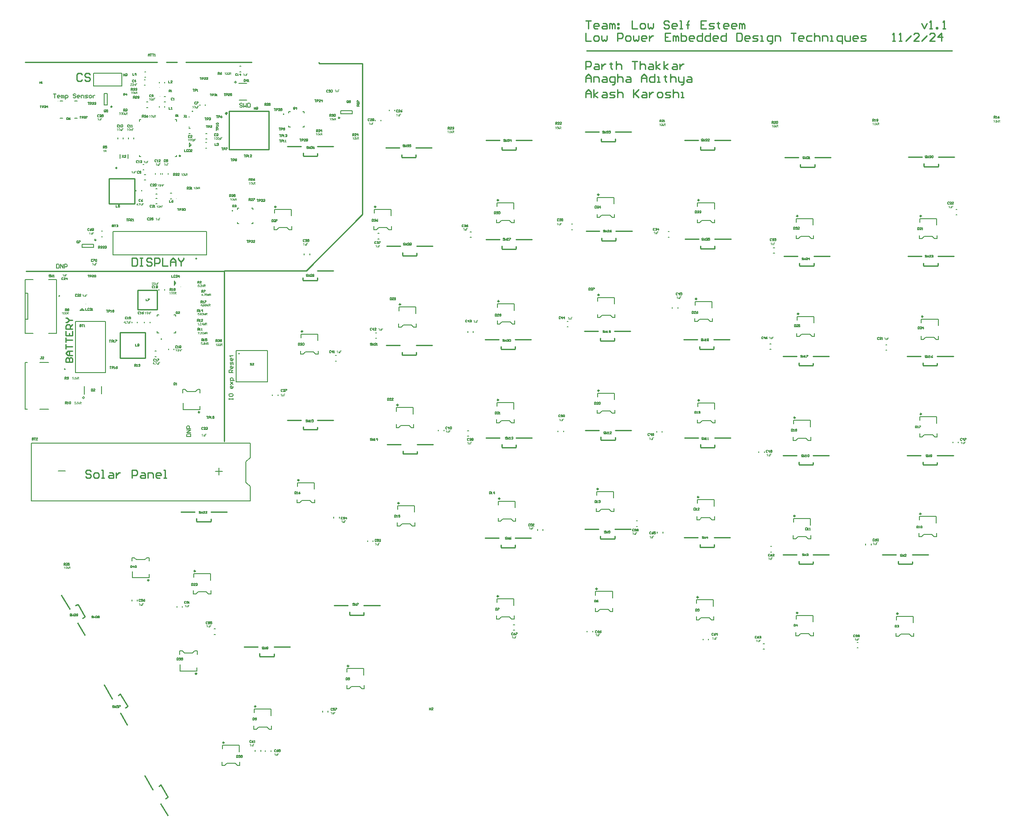
<source format=gto>
G04*
G04 #@! TF.GenerationSoftware,Altium Limited,Altium Designer,24.10.1 (45)*
G04*
G04 Layer_Color=65535*
%FSLAX44Y44*%
%MOMM*%
G71*
G04*
G04 #@! TF.SameCoordinates,3551A3A7-0B07-42EA-8A9A-C0D20DE36A30*
G04*
G04*
G04 #@! TF.FilePolarity,Positive*
G04*
G01*
G75*
%ADD10C,0.2500*%
%ADD11C,0.1000*%
%ADD12C,0.2000*%
%ADD13C,0.2540*%
%ADD14C,0.1524*%
%ADD15C,0.3000*%
%ADD16C,0.1270*%
%ADD17C,0.2032*%
%ADD18C,0.2050*%
%ADD19C,0.1016*%
D10*
X303286Y729804D02*
G03*
X303286Y729804I-1250J0D01*
G01*
X140980Y568276D02*
G03*
X140980Y568276I-1250J0D01*
G01*
X172016Y824200D02*
G03*
X172016Y824200I-1250J0D01*
G01*
X608534Y802816D02*
G03*
X608534Y802816I-1250J0D01*
G01*
D11*
X263149Y814055D02*
G03*
X263149Y814055I-500J0D01*
G01*
X263883Y843775D02*
G03*
X263883Y843775I-500J0D01*
G01*
X263149Y860791D02*
G03*
X263149Y860791I-500J0D01*
G01*
X68900Y835142D02*
G03*
X68900Y835142I-500J0D01*
G01*
X295409Y647459D02*
G03*
X295409Y647459I-500J0D01*
G01*
X333572Y743824D02*
G03*
X333572Y743824I-500J0D01*
G01*
X304362Y478648D02*
G03*
X304362Y478648I-500J0D01*
G01*
X122054Y445594D02*
G03*
X122054Y445594I-500J0D01*
G01*
D12*
X334398Y532602D02*
G03*
X334398Y532602I-1000J0D01*
G01*
X416290Y350012D02*
G03*
X416290Y350012I-1000J0D01*
G01*
X502030Y809600D02*
G03*
X502030Y809600I-1000J0D01*
G01*
X403732Y624180D02*
G03*
X403732Y624180I-1000J0D01*
G01*
X267352Y377916D02*
G03*
X267352Y377916I-1000J0D01*
G01*
X82334Y320330D02*
G03*
X82334Y320330I-1000J0D01*
G01*
X71806Y460690D02*
G03*
X71806Y460690I-1000J0D01*
G01*
X261958Y471948D02*
Y473948D01*
X272458Y471948D02*
Y473948D01*
X292836Y799304D02*
X295536D01*
Y796604D02*
Y799304D01*
X224536D02*
X227236D01*
X224536Y796604D02*
Y799304D01*
Y728304D02*
Y731004D01*
Y728304D02*
X227236D01*
X292836D02*
X295536D01*
Y731004D01*
X262720Y822976D02*
Y824976D01*
X273220Y822976D02*
Y824976D01*
X272304Y843704D02*
X274304D01*
X272304Y833204D02*
X274304D01*
X262720Y869712D02*
Y871712D01*
X273220Y869712D02*
Y871712D01*
X279316Y694706D02*
Y696706D01*
X268816Y694706D02*
Y696706D01*
X479636Y269510D02*
Y271510D01*
X490136Y269510D02*
Y271510D01*
X575648Y-338058D02*
Y-336058D01*
X586148Y-338058D02*
Y-336058D01*
X1083394Y-184388D02*
Y-182388D01*
X1093894Y-184388D02*
Y-182388D01*
X1305390Y-199628D02*
Y-197628D01*
X1315890Y-199628D02*
Y-197628D01*
X1257216Y436896D02*
Y438896D01*
X1246716Y436896D02*
Y438896D01*
X1440786Y553255D02*
X1442786D01*
X1440786Y542755D02*
X1442786D01*
X1238774Y584370D02*
X1240774D01*
X1238774Y573870D02*
X1240774D01*
X1053294Y598793D02*
X1055294D01*
X1053294Y588293D02*
X1055294D01*
X859000Y583731D02*
X861000D01*
X859000Y573231D02*
X861000D01*
X682006Y580814D02*
X684006D01*
X682006Y570314D02*
X684006D01*
X540596Y539906D02*
Y541906D01*
X551096Y539906D02*
Y541906D01*
X1421146Y-207094D02*
X1423146D01*
X1421146Y-217594D02*
X1423146D01*
X1600978Y-204300D02*
X1602978D01*
X1600978Y-214800D02*
X1602978D01*
X942102Y-180764D02*
X944102D01*
X942102Y-170264D02*
X944102D01*
X987890Y10938D02*
Y12938D01*
X998390Y10938D02*
Y12938D01*
X1412707Y160487D02*
Y162488D01*
X1423207Y160487D02*
Y162488D01*
X1435116Y-20150D02*
X1437116D01*
X1435116Y-30650D02*
X1437116D01*
X1628056Y-17256D02*
Y-15256D01*
X1617556Y-17256D02*
Y-15256D01*
X1795442Y178692D02*
Y180692D01*
X1784942Y178692D02*
Y180692D01*
X234204Y693844D02*
X236204D01*
X234204Y683344D02*
X236204D01*
X466174Y-413750D02*
Y-411750D01*
X476674Y-413750D02*
Y-411750D01*
X446616Y-413496D02*
Y-411496D01*
X457116Y-413496D02*
Y-411496D01*
X351806Y762338D02*
X353806D01*
X351806Y772838D02*
X353806D01*
X319548Y772498D02*
X321548D01*
X319548Y782998D02*
X321548D01*
X244772Y409350D02*
Y411350D01*
X234272Y409350D02*
Y411350D01*
X220642Y409210D02*
Y411210D01*
X210142Y409210D02*
Y411210D01*
X254498Y344486D02*
X256498D01*
X254498Y354986D02*
X256498D01*
X290711Y357648D02*
Y359648D01*
X280211Y357648D02*
Y359648D01*
X1216744Y199292D02*
Y201292D01*
X1227244Y199292D02*
Y201292D01*
X1218014Y5858D02*
Y7858D01*
X1228514Y5858D02*
Y7858D01*
X1177700Y18372D02*
X1179700D01*
X1177700Y28872D02*
X1179700D01*
X1027514Y199800D02*
Y201800D01*
X1038014Y199800D02*
Y201800D01*
X853964Y201846D02*
X855964D01*
X853964Y191346D02*
X855964D01*
X808398Y201806D02*
Y203806D01*
X797898Y201806D02*
Y203806D01*
X662008Y-10652D02*
Y-8652D01*
X672508Y-10652D02*
Y-8652D01*
X597492Y34420D02*
Y36420D01*
X607992Y34420D02*
Y36420D01*
X368062Y-189146D02*
X370062D01*
X368062Y-178646D02*
X370062D01*
X296248Y-137144D02*
Y-135144D01*
X306748Y-137144D02*
Y-135144D01*
X210142Y-124698D02*
Y-122698D01*
X220642Y-124698D02*
Y-122698D01*
X600358Y335872D02*
X602358D01*
X600358Y346372D02*
X602358D01*
X677434Y389806D02*
X679434D01*
X677434Y379306D02*
X679434D01*
X854540Y391062D02*
Y393062D01*
X865040Y391062D02*
Y393062D01*
X1044718Y411904D02*
X1046718D01*
X1044718Y401404D02*
X1046718D01*
X1433846Y368724D02*
X1435846D01*
X1433846Y358224D02*
X1435846D01*
X1656096Y367200D02*
X1658096D01*
X1656096Y356700D02*
X1658096D01*
X1790970Y616796D02*
X1792970D01*
X1790970Y627296D02*
X1792970D01*
X676994Y796814D02*
Y798814D01*
X687494Y796814D02*
Y798814D01*
X713910Y816372D02*
Y818372D01*
X703410Y816372D02*
Y818372D01*
X416890Y901736D02*
X418890D01*
X416890Y891236D02*
X418890D01*
X350944Y826532D02*
Y828532D01*
X340444Y826532D02*
Y828532D01*
X238522Y833290D02*
X240522D01*
X238522Y822790D02*
X240522D01*
X233950Y875962D02*
X235950D01*
X233950Y865462D02*
X235950D01*
X213530Y762664D02*
Y764664D01*
X203030Y762664D02*
Y764664D01*
X193210Y762524D02*
Y764524D01*
X182710Y762524D02*
Y764524D01*
X256048Y637878D02*
X258048D01*
X256048Y648378D02*
X258048D01*
X256048Y656166D02*
X258048D01*
X256048Y666666D02*
X258048D01*
X255100Y694452D02*
Y696452D01*
X265600Y694452D02*
Y696452D01*
X231410Y713656D02*
X233410D01*
X231410Y703156D02*
X233410D01*
X218016Y662194D02*
Y664194D01*
X228516Y662194D02*
Y664194D01*
X151744Y574732D02*
X153744D01*
X151744Y585232D02*
X153744D01*
X114730Y554276D02*
X136730D01*
X114730Y560276D02*
X136730D01*
X114730Y554276D02*
Y560276D01*
X136730Y554276D02*
Y560276D01*
X136276Y863600D02*
X190876D01*
X136276Y888492D02*
X190876D01*
Y863600D02*
Y888492D01*
X136276Y863600D02*
Y888492D01*
X156766Y827200D02*
X162766D01*
X156766Y849200D02*
X162766D01*
Y827200D02*
Y849200D01*
X156766Y827200D02*
Y849200D01*
X610284Y810816D02*
Y816816D01*
X632284Y810816D02*
Y816816D01*
X610284Y810816D02*
X632284D01*
X610284Y816816D02*
X632284D01*
X100300Y802142D02*
X105400D01*
X72400D02*
X77500D01*
X100300Y835142D02*
X105400D01*
X72400D02*
X77500D01*
X105400Y802142D02*
Y802392D01*
Y834892D02*
Y835142D01*
X72400Y802142D02*
Y802392D01*
Y834892D02*
Y835142D01*
X351298Y755312D02*
X353298D01*
X351298Y744812D02*
X353298D01*
X234458Y880702D02*
X236458D01*
X234458Y891202D02*
X236458D01*
X283988Y658030D02*
X285988D01*
X283988Y647530D02*
X285988D01*
X321572Y750824D02*
X323572D01*
X292362Y485648D02*
X294362D01*
X114554Y434094D02*
Y436094D01*
D13*
X537675Y392684D02*
G03*
X537675Y392684I-1481J0D01*
G01*
X626067Y-249682D02*
G03*
X626067Y-249682I-1481J0D01*
G01*
X914611Y450596D02*
G03*
X914611Y450596I-1481J0D01*
G01*
X1296627Y-117602D02*
G03*
X1296627Y-117602I-1481J0D01*
G01*
X1293833Y455168D02*
G03*
X1293833Y455168I-1481J0D01*
G01*
X1482555Y227076D02*
G03*
X1482555Y227076I-1481J0D01*
G01*
X1487635Y-147828D02*
G03*
X1487635Y-147828I-1481J0D01*
G01*
X1679913Y-149098D02*
G03*
X1679913Y-149098I-1481J0D01*
G01*
X1723855Y42418D02*
G03*
X1723855Y42418I-1481J0D01*
G01*
X1724871Y233934D02*
G03*
X1724871Y233934I-1481J0D01*
G01*
X1727665Y421132D02*
G03*
X1727665Y421132I-1481J0D01*
G01*
X1724617Y614426D02*
G03*
X1724617Y614426I-1481J0D01*
G01*
X1487901Y614306D02*
G03*
X1487901Y614306I-1481J0D01*
G01*
X1298417Y644786D02*
G03*
X1298417Y644786I-1481J0D01*
G01*
X1106139Y655200D02*
G03*
X1106139Y655200I-1481J0D01*
G01*
X913607Y644786D02*
G03*
X913607Y644786I-1481J0D01*
G01*
X678137Y631952D02*
G03*
X678137Y631952I-1481J0D01*
G01*
X913341Y-115824D02*
G03*
X913341Y-115824I-1481J0D01*
G01*
X1102825Y-101600D02*
G03*
X1102825Y-101600I-1481J0D01*
G01*
X1104857Y90170D02*
G03*
X1104857Y90170I-1481J0D01*
G01*
X1482301Y38354D02*
G03*
X1482301Y38354I-1481J0D01*
G01*
X448013Y-327406D02*
G03*
X448013Y-327406I-1481J0D01*
G01*
X913607Y260992D02*
G03*
X913607Y260992I-1481J0D01*
G01*
X1106393Y279026D02*
G03*
X1106393Y279026I-1481J0D01*
G01*
X1298913Y260350D02*
G03*
X1298913Y260350I-1481J0D01*
G01*
X1297643Y74676D02*
G03*
X1297643Y74676I-1481J0D01*
G01*
X722841Y62992D02*
G03*
X722841Y62992I-1481J0D01*
G01*
X530715Y107094D02*
G03*
X530715Y107094I-1481J0D01*
G01*
X334475Y-264414D02*
G03*
X334475Y-264414I-1481J0D01*
G01*
X1489425Y426600D02*
G03*
X1489425Y426600I-1481J0D01*
G01*
X916389Y71628D02*
G03*
X916389Y71628I-1481J0D01*
G01*
X720809Y251460D02*
G03*
X720809Y251460I-1481J0D01*
G01*
X331935Y-67564D02*
G03*
X331935Y-67564I-1481J0D01*
G01*
X1106889Y462788D02*
G03*
X1106889Y462788I-1481J0D01*
G01*
X725635Y444500D02*
G03*
X725635Y444500I-1481J0D01*
G01*
X486621Y631952D02*
G03*
X486621Y631952I-1481J0D01*
G01*
X387053Y-397002D02*
G03*
X387053Y-397002I-1481J0D01*
G01*
X242781Y-85090D02*
G03*
X242781Y-85090I-1481J0D01*
G01*
X340063Y237744D02*
G03*
X340063Y237744I-1481J0D01*
G01*
X181476Y706628D02*
G03*
X181476Y706628I-1136J0D01*
G01*
X261546Y-480230D02*
X265065Y-478198D01*
X266106Y-478476D01*
X279060Y-500914D01*
X278781Y-501954D02*
X279060Y-500914D01*
X274822Y-504240D02*
X278781Y-501954D01*
X265462Y-514044D02*
X278543Y-536701D01*
X234474Y-460371D02*
X249841Y-486988D01*
X565912Y204978D02*
Y209042D01*
X565150Y204216D02*
X565912Y204978D01*
X539242Y204216D02*
X565150D01*
X538480Y204978D02*
X539242Y204216D01*
X538480Y204978D02*
Y209550D01*
X508508Y222558D02*
X534670D01*
X565912D02*
X596646D01*
X361442Y28448D02*
Y32512D01*
X360680Y27686D02*
X361442Y28448D01*
X334772Y27686D02*
X360680D01*
X334010Y28448D02*
X334772Y27686D01*
X334010Y28448D02*
Y33020D01*
X304038Y46028D02*
X330200D01*
X361442D02*
X392176D01*
X102169Y-133555D02*
X105688Y-131524D01*
X106729Y-131802D01*
X119683Y-154239D01*
X119404Y-155280D02*
X119683Y-154239D01*
X115445Y-157566D02*
X119404Y-155280D01*
X106085Y-167370D02*
X119166Y-190027D01*
X75097Y-113697D02*
X90464Y-140314D01*
X482570Y-230650D02*
Y-226586D01*
X481808Y-231412D02*
X482570Y-230650D01*
X455900Y-231412D02*
X481808D01*
X455137Y-230650D02*
X455900Y-231412D01*
X455137Y-230650D02*
Y-226078D01*
X425165Y-213070D02*
X451328D01*
X482570D02*
X513303D01*
X655066Y-150876D02*
Y-146812D01*
X654304Y-151638D02*
X655066Y-150876D01*
X628396Y-151638D02*
X654304D01*
X627634Y-150876D02*
X628396Y-151638D01*
X627634Y-150876D02*
Y-146304D01*
X597662Y-133296D02*
X623824D01*
X655066D02*
X685800D01*
X945110Y-21580D02*
Y-17516D01*
X944348Y-22342D02*
X945110Y-21580D01*
X918440Y-22342D02*
X944348D01*
X917678Y-21580D02*
X918440Y-22342D01*
X917678Y-21580D02*
Y-17008D01*
X887706Y-4000D02*
X913868D01*
X945110D02*
X975844D01*
X1136142Y-4826D02*
Y-762D01*
X1135380Y-5588D02*
X1136142Y-4826D01*
X1109472Y-5588D02*
X1135380D01*
X1108710Y-4826D02*
X1109472Y-5588D01*
X1108710Y-4826D02*
Y-254D01*
X1078738Y12754D02*
X1104900D01*
X1136142D02*
X1166876D01*
X1326896Y-20828D02*
Y-16764D01*
X1326134Y-21590D02*
X1326896Y-20828D01*
X1300226Y-21590D02*
X1326134D01*
X1299464Y-20828D02*
X1300226Y-21590D01*
X1299464Y-20828D02*
Y-16256D01*
X1269492Y-3248D02*
X1295654D01*
X1326896D02*
X1357630D01*
X1754740Y137171D02*
Y141235D01*
X1753978Y136409D02*
X1754740Y137171D01*
X1728070Y136409D02*
X1753978D01*
X1727308Y137171D02*
X1728070Y136409D01*
X1727308Y137171D02*
Y141743D01*
X1697336Y154751D02*
X1723498D01*
X1754740D02*
X1785474D01*
X1755902Y519176D02*
Y523240D01*
X1755140Y518414D02*
X1755902Y519176D01*
X1729232Y518414D02*
X1755140D01*
X1728470Y519176D02*
X1729232Y518414D01*
X1728470Y519176D02*
Y523748D01*
X1698498Y536756D02*
X1724660D01*
X1755902D02*
X1786636D01*
X1756664Y710184D02*
Y714248D01*
X1755902Y709422D02*
X1756664Y710184D01*
X1729994Y709422D02*
X1755902D01*
X1729232Y710184D02*
X1729994Y709422D01*
X1729232Y710184D02*
Y714756D01*
X1699260Y727764D02*
X1725422D01*
X1756664D02*
X1787398D01*
X1519682Y708914D02*
Y712978D01*
X1518920Y708152D02*
X1519682Y708914D01*
X1493012Y708152D02*
X1518920D01*
X1492250Y708914D02*
X1493012Y708152D01*
X1492250Y708914D02*
Y713486D01*
X1462278Y726494D02*
X1488440D01*
X1519682D02*
X1550416D01*
X1327910Y742161D02*
Y746225D01*
X1327148Y741399D02*
X1327910Y742161D01*
X1301239Y741399D02*
X1327148D01*
X1300477Y742161D02*
X1301239Y741399D01*
X1300477Y742161D02*
Y746733D01*
X1270506Y759741D02*
X1296667D01*
X1327910D02*
X1358643D01*
X1137412Y758190D02*
Y762254D01*
X1136650Y757428D02*
X1137412Y758190D01*
X1110742Y757428D02*
X1136650D01*
X1109980Y758190D02*
X1110742Y757428D01*
X1109980Y758190D02*
Y762762D01*
X1080008Y775770D02*
X1106170D01*
X1137412D02*
X1168146D01*
X946912Y741934D02*
Y745998D01*
X946150Y741172D02*
X946912Y741934D01*
X920242Y741172D02*
X946150D01*
X919480Y741934D02*
X920242Y741172D01*
X919480Y741934D02*
Y746506D01*
X889508Y759514D02*
X915670D01*
X946912D02*
X977646D01*
X754608Y727700D02*
Y731764D01*
X753846Y726938D02*
X754608Y727700D01*
X727938Y726938D02*
X753846D01*
X727176Y727700D02*
X727938Y726938D01*
X727176Y727700D02*
Y732272D01*
X697204Y745280D02*
X723366D01*
X754608D02*
X785342D01*
X565658Y491236D02*
Y495300D01*
X564896Y490474D02*
X565658Y491236D01*
X538988Y490474D02*
X564896D01*
X538226Y491236D02*
X538988Y490474D01*
X538226Y491236D02*
Y495808D01*
X508254Y508816D02*
X534416D01*
X565658D02*
X596392D01*
X396494Y815594D02*
X472694D01*
X396494Y741934D02*
Y815594D01*
Y741934D02*
X472694D01*
Y815594D01*
X214884Y638048D02*
Y686562D01*
X166370D02*
X214884D01*
X166370Y638048D02*
X214884D01*
X166370D02*
Y686562D01*
X187198Y390398D02*
X235712D01*
X187198Y341884D02*
Y390398D01*
X235712Y341884D02*
Y390398D01*
X187198Y341884D02*
X235712D01*
X1707115Y-35751D02*
X1737849D01*
X1649711D02*
X1675873D01*
X1679683Y-53331D02*
Y-48759D01*
Y-53331D02*
X1680445Y-54093D01*
X1706353D01*
X1707115Y-53331D01*
Y-49267D01*
X1516614Y-35751D02*
X1547348D01*
X1459210D02*
X1485372D01*
X1489182Y-53331D02*
Y-48759D01*
Y-53331D02*
X1489944Y-54093D01*
X1515852D01*
X1516614Y-53331D01*
Y-49267D01*
Y154751D02*
X1547348D01*
X1459210D02*
X1485372D01*
X1489182Y137171D02*
Y141743D01*
Y137171D02*
X1489944Y136409D01*
X1515852D01*
X1516614Y137171D01*
Y141235D01*
X1327910Y188237D02*
X1358643D01*
X1270506D02*
X1296667D01*
X1300477Y170657D02*
Y175229D01*
Y170657D02*
X1301239Y169895D01*
X1327148D01*
X1327910Y170657D01*
Y174721D01*
X1136904Y202746D02*
X1167638D01*
X1079500D02*
X1105662D01*
X1109472Y185166D02*
Y189738D01*
Y185166D02*
X1110234Y184404D01*
X1136142D01*
X1136904Y185166D01*
Y189230D01*
X946906Y188237D02*
X977640D01*
X889502D02*
X915664D01*
X919474Y170657D02*
Y175229D01*
Y170657D02*
X920236Y169895D01*
X946144D01*
X946906Y170657D01*
Y174721D01*
X757174Y175822D02*
X787908D01*
X699770D02*
X725932D01*
X729742Y158242D02*
Y162814D01*
Y158242D02*
X730504Y157480D01*
X756412D01*
X757174Y158242D01*
Y162306D01*
X1754740Y345252D02*
X1785474D01*
X1697336D02*
X1723498D01*
X1727308Y327672D02*
Y332244D01*
Y327672D02*
X1728070Y326910D01*
X1753978D01*
X1754740Y327672D01*
Y331736D01*
X1516614Y345252D02*
X1547348D01*
X1459210D02*
X1485372D01*
X1489182Y327672D02*
Y332244D01*
Y327672D02*
X1489944Y326910D01*
X1515852D01*
X1516614Y327672D01*
Y331736D01*
X1326113Y377003D02*
X1356847D01*
X1268709D02*
X1294871D01*
X1298681Y359423D02*
Y363995D01*
Y359423D02*
X1299443Y358661D01*
X1325351D01*
X1326113Y359423D01*
Y363487D01*
X1135611Y392979D02*
X1166345D01*
X1078207D02*
X1104369D01*
X1108179Y375399D02*
Y379971D01*
Y375399D02*
X1108941Y374637D01*
X1134849D01*
X1135611Y375399D01*
Y379463D01*
X945110Y377003D02*
X975844D01*
X887706D02*
X913868D01*
X917678Y359423D02*
Y363995D01*
Y359423D02*
X918440Y358661D01*
X944348D01*
X945110Y359423D01*
Y363487D01*
X755396Y365814D02*
X786130D01*
X697992D02*
X724154D01*
X727964Y348234D02*
Y352806D01*
Y348234D02*
X728726Y347472D01*
X754634D01*
X755396Y348234D01*
Y352298D01*
X1517904Y536756D02*
X1548638D01*
X1460500D02*
X1486662D01*
X1490472Y519176D02*
Y523748D01*
Y519176D02*
X1491234Y518414D01*
X1517142D01*
X1517904Y519176D01*
Y523240D01*
X1328166Y569776D02*
X1358900D01*
X1270762D02*
X1296924D01*
X1300734Y552196D02*
Y556768D01*
Y552196D02*
X1301496Y551434D01*
X1327404D01*
X1328166Y552196D01*
Y556260D01*
X1138428Y585016D02*
X1169162D01*
X1081024D02*
X1107186D01*
X1110996Y567436D02*
Y572008D01*
Y567436D02*
X1111758Y566674D01*
X1137666D01*
X1138428Y567436D01*
Y571500D01*
X946907Y569239D02*
X977641D01*
X889502D02*
X915665D01*
X919474Y551659D02*
Y556231D01*
Y551659D02*
X920237Y550897D01*
X946144D01*
X946907Y551659D01*
Y555723D01*
X756405Y556539D02*
X787139D01*
X699001D02*
X725163D01*
X728973Y538959D02*
Y543531D01*
Y538959D02*
X729735Y538197D01*
X755643D01*
X756405Y538959D01*
Y543023D01*
X565912Y748084D02*
X596646D01*
X508508D02*
X534670D01*
X538480Y730504D02*
Y735076D01*
Y730504D02*
X539242Y729742D01*
X565150D01*
X565912Y730504D01*
Y734568D01*
X156885Y-286163D02*
X172252Y-312780D01*
X187873Y-339836D02*
X200954Y-362493D01*
X197233Y-330032D02*
X201192Y-327746D01*
X201471Y-326705D01*
X188517Y-304268D02*
X201471Y-326705D01*
X187477Y-303990D02*
X188517Y-304268D01*
X183957Y-306021D02*
X187477Y-303990D01*
X221234Y472284D02*
X258572D01*
Y434946D02*
Y472284D01*
X221234Y434946D02*
X258572D01*
X221234D02*
Y472284D01*
X1082548Y931672D02*
X1783080D01*
X386842Y499364D02*
Y508508D01*
X313690Y909828D02*
X439420D01*
X275844D02*
X296672D01*
X5080D02*
X258064D01*
X568452Y908812D02*
X569722Y907542D01*
X652272D01*
Y617220D02*
Y907542D01*
X544322Y509270D02*
X652272Y617220D01*
X386842Y509270D02*
X544322D01*
X386842Y181864D02*
X386842Y509270D01*
X6858Y508508D02*
X14986D01*
X386842D01*
X1080262Y989546D02*
X1090419D01*
X1085340D01*
Y974311D01*
X1103115D02*
X1098036D01*
X1095497Y976850D01*
Y981929D01*
X1098036Y984468D01*
X1103115D01*
X1105654Y981929D01*
Y979389D01*
X1095497D01*
X1113271Y984468D02*
X1118350D01*
X1120889Y981929D01*
Y974311D01*
X1113271D01*
X1110732Y976850D01*
X1113271Y979389D01*
X1120889D01*
X1125967Y974311D02*
Y984468D01*
X1128506D01*
X1131046Y981929D01*
Y974311D01*
Y981929D01*
X1133585Y984468D01*
X1136124Y981929D01*
Y974311D01*
X1141202Y984468D02*
X1143742D01*
Y981929D01*
X1141202D01*
Y984468D01*
Y976850D02*
X1143742D01*
Y974311D01*
X1141202D01*
Y976850D01*
X1169133Y989546D02*
Y974311D01*
X1179290D01*
X1186908D02*
X1191986D01*
X1194525Y976850D01*
Y981929D01*
X1191986Y984468D01*
X1186908D01*
X1184368Y981929D01*
Y976850D01*
X1186908Y974311D01*
X1199603Y984468D02*
Y976850D01*
X1202143Y974311D01*
X1204682Y976850D01*
X1207221Y974311D01*
X1209760Y976850D01*
Y984468D01*
X1240230Y987007D02*
X1237691Y989546D01*
X1232613D01*
X1230073Y987007D01*
Y984468D01*
X1232613Y981929D01*
X1237691D01*
X1240230Y979389D01*
Y976850D01*
X1237691Y974311D01*
X1232613D01*
X1230073Y976850D01*
X1252926Y974311D02*
X1247848D01*
X1245309Y976850D01*
Y981929D01*
X1247848Y984468D01*
X1252926D01*
X1255465Y981929D01*
Y979389D01*
X1245309D01*
X1260544Y974311D02*
X1265622D01*
X1263083D01*
Y989546D01*
X1260544D01*
X1275779Y974311D02*
Y987007D01*
Y981929D01*
X1273240D01*
X1278318D01*
X1275779D01*
Y987007D01*
X1278318Y989546D01*
X1311327D02*
X1301171D01*
Y974311D01*
X1311327D01*
X1301171Y981929D02*
X1306249D01*
X1316406Y974311D02*
X1324023D01*
X1326562Y976850D01*
X1324023Y979389D01*
X1318945D01*
X1316406Y981929D01*
X1318945Y984468D01*
X1326562D01*
X1334180Y987007D02*
Y984468D01*
X1331641D01*
X1336719D01*
X1334180D01*
Y976850D01*
X1336719Y974311D01*
X1351954D02*
X1346876D01*
X1344337Y976850D01*
Y981929D01*
X1346876Y984468D01*
X1351954D01*
X1354493Y981929D01*
Y979389D01*
X1344337D01*
X1367189Y974311D02*
X1362111D01*
X1359572Y976850D01*
Y981929D01*
X1362111Y984468D01*
X1367189D01*
X1369728Y981929D01*
Y979389D01*
X1359572D01*
X1374807Y974311D02*
Y984468D01*
X1377346D01*
X1379885Y981929D01*
Y974311D01*
Y981929D01*
X1382424Y984468D01*
X1384963Y981929D01*
Y974311D01*
X1725213Y984468D02*
X1730292Y974311D01*
X1735370Y984468D01*
X1740448Y974311D02*
X1745527D01*
X1742988D01*
Y989546D01*
X1740448Y987007D01*
X1753144Y974311D02*
Y976850D01*
X1755683D01*
Y974311D01*
X1753144D01*
X1765840D02*
X1770919D01*
X1768379D01*
Y989546D01*
X1765840Y987007D01*
X1080262Y965168D02*
Y949933D01*
X1090419D01*
X1098036D02*
X1103115D01*
X1105654Y952472D01*
Y957551D01*
X1103115Y960090D01*
X1098036D01*
X1095497Y957551D01*
Y952472D01*
X1098036Y949933D01*
X1110732Y960090D02*
Y952472D01*
X1113271Y949933D01*
X1115810Y952472D01*
X1118350Y949933D01*
X1120889Y952472D01*
Y960090D01*
X1141202Y949933D02*
Y965168D01*
X1148820D01*
X1151359Y962629D01*
Y957551D01*
X1148820Y955011D01*
X1141202D01*
X1158977Y949933D02*
X1164055D01*
X1166594Y952472D01*
Y957551D01*
X1164055Y960090D01*
X1158977D01*
X1156437Y957551D01*
Y952472D01*
X1158977Y949933D01*
X1171672Y960090D02*
Y952472D01*
X1174212Y949933D01*
X1176751Y952472D01*
X1179290Y949933D01*
X1181829Y952472D01*
Y960090D01*
X1194525Y949933D02*
X1189447D01*
X1186908Y952472D01*
Y957551D01*
X1189447Y960090D01*
X1194525D01*
X1197064Y957551D01*
Y955011D01*
X1186908D01*
X1202143Y960090D02*
Y949933D01*
Y955011D01*
X1204682Y957551D01*
X1207221Y960090D01*
X1209760D01*
X1242769Y965168D02*
X1232613D01*
Y949933D01*
X1242769D01*
X1232613Y957551D02*
X1237691D01*
X1247848Y949933D02*
Y960090D01*
X1250387D01*
X1252926Y957551D01*
Y949933D01*
Y957551D01*
X1255465Y960090D01*
X1258005Y957551D01*
Y949933D01*
X1263083Y965168D02*
Y949933D01*
X1270700D01*
X1273240Y952472D01*
Y955011D01*
Y957551D01*
X1270700Y960090D01*
X1263083D01*
X1285936Y949933D02*
X1280857D01*
X1278318Y952472D01*
Y957551D01*
X1280857Y960090D01*
X1285936D01*
X1288475Y957551D01*
Y955011D01*
X1278318D01*
X1303710Y965168D02*
Y949933D01*
X1296092D01*
X1293553Y952472D01*
Y957551D01*
X1296092Y960090D01*
X1303710D01*
X1318945Y965168D02*
Y949933D01*
X1311327D01*
X1308788Y952472D01*
Y957551D01*
X1311327Y960090D01*
X1318945D01*
X1331641Y949933D02*
X1326562D01*
X1324023Y952472D01*
Y957551D01*
X1326562Y960090D01*
X1331641D01*
X1334180Y957551D01*
Y955011D01*
X1324023D01*
X1349415Y965168D02*
Y949933D01*
X1341797D01*
X1339258Y952472D01*
Y957551D01*
X1341797Y960090D01*
X1349415D01*
X1369728Y965168D02*
Y949933D01*
X1377346D01*
X1379885Y952472D01*
Y962629D01*
X1377346Y965168D01*
X1369728D01*
X1392581Y949933D02*
X1387503D01*
X1384963Y952472D01*
Y957551D01*
X1387503Y960090D01*
X1392581D01*
X1395120Y957551D01*
Y955011D01*
X1384963D01*
X1400199Y949933D02*
X1407816D01*
X1410355Y952472D01*
X1407816Y955011D01*
X1402738D01*
X1400199Y957551D01*
X1402738Y960090D01*
X1410355D01*
X1415434Y949933D02*
X1420512D01*
X1417973D01*
Y960090D01*
X1415434D01*
X1433208Y944855D02*
X1435747D01*
X1438286Y947394D01*
Y960090D01*
X1430669D01*
X1428129Y957551D01*
Y952472D01*
X1430669Y949933D01*
X1438286D01*
X1443365D02*
Y960090D01*
X1450982D01*
X1453521Y957551D01*
Y949933D01*
X1473835Y965168D02*
X1483991D01*
X1478913D01*
Y949933D01*
X1496687D02*
X1491609D01*
X1489070Y952472D01*
Y957551D01*
X1491609Y960090D01*
X1496687D01*
X1499227Y957551D01*
Y955011D01*
X1489070D01*
X1514462Y960090D02*
X1506844D01*
X1504305Y957551D01*
Y952472D01*
X1506844Y949933D01*
X1514462D01*
X1519540Y965168D02*
Y949933D01*
Y957551D01*
X1522079Y960090D01*
X1527157D01*
X1529697Y957551D01*
Y949933D01*
X1534775D02*
Y960090D01*
X1542392D01*
X1544932Y957551D01*
Y949933D01*
X1550010D02*
X1555088D01*
X1552549D01*
Y960090D01*
X1550010D01*
X1572863Y944855D02*
Y960090D01*
X1565245D01*
X1562706Y957551D01*
Y952472D01*
X1565245Y949933D01*
X1572863D01*
X1577941Y960090D02*
Y952472D01*
X1580480Y949933D01*
X1588098D01*
Y960090D01*
X1600794Y949933D02*
X1595715D01*
X1593176Y952472D01*
Y957551D01*
X1595715Y960090D01*
X1600794D01*
X1603333Y957551D01*
Y955011D01*
X1593176D01*
X1608411Y949933D02*
X1616029D01*
X1618568Y952472D01*
X1616029Y955011D01*
X1610950D01*
X1608411Y957551D01*
X1610950Y960090D01*
X1618568D01*
X1669351Y949933D02*
X1674430D01*
X1671891D01*
Y965168D01*
X1669351Y962629D01*
X1682047Y949933D02*
X1687126D01*
X1684586D01*
Y965168D01*
X1682047Y962629D01*
X1694743Y949933D02*
X1704900Y960090D01*
X1720135Y949933D02*
X1709978D01*
X1720135Y960090D01*
Y962629D01*
X1717596Y965168D01*
X1712518D01*
X1709978Y962629D01*
X1725213Y949933D02*
X1735370Y960090D01*
X1750605Y949933D02*
X1740448D01*
X1750605Y960090D01*
Y962629D01*
X1748066Y965168D01*
X1742988D01*
X1740448Y962629D01*
X1763301Y949933D02*
Y965168D01*
X1755683Y957551D01*
X1765840D01*
X1080262Y896098D02*
Y911334D01*
X1087879D01*
X1090419Y908794D01*
Y903716D01*
X1087879Y901177D01*
X1080262D01*
X1098036Y906255D02*
X1103115D01*
X1105654Y903716D01*
Y896098D01*
X1098036D01*
X1095497Y898638D01*
X1098036Y901177D01*
X1105654D01*
X1110732Y906255D02*
Y896098D01*
Y901177D01*
X1113271Y903716D01*
X1115810Y906255D01*
X1118350D01*
X1128506Y908794D02*
Y906255D01*
X1125967D01*
X1131046D01*
X1128506D01*
Y898638D01*
X1131046Y896098D01*
X1138663Y911334D02*
Y896098D01*
Y903716D01*
X1141202Y906255D01*
X1146281D01*
X1148820Y903716D01*
Y896098D01*
X1169133Y911334D02*
X1179290D01*
X1174212D01*
Y896098D01*
X1184368Y911334D02*
Y896098D01*
Y903716D01*
X1186908Y906255D01*
X1191986D01*
X1194525Y903716D01*
Y896098D01*
X1202143Y906255D02*
X1207221D01*
X1209760Y903716D01*
Y896098D01*
X1202143D01*
X1199603Y898638D01*
X1202143Y901177D01*
X1209760D01*
X1214838Y896098D02*
Y911334D01*
Y901177D02*
X1222456Y906255D01*
X1214838Y901177D02*
X1222456Y896098D01*
X1230073D02*
Y911334D01*
Y901177D02*
X1237691Y906255D01*
X1230073Y901177D02*
X1237691Y896098D01*
X1247848Y906255D02*
X1252926D01*
X1255465Y903716D01*
Y896098D01*
X1247848D01*
X1245309Y898638D01*
X1247848Y901177D01*
X1255465D01*
X1260544Y906255D02*
Y896098D01*
Y901177D01*
X1263083Y903716D01*
X1265622Y906255D01*
X1268161D01*
X1080262Y871720D02*
Y881877D01*
X1085340Y886955D01*
X1090419Y881877D01*
Y871720D01*
Y879338D01*
X1080262D01*
X1095497Y871720D02*
Y881877D01*
X1103115D01*
X1105654Y879338D01*
Y871720D01*
X1113271Y881877D02*
X1118350D01*
X1120889Y879338D01*
Y871720D01*
X1113271D01*
X1110732Y874260D01*
X1113271Y876799D01*
X1120889D01*
X1131046Y866642D02*
X1133585D01*
X1136124Y869181D01*
Y881877D01*
X1128506D01*
X1125967Y879338D01*
Y874260D01*
X1128506Y871720D01*
X1136124D01*
X1141202Y886955D02*
Y871720D01*
Y879338D01*
X1143742Y881877D01*
X1148820D01*
X1151359Y879338D01*
Y871720D01*
X1158977Y881877D02*
X1164055D01*
X1166594Y879338D01*
Y871720D01*
X1158977D01*
X1156437Y874260D01*
X1158977Y876799D01*
X1166594D01*
X1186908Y871720D02*
Y881877D01*
X1191986Y886955D01*
X1197064Y881877D01*
Y871720D01*
Y879338D01*
X1186908D01*
X1212299Y886955D02*
Y871720D01*
X1204682D01*
X1202143Y874260D01*
Y879338D01*
X1204682Y881877D01*
X1212299D01*
X1217378Y871720D02*
X1222456D01*
X1219917D01*
Y881877D01*
X1217378D01*
X1232613Y884416D02*
Y881877D01*
X1230073D01*
X1235152D01*
X1232613D01*
Y874260D01*
X1235152Y871720D01*
X1242769Y886955D02*
Y871720D01*
Y879338D01*
X1245309Y881877D01*
X1250387D01*
X1252926Y879338D01*
Y871720D01*
X1258005Y881877D02*
Y874260D01*
X1260544Y871720D01*
X1268161D01*
Y869181D01*
X1265622Y866642D01*
X1263083D01*
X1268161Y871720D02*
Y881877D01*
X1275779D02*
X1280857D01*
X1283396Y879338D01*
Y871720D01*
X1275779D01*
X1273240Y874260D01*
X1275779Y876799D01*
X1283396D01*
X1080262Y842264D02*
Y852421D01*
X1085340Y857499D01*
X1090419Y852421D01*
Y842264D01*
Y849882D01*
X1080262D01*
X1095497Y842264D02*
Y857499D01*
Y847342D02*
X1103115Y852421D01*
X1095497Y847342D02*
X1103115Y842264D01*
X1113271Y852421D02*
X1118350D01*
X1120889Y849882D01*
Y842264D01*
X1113271D01*
X1110732Y844803D01*
X1113271Y847342D01*
X1120889D01*
X1125967Y842264D02*
X1133585D01*
X1136124Y844803D01*
X1133585Y847342D01*
X1128506D01*
X1125967Y849882D01*
X1128506Y852421D01*
X1136124D01*
X1141202Y857499D02*
Y842264D01*
Y849882D01*
X1143742Y852421D01*
X1148820D01*
X1151359Y849882D01*
Y842264D01*
X1171672Y857499D02*
Y842264D01*
Y847342D01*
X1181829Y857499D01*
X1174212Y849882D01*
X1181829Y842264D01*
X1189447Y852421D02*
X1194525D01*
X1197064Y849882D01*
Y842264D01*
X1189447D01*
X1186908Y844803D01*
X1189447Y847342D01*
X1197064D01*
X1202143Y852421D02*
Y842264D01*
Y847342D01*
X1204682Y849882D01*
X1207221Y852421D01*
X1209760D01*
X1219917Y842264D02*
X1224995D01*
X1227534Y844803D01*
Y849882D01*
X1224995Y852421D01*
X1219917D01*
X1217378Y849882D01*
Y844803D01*
X1219917Y842264D01*
X1232613D02*
X1240230D01*
X1242769Y844803D01*
X1240230Y847342D01*
X1235152D01*
X1232613Y849882D01*
X1235152Y852421D01*
X1242769D01*
X1247848Y857499D02*
Y842264D01*
Y849882D01*
X1250387Y852421D01*
X1255465D01*
X1258005Y849882D01*
Y842264D01*
X1263083D02*
X1268161D01*
X1265622D01*
Y852421D01*
X1263083D01*
X114805Y885948D02*
X112266Y888487D01*
X107187D01*
X104648Y885948D01*
Y875791D01*
X107187Y873252D01*
X112266D01*
X114805Y875791D01*
X130040Y885948D02*
X127501Y888487D01*
X122422D01*
X119883Y885948D01*
Y883409D01*
X122422Y880870D01*
X127501D01*
X130040Y878330D01*
Y875791D01*
X127501Y873252D01*
X122422D01*
X119883Y875791D01*
X83316Y333756D02*
X96012D01*
Y340104D01*
X93896Y342220D01*
X91780D01*
X89664Y340104D01*
Y333756D01*
Y340104D01*
X87548Y342220D01*
X85432D01*
X83316Y340104D01*
Y333756D01*
X96012Y346452D02*
X87548D01*
X83316Y350684D01*
X87548Y354916D01*
X96012D01*
X89664D01*
Y346452D01*
X83316Y359148D02*
Y367612D01*
Y363380D01*
X96012D01*
X83316Y371844D02*
Y380308D01*
Y376076D01*
X96012D01*
X83316Y393004D02*
Y384539D01*
X96012D01*
Y393004D01*
X89664Y384539D02*
Y388772D01*
X96012Y397235D02*
X83316D01*
Y403583D01*
X85432Y405699D01*
X89664D01*
X91780Y403583D01*
Y397235D01*
Y401467D02*
X96012Y405699D01*
X83316Y409931D02*
X85432D01*
X89664Y414163D01*
X85432Y418395D01*
X83316D01*
X89664Y414163D02*
X96012D01*
X210566Y533649D02*
Y518414D01*
X218183D01*
X220723Y520953D01*
Y531110D01*
X218183Y533649D01*
X210566D01*
X225801D02*
X230879D01*
X228340D01*
Y518414D01*
X225801D01*
X230879D01*
X248654Y531110D02*
X246115Y533649D01*
X241036D01*
X238497Y531110D01*
Y528571D01*
X241036Y526031D01*
X246115D01*
X248654Y523492D01*
Y520953D01*
X246115Y518414D01*
X241036D01*
X238497Y520953D01*
X253732Y518414D02*
Y533649D01*
X261350D01*
X263889Y531110D01*
Y526031D01*
X261350Y523492D01*
X253732D01*
X268967Y533649D02*
Y518414D01*
X279124D01*
X284202D02*
Y528571D01*
X289280Y533649D01*
X294359Y528571D01*
Y518414D01*
Y526031D01*
X284202D01*
X299437Y533649D02*
Y531110D01*
X304516Y526031D01*
X309594Y531110D01*
Y533649D01*
X304516Y526031D02*
Y518414D01*
X131315Y123694D02*
X128776Y126233D01*
X123697D01*
X121158Y123694D01*
Y121155D01*
X123697Y118616D01*
X128776D01*
X131315Y116076D01*
Y113537D01*
X128776Y110998D01*
X123697D01*
X121158Y113537D01*
X138932Y110998D02*
X144011D01*
X146550Y113537D01*
Y118616D01*
X144011Y121155D01*
X138932D01*
X136393Y118616D01*
Y113537D01*
X138932Y110998D01*
X151628D02*
X156706D01*
X154167D01*
Y126233D01*
X151628D01*
X166863Y121155D02*
X171942D01*
X174481Y118616D01*
Y110998D01*
X166863D01*
X164324Y113537D01*
X166863Y116076D01*
X174481D01*
X179559Y121155D02*
Y110998D01*
Y116076D01*
X182098Y118616D01*
X184638Y121155D01*
X187177D01*
X210029Y110998D02*
Y126233D01*
X217647D01*
X220186Y123694D01*
Y118616D01*
X217647Y116076D01*
X210029D01*
X227803Y121155D02*
X232882D01*
X235421Y118616D01*
Y110998D01*
X227803D01*
X225264Y113537D01*
X227803Y116076D01*
X235421D01*
X240499Y110998D02*
Y121155D01*
X248117D01*
X250656Y118616D01*
Y110998D01*
X263352D02*
X258274D01*
X255735Y113537D01*
Y118616D01*
X258274Y121155D01*
X263352D01*
X265891Y118616D01*
Y116076D01*
X255735D01*
X270970Y110998D02*
X276048D01*
X273509D01*
Y126233D01*
X270970D01*
D14*
X410169Y871474D02*
G03*
X410169Y871474I-1796J0D01*
G01*
X327177Y815263D02*
G03*
X327177Y815263I-1016J0D01*
G01*
X118634Y265470D02*
G03*
X118634Y265470I-1796J0D01*
G01*
X562737Y349123D02*
X567436D01*
X558546Y353314D02*
X562737Y349123D01*
X533908D02*
X538607D01*
X542798Y353314D01*
X533908Y349123D02*
Y355448D01*
X534416Y380746D02*
Y387604D01*
X566674D01*
X567436Y349123D02*
Y355448D01*
X542798Y353314D02*
X558546D01*
X566674Y375412D02*
Y387604D01*
X651129Y-293243D02*
X655828D01*
X646938Y-289052D02*
X651129Y-293243D01*
X622300D02*
X626999D01*
X631190Y-289052D01*
X622300Y-293243D02*
Y-286918D01*
X622808Y-261620D02*
Y-254762D01*
X655066D01*
X655828Y-293243D02*
Y-286918D01*
X631190Y-289052D02*
X646938D01*
X655066Y-266954D02*
Y-254762D01*
X939673Y407035D02*
X944372D01*
X935482Y411226D02*
X939673Y407035D01*
X910844D02*
X915543D01*
X919734Y411226D01*
X910844Y407035D02*
Y413360D01*
X911352Y438658D02*
Y445516D01*
X943610D01*
X944372Y407035D02*
Y413360D01*
X919734Y411226D02*
X935482D01*
X943610Y433324D02*
Y445516D01*
X1325626Y-134874D02*
Y-122682D01*
X1301750Y-156972D02*
X1317498D01*
X1326388Y-161163D02*
Y-154838D01*
X1293368Y-122682D02*
X1325626D01*
X1293368Y-129540D02*
Y-122682D01*
X1292860Y-161163D02*
Y-154838D01*
X1297559Y-161163D02*
X1301750Y-156972D01*
X1292860Y-161163D02*
X1297559D01*
X1317498Y-156972D02*
X1321689Y-161163D01*
X1326388D01*
X1318895Y411607D02*
X1323594D01*
X1314704Y415798D02*
X1318895Y411607D01*
X1290066D02*
X1294765D01*
X1298956Y415798D01*
X1290066Y411607D02*
Y417932D01*
X1290574Y443230D02*
Y450088D01*
X1322832D01*
X1323594Y411607D02*
Y417932D01*
X1298956Y415798D02*
X1314704D01*
X1322832Y437896D02*
Y450088D01*
X1507617Y183515D02*
X1512316D01*
X1503426Y187706D02*
X1507617Y183515D01*
X1478788D02*
X1483487D01*
X1487678Y187706D01*
X1478788Y183515D02*
Y189840D01*
X1479296Y215138D02*
Y221996D01*
X1511554D01*
X1512316Y183515D02*
Y189840D01*
X1487678Y187706D02*
X1503426D01*
X1511554Y209804D02*
Y221996D01*
X1512697Y-191389D02*
X1517396D01*
X1508506Y-187198D02*
X1512697Y-191389D01*
X1483868D02*
X1488567D01*
X1492758Y-187198D01*
X1483868Y-191389D02*
Y-185064D01*
X1484376Y-159766D02*
Y-152908D01*
X1516634D01*
X1517396Y-191389D02*
Y-185064D01*
X1492758Y-187198D02*
X1508506D01*
X1516634Y-165100D02*
Y-152908D01*
X1708912Y-166370D02*
Y-154178D01*
X1685036Y-188468D02*
X1700784D01*
X1709674Y-192659D02*
Y-186334D01*
X1676654Y-154178D02*
X1708912D01*
X1676654Y-161036D02*
Y-154178D01*
X1676146Y-192659D02*
Y-186334D01*
X1680845Y-192659D02*
X1685036Y-188468D01*
X1676146Y-192659D02*
X1680845D01*
X1700784Y-188468D02*
X1704975Y-192659D01*
X1709674D01*
X1748917Y-1143D02*
X1753616D01*
X1744726Y3048D02*
X1748917Y-1143D01*
X1720088D02*
X1724787D01*
X1728978Y3048D01*
X1720088Y-1143D02*
Y5182D01*
X1720596Y30480D02*
Y37338D01*
X1752854D01*
X1753616Y-1143D02*
Y5182D01*
X1728978Y3048D02*
X1744726D01*
X1752854Y25146D02*
Y37338D01*
X1753870Y216662D02*
Y228854D01*
X1729994Y194564D02*
X1745742D01*
X1754632Y190373D02*
Y196698D01*
X1721612Y228854D02*
X1753870D01*
X1721612Y221996D02*
Y228854D01*
X1721104Y190373D02*
Y196698D01*
X1725803Y190373D02*
X1729994Y194564D01*
X1721104Y190373D02*
X1725803D01*
X1745742Y194564D02*
X1749933Y190373D01*
X1754632D01*
X1752727Y377571D02*
X1757426D01*
X1748536Y381762D02*
X1752727Y377571D01*
X1723898D02*
X1728597D01*
X1732788Y381762D01*
X1723898Y377571D02*
Y383896D01*
X1724406Y409194D02*
Y416052D01*
X1756664D01*
X1757426Y377571D02*
Y383896D01*
X1732788Y381762D02*
X1748536D01*
X1756664Y403860D02*
Y416052D01*
X1753616Y597154D02*
Y609346D01*
X1729740Y575056D02*
X1745488D01*
X1754378Y570865D02*
Y577190D01*
X1721358Y609346D02*
X1753616D01*
X1721358Y602488D02*
Y609346D01*
X1720850Y570865D02*
Y577190D01*
X1725549Y570865D02*
X1729740Y575056D01*
X1720850Y570865D02*
X1725549D01*
X1745488Y575056D02*
X1749679Y570865D01*
X1754378D01*
X1512963Y570745D02*
X1517662D01*
X1508772Y574936D02*
X1512963Y570745D01*
X1484134D02*
X1488833D01*
X1493024Y574936D01*
X1484134Y570745D02*
Y577070D01*
X1484642Y602368D02*
Y609226D01*
X1516900D01*
X1517662Y570745D02*
Y577070D01*
X1493024Y574936D02*
X1508772D01*
X1516900Y597034D02*
Y609226D01*
X1327416Y627514D02*
Y639706D01*
X1303540Y605416D02*
X1319288D01*
X1328178Y601225D02*
Y607550D01*
X1295158Y639706D02*
X1327416D01*
X1295158Y632848D02*
Y639706D01*
X1294650Y601225D02*
Y607550D01*
X1299349Y601225D02*
X1303540Y605416D01*
X1294650Y601225D02*
X1299349D01*
X1319288Y605416D02*
X1323479Y601225D01*
X1328178D01*
X1131201Y611639D02*
X1135900D01*
X1127010Y615830D02*
X1131201Y611639D01*
X1102372D02*
X1107071D01*
X1111262Y615830D01*
X1102372Y611639D02*
Y617964D01*
X1102880Y643262D02*
Y650120D01*
X1135138D01*
X1135900Y611639D02*
Y617964D01*
X1111262Y615830D02*
X1127010D01*
X1135138Y637928D02*
Y650120D01*
X942606Y627514D02*
Y639706D01*
X918730Y605416D02*
X934478D01*
X943368Y601225D02*
Y607550D01*
X910348Y639706D02*
X942606D01*
X910348Y632848D02*
Y639706D01*
X909840Y601225D02*
Y607550D01*
X914539Y601225D02*
X918730Y605416D01*
X909840Y601225D02*
X914539D01*
X934478Y605416D02*
X938669Y601225D01*
X943368D01*
X703199Y588391D02*
X707898D01*
X699008Y592582D02*
X703199Y588391D01*
X674370D02*
X679069D01*
X683260Y592582D01*
X674370Y588391D02*
Y594716D01*
X674878Y620014D02*
Y626872D01*
X707136D01*
X707898Y588391D02*
Y594716D01*
X683260Y592582D02*
X699008D01*
X707136Y614680D02*
Y626872D01*
X942340Y-133096D02*
Y-120904D01*
X918464Y-155194D02*
X934212D01*
X943102Y-159385D02*
Y-153060D01*
X910082Y-120904D02*
X942340D01*
X910082Y-127762D02*
Y-120904D01*
X909574Y-159385D02*
Y-153060D01*
X914273Y-159385D02*
X918464Y-155194D01*
X909574Y-159385D02*
X914273D01*
X934212Y-155194D02*
X938403Y-159385D01*
X943102D01*
X1127887Y-145161D02*
X1132586D01*
X1123696Y-140970D02*
X1127887Y-145161D01*
X1099058D02*
X1103757D01*
X1107948Y-140970D01*
X1099058Y-145161D02*
Y-138836D01*
X1099566Y-113538D02*
Y-106680D01*
X1131824D01*
X1132586Y-145161D02*
Y-138836D01*
X1107948Y-140970D02*
X1123696D01*
X1131824Y-118872D02*
Y-106680D01*
X1133856Y72898D02*
Y85090D01*
X1109980Y50800D02*
X1125728D01*
X1134618Y46609D02*
Y52934D01*
X1101598Y85090D02*
X1133856D01*
X1101598Y78232D02*
Y85090D01*
X1101090Y46609D02*
Y52934D01*
X1105789Y46609D02*
X1109980Y50800D01*
X1101090Y46609D02*
X1105789D01*
X1125728Y50800D02*
X1129919Y46609D01*
X1134618D01*
X1511300Y21082D02*
Y33274D01*
X1487424Y-1016D02*
X1503172D01*
X1512062Y-5207D02*
Y1118D01*
X1479042Y33274D02*
X1511300D01*
X1479042Y26416D02*
Y33274D01*
X1478534Y-5207D02*
Y1118D01*
X1483233Y-5207D02*
X1487424Y-1016D01*
X1478534Y-5207D02*
X1483233D01*
X1503172Y-1016D02*
X1507363Y-5207D01*
X1512062D01*
X477012Y-344678D02*
Y-332486D01*
X453136Y-366776D02*
X468884D01*
X477774Y-370967D02*
Y-364642D01*
X444754Y-332486D02*
X477012D01*
X444754Y-339344D02*
Y-332486D01*
X444246Y-370967D02*
Y-364642D01*
X448945Y-370967D02*
X453136Y-366776D01*
X444246Y-370967D02*
X448945D01*
X468884Y-366776D02*
X473075Y-370967D01*
X477774D01*
X942606Y243720D02*
Y255912D01*
X918730Y221622D02*
X934478D01*
X943368Y217431D02*
Y223756D01*
X910348Y255912D02*
X942606D01*
X910348Y249054D02*
Y255912D01*
X909840Y217431D02*
Y223756D01*
X914539Y217431D02*
X918730Y221622D01*
X909840Y217431D02*
X914539D01*
X934478Y221622D02*
X938669Y217431D01*
X943368D01*
X1131455Y235465D02*
X1136154D01*
X1127264Y239656D02*
X1131455Y235465D01*
X1102626D02*
X1107325D01*
X1111516Y239656D01*
X1102626Y235465D02*
Y241790D01*
X1103134Y267088D02*
Y273946D01*
X1135392D01*
X1136154Y235465D02*
Y241790D01*
X1111516Y239656D02*
X1127264D01*
X1135392Y261754D02*
Y273946D01*
X1327912Y243078D02*
Y255270D01*
X1304036Y220980D02*
X1319784D01*
X1328674Y216789D02*
Y223114D01*
X1295654Y255270D02*
X1327912D01*
X1295654Y248412D02*
Y255270D01*
X1295146Y216789D02*
Y223114D01*
X1299845Y216789D02*
X1304036Y220980D01*
X1295146Y216789D02*
X1299845D01*
X1319784Y220980D02*
X1323975Y216789D01*
X1328674D01*
X1322705Y31115D02*
X1327404D01*
X1318514Y35306D02*
X1322705Y31115D01*
X1293876D02*
X1298575D01*
X1302766Y35306D01*
X1293876Y31115D02*
Y37440D01*
X1294384Y62738D02*
Y69596D01*
X1326642D01*
X1327404Y31115D02*
Y37440D01*
X1302766Y35306D02*
X1318514D01*
X1326642Y57404D02*
Y69596D01*
X751840Y45720D02*
Y57912D01*
X727964Y23622D02*
X743712D01*
X752602Y19431D02*
Y25756D01*
X719582Y57912D02*
X751840D01*
X719582Y51054D02*
Y57912D01*
X719074Y19431D02*
Y25756D01*
X723773Y19431D02*
X727964Y23622D01*
X719074Y19431D02*
X723773D01*
X743712Y23622D02*
X747903Y19431D01*
X752602D01*
X555777Y63533D02*
X560476D01*
X551586Y67724D02*
X555777Y63533D01*
X526948D02*
X531647D01*
X535838Y67724D01*
X526948Y63533D02*
Y69858D01*
X527456Y95156D02*
Y102014D01*
X559714D01*
X560476Y63533D02*
Y69858D01*
X535838Y67724D02*
X551586D01*
X559714Y89822D02*
Y102014D01*
X302514Y-259334D02*
Y-247142D01*
X310642Y-225044D02*
X326390D01*
X301752Y-227178D02*
Y-220853D01*
X302514Y-259334D02*
X334772D01*
Y-252476D01*
X335280Y-227178D02*
Y-220853D01*
X326390Y-225044D02*
X330581Y-220853D01*
X335280D01*
X306451D02*
X310642Y-225044D01*
X301752Y-220853D02*
X306451D01*
X1518424Y409328D02*
Y421520D01*
X1494548Y387230D02*
X1510296D01*
X1519186Y383039D02*
Y389364D01*
X1486166Y421520D02*
X1518424D01*
X1486166Y414662D02*
Y421520D01*
X1485658Y383039D02*
Y389364D01*
X1490357Y383039D02*
X1494548Y387230D01*
X1485658Y383039D02*
X1490357D01*
X1510296Y387230D02*
X1514487Y383039D01*
X1519186D01*
X945388Y54356D02*
Y66548D01*
X921512Y32258D02*
X937260D01*
X946150Y28067D02*
Y34392D01*
X913130Y66548D02*
X945388D01*
X913130Y59690D02*
Y66548D01*
X912622Y28067D02*
Y34392D01*
X917321Y28067D02*
X921512Y32258D01*
X912622Y28067D02*
X917321D01*
X937260Y32258D02*
X941451Y28067D01*
X946150D01*
X749808Y234188D02*
Y246380D01*
X725932Y212090D02*
X741680D01*
X750570Y207899D02*
Y214224D01*
X717550Y246380D02*
X749808D01*
X717550Y239522D02*
Y246380D01*
X717042Y207899D02*
Y214224D01*
X721741Y207899D02*
X725932Y212090D01*
X717042Y207899D02*
X721741D01*
X741680Y212090D02*
X745871Y207899D01*
X750570D01*
X356997Y-111125D02*
X361696D01*
X352806Y-106934D02*
X356997Y-111125D01*
X328168D02*
X332867D01*
X337058Y-106934D01*
X328168Y-111125D02*
Y-104800D01*
X328676Y-79502D02*
Y-72644D01*
X360934D01*
X361696Y-111125D02*
Y-104800D01*
X337058Y-106934D02*
X352806D01*
X360934Y-84836D02*
Y-72644D01*
X1131951Y419227D02*
X1136650D01*
X1127760Y423418D02*
X1131951Y419227D01*
X1103122D02*
X1107821D01*
X1112012Y423418D01*
X1103122Y419227D02*
Y425552D01*
X1103630Y450850D02*
Y457708D01*
X1135888D01*
X1136650Y419227D02*
Y425552D01*
X1112012Y423418D02*
X1127760D01*
X1135888Y445516D02*
Y457708D01*
X750697Y400939D02*
X755396D01*
X746506Y405130D02*
X750697Y400939D01*
X721868D02*
X726567D01*
X730758Y405130D01*
X721868Y400939D02*
Y407264D01*
X722376Y432562D02*
Y439420D01*
X754634D01*
X755396Y400939D02*
Y407264D01*
X730758Y405130D02*
X746506D01*
X754634Y427228D02*
Y439420D01*
X511683Y588391D02*
X516382D01*
X507492Y592582D02*
X511683Y588391D01*
X482854D02*
X487553D01*
X491744Y592582D01*
X482854Y588391D02*
Y594716D01*
X483362Y620014D02*
Y626872D01*
X515620D01*
X516382Y588391D02*
Y594716D01*
X491744Y592582D02*
X507492D01*
X515620Y614680D02*
Y626872D01*
X416052Y-414274D02*
Y-402082D01*
X392176Y-436372D02*
X407924D01*
X416814Y-440563D02*
Y-434238D01*
X383794Y-402082D02*
X416052D01*
X383794Y-408940D02*
Y-402082D01*
X383286Y-440563D02*
Y-434238D01*
X387985Y-440563D02*
X392176Y-436372D01*
X383286Y-440563D02*
X387985D01*
X407924Y-436372D02*
X412115Y-440563D01*
X416814D01*
X210820Y-80010D02*
Y-67818D01*
X218948Y-45720D02*
X234696D01*
X210058Y-47854D02*
Y-41529D01*
X210820Y-80010D02*
X243078D01*
Y-73152D01*
X243586Y-47854D02*
Y-41529D01*
X234696Y-45720D02*
X238887Y-41529D01*
X243586D01*
X214757D02*
X218948Y-45720D01*
X210058Y-41529D02*
X214757D01*
X307340Y281305D02*
X312039D01*
X316230Y277114D01*
X336169Y281305D02*
X340868D01*
X331978Y277114D02*
X336169Y281305D01*
X340868Y274980D02*
Y281305D01*
X340360Y242824D02*
Y249682D01*
X308102Y242824D02*
X340360D01*
X307340Y274980D02*
Y281305D01*
X316230Y277114D02*
X331978D01*
X308102Y242824D02*
Y255016D01*
X318989Y804545D02*
X320583D01*
X318989Y784987D02*
X320583D01*
X396243Y261620D02*
Y264159D01*
Y262890D01*
X403861D01*
Y261620D01*
Y264159D01*
X396243Y271777D02*
Y269237D01*
X397513Y267968D01*
X402591D01*
X403861Y269237D01*
Y271777D01*
X402591Y273046D01*
X397513D01*
X396243Y271777D01*
X403861Y287012D02*
Y284473D01*
X402591Y283203D01*
X400052D01*
X398783Y284473D01*
Y287012D01*
X400052Y288281D01*
X401322D01*
Y283203D01*
X398783Y290821D02*
X403861Y295899D01*
X401322Y293360D01*
X398783Y295899D01*
X403861Y290821D01*
X406400Y298438D02*
X398783D01*
Y302247D01*
X400052Y303516D01*
X402591D01*
X403861Y302247D01*
Y298438D01*
Y313673D02*
X396243D01*
Y317482D01*
X397513Y318752D01*
X400052D01*
X401322Y317482D01*
Y313673D01*
Y316212D02*
X403861Y318752D01*
Y325099D02*
Y322560D01*
X402591Y321291D01*
X400052D01*
X398783Y322560D01*
Y325099D01*
X400052Y326369D01*
X401322D01*
Y321291D01*
X403861Y328908D02*
Y332717D01*
X402591Y333987D01*
X401322Y332717D01*
Y330178D01*
X400052Y328908D01*
X398783Y330178D01*
Y333987D01*
X403861Y340335D02*
Y337795D01*
X402591Y336526D01*
X400052D01*
X398783Y337795D01*
Y340335D01*
X400052Y341604D01*
X401322D01*
Y336526D01*
X397513Y345413D02*
X398783D01*
Y344143D01*
Y346683D01*
Y345413D01*
X402591D01*
X403861Y346683D01*
X65786Y521713D02*
Y514096D01*
X69595D01*
X70864Y515366D01*
Y520444D01*
X69595Y521713D01*
X65786D01*
X73404Y514096D02*
Y521713D01*
X78482Y514096D01*
Y521713D01*
X81021Y514096D02*
Y521713D01*
X84830D01*
X86099Y520444D01*
Y517905D01*
X84830Y516635D01*
X81021D01*
X315471Y191008D02*
X323088D01*
Y194817D01*
X321818Y196086D01*
X316740D01*
X315471Y194817D01*
Y191008D01*
X323088Y198626D02*
X315471D01*
X323088Y203704D01*
X315471D01*
X323088Y206243D02*
X315471D01*
Y210052D01*
X316740Y211321D01*
X319279D01*
X320549Y210052D01*
Y206243D01*
X59436Y849119D02*
X64514D01*
X61975D01*
Y841501D01*
X70862D02*
X68323D01*
X67053Y842771D01*
Y845310D01*
X68323Y846580D01*
X70862D01*
X72132Y845310D01*
Y844040D01*
X67053D01*
X74671Y841501D02*
Y846580D01*
X75941D01*
X77210Y845310D01*
Y841501D01*
Y845310D01*
X78480Y846580D01*
X79749Y845310D01*
Y841501D01*
X82289Y838962D02*
Y846580D01*
X86097D01*
X87367Y845310D01*
Y842771D01*
X86097Y841501D01*
X82289D01*
X102602Y847849D02*
X101333Y849119D01*
X98793D01*
X97524Y847849D01*
Y846580D01*
X98793Y845310D01*
X101333D01*
X102602Y844040D01*
Y842771D01*
X101333Y841501D01*
X98793D01*
X97524Y842771D01*
X108950Y841501D02*
X106411D01*
X105141Y842771D01*
Y845310D01*
X106411Y846580D01*
X108950D01*
X110220Y845310D01*
Y844040D01*
X105141D01*
X112759Y841501D02*
Y846580D01*
X116567D01*
X117837Y845310D01*
Y841501D01*
X120376D02*
X124185D01*
X125455Y842771D01*
X124185Y844040D01*
X121646D01*
X120376Y845310D01*
X121646Y846580D01*
X125455D01*
X129263Y841501D02*
X131803D01*
X133072Y842771D01*
Y845310D01*
X131803Y846580D01*
X129263D01*
X127994Y845310D01*
Y842771D01*
X129263Y841501D01*
X135611Y846580D02*
Y841501D01*
Y844040D01*
X136881Y845310D01*
X138151Y846580D01*
X139420D01*
X421892Y829562D02*
X420623Y830832D01*
X418084D01*
X416814Y829562D01*
Y828292D01*
X418084Y827023D01*
X420623D01*
X421892Y825753D01*
Y824484D01*
X420623Y823214D01*
X418084D01*
X416814Y824484D01*
X424431Y830832D02*
Y823214D01*
X426971Y825753D01*
X429510Y823214D01*
Y830832D01*
X432049D02*
Y823214D01*
X435858D01*
X437127Y824484D01*
Y829562D01*
X435858Y830832D01*
X432049D01*
X425028Y876299D02*
Y872237D01*
X427060D01*
X427737Y872914D01*
Y875622D01*
X427060Y876299D01*
X425028D01*
X431122Y872237D02*
Y876299D01*
X429091Y874268D01*
X431799D01*
X433154Y872237D02*
X434508D01*
X433831D01*
Y876299D01*
X433154Y875622D01*
D15*
X391158Y809845D02*
G03*
X391027Y809851I0J1500D01*
G01*
D16*
X436822Y67310D02*
Y94932D01*
X429006Y102748D02*
X436822Y94932D01*
Y150177D02*
Y177800D01*
X429006Y142361D02*
X436822Y150177D01*
X429006Y102748D02*
Y142361D01*
X16822Y67310D02*
X436822D01*
X16822Y94932D02*
Y150177D01*
Y177800D02*
X436822D01*
X376936Y116952D02*
Y130952D01*
X369936Y123952D02*
X383936D01*
X68580Y124968D02*
X82580D01*
X16822Y150177D02*
Y177800D01*
Y67310D02*
Y94932D01*
X173898Y584602D02*
X352898D01*
X173898Y539602D02*
Y584602D01*
X352898Y539602D02*
Y584602D01*
X173898Y539602D02*
X352898D01*
X410182Y355628D02*
X470182D01*
X410182Y295628D02*
Y355628D01*
Y295628D02*
X470182D01*
Y355628D01*
X510780Y812100D02*
Y815100D01*
Y785100D02*
Y788100D01*
X540780Y812100D02*
Y815100D01*
Y785100D02*
Y788100D01*
X510780Y815100D02*
X513780D01*
X510780Y785100D02*
X513780D01*
X537780Y815100D02*
X540780D01*
X537780Y785100D02*
X540780D01*
X439482Y599680D02*
X442482D01*
X439482Y629680D02*
X442482D01*
X412482Y599680D02*
X415482D01*
X412482Y629680D02*
X415482D01*
X442482Y599680D02*
Y602680D01*
Y626680D02*
Y629680D01*
X412482Y599680D02*
Y602680D01*
Y626680D02*
Y629680D01*
X187318Y724926D02*
Y732526D01*
X202318Y724926D02*
Y732526D01*
X293852Y389916D02*
Y393016D01*
Y421816D02*
Y424916D01*
X258852Y389916D02*
Y393016D01*
Y421816D02*
Y424916D01*
X261952D01*
X290752D02*
X293852D01*
X258852Y389916D02*
X261952D01*
X290752D02*
X293852D01*
X159258Y313436D02*
Y411734D01*
X101854Y313436D02*
Y411734D01*
X159258D01*
X101854Y313436D02*
X159258D01*
X5332Y243630D02*
Y333030D01*
X9634D01*
X33034D02*
X49834D01*
X5332Y243630D02*
X9634D01*
X33034D02*
X49834D01*
X49831Y492690D02*
X65306D01*
X5306D02*
X20781D01*
X49831Y388690D02*
X65306D01*
X5306D02*
X20781D01*
X5306Y465690D02*
Y492690D01*
Y415690D02*
Y465690D01*
Y388690D02*
Y415690D01*
X65306Y388690D02*
Y492690D01*
X5306Y465690D02*
X10414D01*
Y415690D02*
Y465690D01*
X5306Y415690D02*
X10414D01*
X134705Y530690D02*
X134028Y531367D01*
X132674D01*
X131997Y530690D01*
Y527982D01*
X132674Y527305D01*
X134028D01*
X134705Y527982D01*
X136060Y531367D02*
X138768D01*
Y530690D01*
X136060Y527982D01*
Y527305D01*
X140122Y530690D02*
X140800Y531367D01*
X142154D01*
X142831Y530690D01*
Y527982D01*
X142154Y527305D01*
X140800D01*
X140122Y527982D01*
Y530690D01*
X128102Y589618D02*
X127424Y590295D01*
X126070D01*
X125393Y589618D01*
Y586910D01*
X126070Y586233D01*
X127424D01*
X128102Y586910D01*
X132164Y590295D02*
X130810Y589618D01*
X129456Y588264D01*
Y586910D01*
X130133Y586233D01*
X131487D01*
X132164Y586910D01*
Y587587D01*
X131487Y588264D01*
X129456D01*
X133518Y586910D02*
X134196Y586233D01*
X135550D01*
X136227Y586910D01*
Y589618D01*
X135550Y590295D01*
X134196D01*
X133518Y589618D01*
Y588941D01*
X134196Y588264D01*
X136227D01*
X440013Y331046D02*
X439336Y331723D01*
X437981D01*
X437304Y331046D01*
Y330369D01*
X437981Y329692D01*
X439336D01*
X440013Y329015D01*
Y328338D01*
X439336Y327661D01*
X437981D01*
X437304Y328338D01*
X444076Y327661D02*
X441367D01*
X444076Y330369D01*
Y331046D01*
X443399Y331723D01*
X442044D01*
X441367Y331046D01*
X371265Y373127D02*
Y377189D01*
X373296D01*
X373974Y376512D01*
Y375158D01*
X373296Y374481D01*
X371265D01*
X372619D02*
X373974Y373127D01*
X375328Y376512D02*
X376005Y377189D01*
X377359D01*
X378036Y376512D01*
Y375835D01*
X377359Y375158D01*
X376682D01*
X377359D01*
X378036Y374481D01*
Y373804D01*
X377359Y373127D01*
X376005D01*
X375328Y373804D01*
X379390Y376512D02*
X380068Y377189D01*
X381422D01*
X382099Y376512D01*
Y375835D01*
X381422Y375158D01*
X382099Y374481D01*
Y373804D01*
X381422Y373127D01*
X380068D01*
X379390Y373804D01*
Y374481D01*
X380068Y375158D01*
X379390Y375835D01*
Y376512D01*
X380068Y375158D02*
X381422D01*
X486241Y-410888D02*
X485564Y-410211D01*
X484210D01*
X483533Y-410888D01*
Y-413596D01*
X484210Y-414273D01*
X485564D01*
X486241Y-413596D01*
X490304Y-410211D02*
X488950Y-410888D01*
X487596Y-412242D01*
Y-413596D01*
X488273Y-414273D01*
X489627D01*
X490304Y-413596D01*
Y-412919D01*
X489627Y-412242D01*
X487596D01*
X491659Y-410888D02*
X492336Y-410211D01*
X493690D01*
X494367Y-410888D01*
Y-411565D01*
X493690Y-412242D01*
X494367Y-412919D01*
Y-413596D01*
X493690Y-414273D01*
X492336D01*
X491659Y-413596D01*
Y-412919D01*
X492336Y-412242D01*
X491659Y-411565D01*
Y-410888D01*
X492336Y-412242D02*
X493690D01*
X941155Y-186352D02*
X940478Y-185675D01*
X939124D01*
X938447Y-186352D01*
Y-189060D01*
X939124Y-189737D01*
X940478D01*
X941155Y-189060D01*
X945218Y-185675D02*
X943864Y-186352D01*
X942510Y-187706D01*
Y-189060D01*
X943187Y-189737D01*
X944541D01*
X945218Y-189060D01*
Y-188383D01*
X944541Y-187706D01*
X942510D01*
X946572Y-185675D02*
X949281D01*
Y-186352D01*
X946572Y-189060D01*
Y-189737D01*
X1101937Y-182288D02*
X1101260Y-181611D01*
X1099906D01*
X1099229Y-182288D01*
Y-184996D01*
X1099906Y-185673D01*
X1101260D01*
X1101937Y-184996D01*
X1106000Y-181611D02*
X1104646Y-182288D01*
X1103292Y-183642D01*
Y-184996D01*
X1103969Y-185673D01*
X1105323D01*
X1106000Y-184996D01*
Y-184319D01*
X1105323Y-183642D01*
X1103292D01*
X1110063Y-181611D02*
X1108709Y-182288D01*
X1107355Y-183642D01*
Y-184996D01*
X1108032Y-185673D01*
X1109386D01*
X1110063Y-184996D01*
Y-184319D01*
X1109386Y-183642D01*
X1107355D01*
X1205824Y6942D02*
X1205146Y7619D01*
X1203792D01*
X1203115Y6942D01*
Y4234D01*
X1203792Y3557D01*
X1205146D01*
X1205824Y4234D01*
X1209886Y7619D02*
X1208532Y6942D01*
X1207178Y5588D01*
Y4234D01*
X1207855Y3557D01*
X1209209D01*
X1209886Y4234D01*
Y4911D01*
X1209209Y5588D01*
X1207178D01*
X1213949Y7619D02*
X1211240D01*
Y5588D01*
X1212595Y6265D01*
X1213272D01*
X1213949Y5588D01*
Y4234D01*
X1213272Y3557D01*
X1211918D01*
X1211240Y4234D01*
X1325204Y-187368D02*
X1324526Y-186691D01*
X1323172D01*
X1322495Y-187368D01*
Y-190076D01*
X1323172Y-190753D01*
X1324526D01*
X1325204Y-190076D01*
X1329266Y-186691D02*
X1327912Y-187368D01*
X1326558Y-188722D01*
Y-190076D01*
X1327235Y-190753D01*
X1328589D01*
X1329266Y-190076D01*
Y-189399D01*
X1328589Y-188722D01*
X1326558D01*
X1332652Y-190753D02*
Y-186691D01*
X1330621Y-188722D01*
X1333329D01*
X1408515Y-192956D02*
X1407838Y-192279D01*
X1406484D01*
X1405807Y-192956D01*
Y-195664D01*
X1406484Y-196341D01*
X1407838D01*
X1408515Y-195664D01*
X1412578Y-192279D02*
X1411224Y-192956D01*
X1409870Y-194310D01*
Y-195664D01*
X1410547Y-196341D01*
X1411901D01*
X1412578Y-195664D01*
Y-194987D01*
X1411901Y-194310D01*
X1409870D01*
X1413932Y-192956D02*
X1414610Y-192279D01*
X1415964D01*
X1416641Y-192956D01*
Y-193633D01*
X1415964Y-194310D01*
X1415287D01*
X1415964D01*
X1416641Y-194987D01*
Y-195664D01*
X1415964Y-196341D01*
X1414610D01*
X1413932Y-195664D01*
X1433916Y-35476D02*
X1433238Y-34799D01*
X1431884D01*
X1431207Y-35476D01*
Y-38184D01*
X1431884Y-38861D01*
X1433238D01*
X1433916Y-38184D01*
X1437978Y-34799D02*
X1436624Y-35476D01*
X1435270Y-36830D01*
Y-38184D01*
X1435947Y-38861D01*
X1437301D01*
X1437978Y-38184D01*
Y-37507D01*
X1437301Y-36830D01*
X1435270D01*
X1442041Y-38861D02*
X1439332D01*
X1442041Y-36153D01*
Y-35476D01*
X1441364Y-34799D01*
X1440010D01*
X1439332Y-35476D01*
X439167Y-393362D02*
X438489Y-392685D01*
X437135D01*
X436458Y-393362D01*
Y-396070D01*
X437135Y-396747D01*
X438489D01*
X439167Y-396070D01*
X443229Y-392685D02*
X441875Y-393362D01*
X440521Y-394716D01*
Y-396070D01*
X441198Y-396747D01*
X442552D01*
X443229Y-396070D01*
Y-395393D01*
X442552Y-394716D01*
X440521D01*
X444584Y-396747D02*
X445938D01*
X445261D01*
Y-392685D01*
X444584Y-393362D01*
X1634068Y-6012D02*
X1633390Y-5335D01*
X1632036D01*
X1631359Y-6012D01*
Y-8720D01*
X1632036Y-9397D01*
X1633390D01*
X1634068Y-8720D01*
X1638130Y-5335D02*
X1636776Y-6012D01*
X1635422Y-7366D01*
Y-8720D01*
X1636099Y-9397D01*
X1637453D01*
X1638130Y-8720D01*
Y-8043D01*
X1637453Y-7366D01*
X1635422D01*
X1639485Y-6012D02*
X1640162Y-5335D01*
X1641516D01*
X1642193Y-6012D01*
Y-8720D01*
X1641516Y-9397D01*
X1640162D01*
X1639485Y-8720D01*
Y-6012D01*
X1597238Y-190416D02*
X1596560Y-189739D01*
X1595206D01*
X1594529Y-190416D01*
Y-193124D01*
X1595206Y-193801D01*
X1596560D01*
X1597238Y-193124D01*
X1601300Y-189739D02*
X1598592D01*
Y-191770D01*
X1599946Y-191093D01*
X1600623D01*
X1601300Y-191770D01*
Y-193124D01*
X1600623Y-193801D01*
X1599269D01*
X1598592Y-193124D01*
X1602655D02*
X1603332Y-193801D01*
X1604686D01*
X1605363Y-193124D01*
Y-190416D01*
X1604686Y-189739D01*
X1603332D01*
X1602655Y-190416D01*
Y-191093D01*
X1603332Y-191770D01*
X1605363D01*
X1173311Y12784D02*
X1172634Y13461D01*
X1171280D01*
X1170603Y12784D01*
Y10076D01*
X1171280Y9399D01*
X1172634D01*
X1173311Y10076D01*
X1177374Y13461D02*
X1174666D01*
Y11430D01*
X1176020Y12107D01*
X1176697D01*
X1177374Y11430D01*
Y10076D01*
X1176697Y9399D01*
X1175343D01*
X1174666Y10076D01*
X1178728Y12784D02*
X1179406Y13461D01*
X1180760D01*
X1181437Y12784D01*
Y12107D01*
X1180760Y11430D01*
X1181437Y10753D01*
Y10076D01*
X1180760Y9399D01*
X1179406D01*
X1178728Y10076D01*
Y10753D01*
X1179406Y11430D01*
X1178728Y12107D01*
Y12784D01*
X1179406Y11430D02*
X1180760D01*
X594953Y-331386D02*
X594276Y-330709D01*
X592922D01*
X592245Y-331386D01*
Y-334094D01*
X592922Y-334771D01*
X594276D01*
X594953Y-334094D01*
X599016Y-330709D02*
X596308D01*
Y-332740D01*
X597662Y-332063D01*
X598339D01*
X599016Y-332740D01*
Y-334094D01*
X598339Y-334771D01*
X596985D01*
X596308Y-334094D01*
X600370Y-330709D02*
X603079D01*
Y-331386D01*
X600370Y-334094D01*
Y-334771D01*
X226653Y-122090D02*
X225976Y-121413D01*
X224622D01*
X223945Y-122090D01*
Y-124798D01*
X224622Y-125475D01*
X225976D01*
X226653Y-124798D01*
X230716Y-121413D02*
X228008D01*
Y-123444D01*
X229362Y-122767D01*
X230039D01*
X230716Y-123444D01*
Y-124798D01*
X230039Y-125475D01*
X228685D01*
X228008Y-124798D01*
X234779Y-121413D02*
X233425Y-122090D01*
X232071Y-123444D01*
Y-124798D01*
X232748Y-125475D01*
X234102D01*
X234779Y-124798D01*
Y-124121D01*
X234102Y-123444D01*
X232071D01*
X355006Y-165524D02*
X354329Y-164847D01*
X352975D01*
X352298Y-165524D01*
Y-168233D01*
X352975Y-168910D01*
X354329D01*
X355006Y-168233D01*
X359069Y-164847D02*
X356361D01*
Y-166879D01*
X357715Y-166201D01*
X358392D01*
X359069Y-166879D01*
Y-168233D01*
X358392Y-168910D01*
X357038D01*
X356361Y-168233D01*
X363132Y-164847D02*
X360423D01*
Y-166879D01*
X361778Y-166201D01*
X362455D01*
X363132Y-166879D01*
Y-168233D01*
X362455Y-168910D01*
X361101D01*
X360423Y-168233D01*
X614258Y35644D02*
X613580Y36321D01*
X612226D01*
X611549Y35644D01*
Y32936D01*
X612226Y32259D01*
X613580D01*
X614258Y32936D01*
X618320Y36321D02*
X615612D01*
Y34290D01*
X616966Y34967D01*
X617643D01*
X618320Y34290D01*
Y32936D01*
X617643Y32259D01*
X616289D01*
X615612Y32936D01*
X621706Y32259D02*
Y36321D01*
X619674Y34290D01*
X622383D01*
X679027Y-7282D02*
X678350Y-6605D01*
X676996D01*
X676319Y-7282D01*
Y-9990D01*
X676996Y-10667D01*
X678350D01*
X679027Y-9990D01*
X683090Y-6605D02*
X680382D01*
Y-8636D01*
X681736Y-7959D01*
X682413D01*
X683090Y-8636D01*
Y-9990D01*
X682413Y-10667D01*
X681059D01*
X680382Y-9990D01*
X684445Y-7282D02*
X685122Y-6605D01*
X686476D01*
X687153Y-7282D01*
Y-7959D01*
X686476Y-8636D01*
X685799D01*
X686476D01*
X687153Y-9313D01*
Y-9990D01*
X686476Y-10667D01*
X685122D01*
X684445Y-9990D01*
X973668Y22690D02*
X972990Y23367D01*
X971636D01*
X970959Y22690D01*
Y19982D01*
X971636Y19305D01*
X972990D01*
X973668Y19982D01*
X977730Y23367D02*
X975022D01*
Y21336D01*
X976376Y22013D01*
X977053D01*
X977730Y21336D01*
Y19982D01*
X977053Y19305D01*
X975699D01*
X975022Y19982D01*
X981793Y19305D02*
X979084D01*
X981793Y22013D01*
Y22690D01*
X981116Y23367D01*
X979762D01*
X979084Y22690D01*
X313691Y-126154D02*
X313013Y-125477D01*
X311659D01*
X310982Y-126154D01*
Y-128862D01*
X311659Y-129539D01*
X313013D01*
X313691Y-128862D01*
X317753Y-125477D02*
X315045D01*
Y-127508D01*
X316399Y-126831D01*
X317076D01*
X317753Y-127508D01*
Y-128862D01*
X317076Y-129539D01*
X315722D01*
X315045Y-128862D01*
X319108Y-129539D02*
X320462D01*
X319785D01*
Y-125477D01*
X319108Y-126154D01*
X1031580Y231986D02*
X1030902Y232663D01*
X1029548D01*
X1028871Y231986D01*
Y229278D01*
X1029548Y228601D01*
X1030902D01*
X1031580Y229278D01*
X1035642Y232663D02*
X1032934D01*
Y230632D01*
X1034288Y231309D01*
X1034965D01*
X1035642Y230632D01*
Y229278D01*
X1034965Y228601D01*
X1033611D01*
X1032934Y229278D01*
X1036997Y231986D02*
X1037674Y232663D01*
X1039028D01*
X1039705Y231986D01*
Y229278D01*
X1039028Y228601D01*
X1037674D01*
X1036997Y229278D01*
Y231986D01*
X1203029Y196172D02*
X1202352Y196849D01*
X1200998D01*
X1200321Y196172D01*
Y193464D01*
X1200998Y192787D01*
X1202352D01*
X1203029Y193464D01*
X1206415Y192787D02*
Y196849D01*
X1204384Y194818D01*
X1207092D01*
X1208447Y193464D02*
X1209124Y192787D01*
X1210478D01*
X1211155Y193464D01*
Y196172D01*
X1210478Y196849D01*
X1209124D01*
X1208447Y196172D01*
Y195495D01*
X1209124Y194818D01*
X1211155D01*
X1429597Y163914D02*
X1428920Y164591D01*
X1427566D01*
X1426889Y163914D01*
Y161206D01*
X1427566Y160529D01*
X1428920D01*
X1429597Y161206D01*
X1432983Y160529D02*
Y164591D01*
X1430952Y162560D01*
X1433660D01*
X1435014Y163914D02*
X1435692Y164591D01*
X1437046D01*
X1437723Y163914D01*
Y163237D01*
X1437046Y162560D01*
X1437723Y161883D01*
Y161206D01*
X1437046Y160529D01*
X1435692D01*
X1435014Y161206D01*
Y161883D01*
X1435692Y162560D01*
X1435014Y163237D01*
Y163914D01*
X1435692Y162560D02*
X1437046D01*
X1802469Y187028D02*
X1801792Y187705D01*
X1800438D01*
X1799761Y187028D01*
Y184320D01*
X1800438Y183643D01*
X1801792D01*
X1802469Y184320D01*
X1805855Y183643D02*
Y187705D01*
X1803824Y185674D01*
X1806532D01*
X1807887Y187705D02*
X1810595D01*
Y187028D01*
X1807887Y184320D01*
Y183643D01*
X1420791Y381846D02*
X1420113Y382523D01*
X1418759D01*
X1418082Y381846D01*
Y379137D01*
X1418759Y378460D01*
X1420113D01*
X1420791Y379137D01*
X1424176Y378460D02*
Y382523D01*
X1422145Y380491D01*
X1424853D01*
X1428916Y382523D02*
X1427562Y381846D01*
X1426207Y380491D01*
Y379137D01*
X1426884Y378460D01*
X1428239D01*
X1428916Y379137D01*
Y379814D01*
X1428239Y380491D01*
X1426207D01*
X1256624Y466428D02*
X1255946Y467105D01*
X1254592D01*
X1253915Y466428D01*
Y463720D01*
X1254592Y463043D01*
X1255946D01*
X1256624Y463720D01*
X1260009Y463043D02*
Y467105D01*
X1257978Y465074D01*
X1260686D01*
X1264749Y467105D02*
X1262040D01*
Y465074D01*
X1263395Y465751D01*
X1264072D01*
X1264749Y465074D01*
Y463720D01*
X1264072Y463043D01*
X1262718D01*
X1262040Y463720D01*
X1032087Y420200D02*
X1031410Y420877D01*
X1030056D01*
X1029379Y420200D01*
Y417492D01*
X1030056Y416815D01*
X1031410D01*
X1032087Y417492D01*
X1035473Y416815D02*
Y420877D01*
X1033442Y418846D01*
X1036150D01*
X1039536Y416815D02*
Y420877D01*
X1037505Y418846D01*
X1040213D01*
X852764Y414104D02*
X852086Y414781D01*
X850732D01*
X850055Y414104D01*
Y411396D01*
X850732Y410719D01*
X852086D01*
X852764Y411396D01*
X856149Y410719D02*
Y414781D01*
X854118Y412750D01*
X856826D01*
X858180Y414104D02*
X858858Y414781D01*
X860212D01*
X860889Y414104D01*
Y413427D01*
X860212Y412750D01*
X859535D01*
X860212D01*
X860889Y412073D01*
Y411396D01*
X860212Y410719D01*
X858858D01*
X858180Y411396D01*
X670137Y398356D02*
X669460Y399033D01*
X668106D01*
X667429Y398356D01*
Y395648D01*
X668106Y394971D01*
X669460D01*
X670137Y395648D01*
X673523Y394971D02*
Y399033D01*
X671492Y397002D01*
X674200D01*
X678263Y394971D02*
X675555D01*
X678263Y397679D01*
Y398356D01*
X677586Y399033D01*
X676232D01*
X675555Y398356D01*
X591821Y355176D02*
X591143Y355853D01*
X589789D01*
X589112Y355176D01*
Y352468D01*
X589789Y351791D01*
X591143D01*
X591821Y352468D01*
X595206Y351791D02*
Y355853D01*
X593175Y353822D01*
X595883D01*
X597238Y351791D02*
X598592D01*
X597915D01*
Y355853D01*
X597238Y355176D01*
X814918Y208872D02*
X814240Y209549D01*
X812886D01*
X812209Y208872D01*
Y206164D01*
X812886Y205487D01*
X814240D01*
X814918Y206164D01*
X818303Y205487D02*
Y209549D01*
X816272Y207518D01*
X818980D01*
X820334Y208872D02*
X821012Y209549D01*
X822366D01*
X823043Y208872D01*
Y206164D01*
X822366Y205487D01*
X821012D01*
X820334Y206164D01*
Y208872D01*
X856320Y186520D02*
X855642Y187197D01*
X854288D01*
X853611Y186520D01*
Y183812D01*
X854288Y183135D01*
X855642D01*
X856320Y183812D01*
X857674Y186520D02*
X858351Y187197D01*
X859705D01*
X860382Y186520D01*
Y185843D01*
X859705Y185166D01*
X859028D01*
X859705D01*
X860382Y184489D01*
Y183812D01*
X859705Y183135D01*
X858351D01*
X857674Y183812D01*
X861737D02*
X862414Y183135D01*
X863768D01*
X864445Y183812D01*
Y186520D01*
X863768Y187197D01*
X862414D01*
X861737Y186520D01*
Y185843D01*
X862414Y185166D01*
X864445D01*
X541189Y568790D02*
X540511Y569467D01*
X539157D01*
X538480Y568790D01*
Y566081D01*
X539157Y565404D01*
X540511D01*
X541189Y566081D01*
X542543Y568790D02*
X543220Y569467D01*
X544574D01*
X545251Y568790D01*
Y568112D01*
X544574Y567435D01*
X543897D01*
X544574D01*
X545251Y566758D01*
Y566081D01*
X544574Y565404D01*
X543220D01*
X542543Y566081D01*
X546605Y568790D02*
X547282Y569467D01*
X548637D01*
X549314Y568790D01*
Y568112D01*
X548637Y567435D01*
X549314Y566758D01*
Y566081D01*
X548637Y565404D01*
X547282D01*
X546605Y566081D01*
Y566758D01*
X547282Y567435D01*
X546605Y568112D01*
Y568790D01*
X547282Y567435D02*
X548637D01*
X678773Y564726D02*
X678096Y565403D01*
X676742D01*
X676065Y564726D01*
Y562018D01*
X676742Y561341D01*
X678096D01*
X678773Y562018D01*
X680128Y564726D02*
X680805Y565403D01*
X682159D01*
X682836Y564726D01*
Y564049D01*
X682159Y563372D01*
X681482D01*
X682159D01*
X682836Y562695D01*
Y562018D01*
X682159Y561341D01*
X680805D01*
X680128Y562018D01*
X684191Y565403D02*
X686899D01*
Y564726D01*
X684191Y562018D01*
Y561341D01*
X845988Y596984D02*
X845311Y597661D01*
X843957D01*
X843280Y596984D01*
Y594275D01*
X843957Y593598D01*
X845311D01*
X845988Y594275D01*
X847343Y596984D02*
X848020Y597661D01*
X849374D01*
X850051Y596984D01*
Y596306D01*
X849374Y595629D01*
X848697D01*
X849374D01*
X850051Y594952D01*
Y594275D01*
X849374Y593598D01*
X848020D01*
X847343Y594275D01*
X854114Y597661D02*
X852760Y596984D01*
X851405Y595629D01*
Y594275D01*
X852083Y593598D01*
X853437D01*
X854114Y594275D01*
Y594952D01*
X853437Y595629D01*
X851405D01*
X1028785Y608668D02*
X1028108Y609345D01*
X1026754D01*
X1026077Y608668D01*
Y605960D01*
X1026754Y605283D01*
X1028108D01*
X1028785Y605960D01*
X1030140Y608668D02*
X1030817Y609345D01*
X1032171D01*
X1032848Y608668D01*
Y607991D01*
X1032171Y607314D01*
X1031494D01*
X1032171D01*
X1032848Y606637D01*
Y605960D01*
X1032171Y605283D01*
X1030817D01*
X1030140Y605960D01*
X1036911Y609345D02*
X1034202D01*
Y607314D01*
X1035557Y607991D01*
X1036234D01*
X1036911Y607314D01*
Y605960D01*
X1036234Y605283D01*
X1034880D01*
X1034202Y605960D01*
X1212935Y590126D02*
X1212258Y590803D01*
X1210904D01*
X1210227Y590126D01*
Y587418D01*
X1210904Y586741D01*
X1212258D01*
X1212935Y587418D01*
X1214290Y590126D02*
X1214967Y590803D01*
X1216321D01*
X1216998Y590126D01*
Y589449D01*
X1216321Y588772D01*
X1215644D01*
X1216321D01*
X1216998Y588095D01*
Y587418D01*
X1216321Y586741D01*
X1214967D01*
X1214290Y587418D01*
X1220384Y586741D02*
Y590803D01*
X1218353Y588772D01*
X1221061D01*
X1437218Y570568D02*
X1436540Y571245D01*
X1435186D01*
X1434509Y570568D01*
Y567860D01*
X1435186Y567183D01*
X1436540D01*
X1437218Y567860D01*
X1438572Y570568D02*
X1439249Y571245D01*
X1440603D01*
X1441280Y570568D01*
Y569891D01*
X1440603Y569214D01*
X1439926D01*
X1440603D01*
X1441280Y568537D01*
Y567860D01*
X1440603Y567183D01*
X1439249D01*
X1438572Y567860D01*
X1442634Y570568D02*
X1443312Y571245D01*
X1444666D01*
X1445343Y570568D01*
Y569891D01*
X1444666Y569214D01*
X1443989D01*
X1444666D01*
X1445343Y568537D01*
Y567860D01*
X1444666Y567183D01*
X1443312D01*
X1442634Y567860D01*
X1777914Y640418D02*
X1777237Y641095D01*
X1775883D01*
X1775206Y640418D01*
Y637709D01*
X1775883Y637032D01*
X1777237D01*
X1777914Y637709D01*
X1779269Y640418D02*
X1779946Y641095D01*
X1781300D01*
X1781977Y640418D01*
Y639740D01*
X1781300Y639063D01*
X1780623D01*
X1781300D01*
X1781977Y638386D01*
Y637709D01*
X1781300Y637032D01*
X1779946D01*
X1779269Y637709D01*
X1786040Y637032D02*
X1783331D01*
X1786040Y639740D01*
Y640418D01*
X1785363Y641095D01*
X1784008D01*
X1783331Y640418D01*
X1643040Y380322D02*
X1642363Y380999D01*
X1641009D01*
X1640332Y380322D01*
Y377613D01*
X1641009Y376936D01*
X1642363D01*
X1643040Y377613D01*
X1644395Y380322D02*
X1645072Y380999D01*
X1646426D01*
X1647103Y380322D01*
Y379645D01*
X1646426Y378967D01*
X1645749D01*
X1646426D01*
X1647103Y378290D01*
Y377613D01*
X1646426Y376936D01*
X1645072D01*
X1644395Y377613D01*
X1648457Y376936D02*
X1649812D01*
X1649135D01*
Y380999D01*
X1648457Y380322D01*
X586063Y855810D02*
X585386Y856487D01*
X584032D01*
X583355Y855810D01*
Y853102D01*
X584032Y852425D01*
X585386D01*
X586063Y853102D01*
X587418Y855810D02*
X588095Y856487D01*
X589449D01*
X590126Y855810D01*
Y855133D01*
X589449Y854456D01*
X588772D01*
X589449D01*
X590126Y853779D01*
Y853102D01*
X589449Y852425D01*
X588095D01*
X587418Y853102D01*
X591480Y855810D02*
X592158Y856487D01*
X593512D01*
X594189Y855810D01*
Y853102D01*
X593512Y852425D01*
X592158D01*
X591480Y853102D01*
Y855810D01*
X665819Y800438D02*
X665142Y801115D01*
X663788D01*
X663111Y800438D01*
Y797730D01*
X663788Y797053D01*
X665142D01*
X665819Y797730D01*
X669882Y797053D02*
X667174D01*
X669882Y799761D01*
Y800438D01*
X669205Y801115D01*
X667851D01*
X667174Y800438D01*
X671236Y797730D02*
X671914Y797053D01*
X673268D01*
X673945Y797730D01*
Y800438D01*
X673268Y801115D01*
X671914D01*
X671236Y800438D01*
Y799761D01*
X671914Y799084D01*
X673945D01*
X146643Y808312D02*
X145966Y808989D01*
X144612D01*
X143935Y808312D01*
Y805604D01*
X144612Y804927D01*
X145966D01*
X146643Y805604D01*
X150706Y804927D02*
X147998D01*
X150706Y807635D01*
Y808312D01*
X150029Y808989D01*
X148675D01*
X147998Y808312D01*
X152060D02*
X152738Y808989D01*
X154092D01*
X154769Y808312D01*
Y807635D01*
X154092Y806958D01*
X154769Y806281D01*
Y805604D01*
X154092Y804927D01*
X152738D01*
X152060Y805604D01*
Y806281D01*
X152738Y806958D01*
X152060Y807635D01*
Y808312D01*
X152738Y806958D02*
X154092D01*
X498941Y280754D02*
X498264Y281431D01*
X496910D01*
X496233Y280754D01*
Y278046D01*
X496910Y277369D01*
X498264D01*
X498941Y278046D01*
X503004Y277369D02*
X500296D01*
X503004Y280077D01*
Y280754D01*
X502327Y281431D01*
X500973D01*
X500296Y280754D01*
X504358Y281431D02*
X507067D01*
Y280754D01*
X504358Y278046D01*
Y277369D01*
X193718Y887475D02*
Y883413D01*
Y885444D01*
X196427D01*
Y887475D01*
Y883413D01*
X197781Y886798D02*
X198458Y887475D01*
X199813D01*
X200490Y886798D01*
Y886121D01*
X199813Y885444D01*
X199135D01*
X199813D01*
X200490Y884767D01*
Y884090D01*
X199813Y883413D01*
X198458D01*
X197781Y884090D01*
X720175Y817202D02*
X719498Y817879D01*
X718144D01*
X717467Y817202D01*
Y814494D01*
X718144Y813817D01*
X719498D01*
X720175Y814494D01*
X724238Y813817D02*
X721530D01*
X724238Y816525D01*
Y817202D01*
X723561Y817879D01*
X722207D01*
X721530Y817202D01*
X728301Y817879D02*
X726947Y817202D01*
X725592Y815848D01*
Y814494D01*
X726270Y813817D01*
X727624D01*
X728301Y814494D01*
Y815171D01*
X727624Y815848D01*
X725592D01*
X145968Y552197D02*
Y556259D01*
X147999D01*
X148676Y555582D01*
Y554228D01*
X147999Y553551D01*
X145968D01*
X147322D02*
X148676Y552197D01*
X150030Y555582D02*
X150708Y556259D01*
X152062D01*
X152739Y555582D01*
Y554905D01*
X152062Y554228D01*
X151385D01*
X152062D01*
X152739Y553551D01*
Y552874D01*
X152062Y552197D01*
X150708D01*
X150030Y552874D01*
X154093Y555582D02*
X154770Y556259D01*
X156124D01*
X156802Y555582D01*
Y554905D01*
X156124Y554228D01*
X155447D01*
X156124D01*
X156802Y553551D01*
Y552874D01*
X156124Y552197D01*
X154770D01*
X154093Y552874D01*
X158156Y555582D02*
X158833Y556259D01*
X160187D01*
X160864Y555582D01*
Y554905D01*
X160187Y554228D01*
X159510D01*
X160187D01*
X160864Y553551D01*
Y552874D01*
X160187Y552197D01*
X158833D01*
X158156Y552874D01*
X646175Y825417D02*
X642113D01*
Y827448D01*
X642790Y828126D01*
X644144D01*
X644821Y827448D01*
Y825417D01*
Y826771D02*
X646175Y828126D01*
X642790Y829480D02*
X642113Y830157D01*
Y831511D01*
X642790Y832188D01*
X643467D01*
X644144Y831511D01*
Y830834D01*
Y831511D01*
X644821Y832188D01*
X645498D01*
X646175Y831511D01*
Y830157D01*
X645498Y829480D01*
X642113Y833542D02*
Y836251D01*
X642790D01*
X645498Y833542D01*
X646175D01*
X625433Y832782D02*
Y835490D01*
X624756Y836167D01*
X623401D01*
X622724Y835490D01*
Y832782D01*
X623401Y832105D01*
X624756D01*
X624079Y833459D02*
X625433Y832105D01*
X624756D02*
X625433Y832782D01*
X626787Y835490D02*
X627464Y836167D01*
X628819D01*
X629496Y835490D01*
Y834813D01*
X628819Y834136D01*
X629496Y833459D01*
Y832782D01*
X628819Y832105D01*
X627464D01*
X626787Y832782D01*
Y833459D01*
X627464Y834136D01*
X626787Y834813D01*
Y835490D01*
X627464Y834136D02*
X628819D01*
X107273Y563034D02*
Y565742D01*
X106596Y566419D01*
X105241D01*
X104564Y565742D01*
Y563034D01*
X105241Y562357D01*
X106596D01*
X105919Y563711D02*
X107273Y562357D01*
X106596D02*
X107273Y563034D01*
X108627Y566419D02*
X111336D01*
Y565742D01*
X108627Y563034D01*
Y562357D01*
X172466Y597661D02*
Y593598D01*
X174497D01*
X175175Y594275D01*
Y594952D01*
X174497Y595629D01*
X172466D01*
X174497D01*
X175175Y596306D01*
Y596984D01*
X174497Y597661D01*
X172466D01*
X176529D02*
X179237D01*
X177883D01*
Y593598D01*
X180591Y596984D02*
X181269Y597661D01*
X182623D01*
X183300Y596984D01*
Y596306D01*
X182623Y595629D01*
X181946D01*
X182623D01*
X183300Y594952D01*
Y594275D01*
X182623Y593598D01*
X181269D01*
X180591Y594275D01*
X1630936Y796037D02*
Y800099D01*
X1632967D01*
X1633644Y799422D01*
Y798068D01*
X1632967Y797391D01*
X1630936D01*
X1632290D02*
X1633644Y796037D01*
X1634998D02*
X1636353D01*
X1635675D01*
Y800099D01*
X1634998Y799422D01*
X1638384Y796714D02*
X1639061Y796037D01*
X1640415D01*
X1641092Y796714D01*
Y799422D01*
X1640415Y800099D01*
X1639061D01*
X1638384Y799422D01*
Y798745D01*
X1639061Y798068D01*
X1641092D01*
X199814Y419946D02*
X199137Y420623D01*
X197783D01*
X197106Y419946D01*
Y417238D01*
X197783Y416561D01*
X199137D01*
X199814Y417238D01*
X201168Y416561D02*
X202523D01*
X201845D01*
Y420623D01*
X201168Y419946D01*
X207262Y420623D02*
X204554D01*
Y418592D01*
X205908Y419269D01*
X206585D01*
X207262Y418592D01*
Y417238D01*
X206585Y416561D01*
X205231D01*
X204554Y417238D01*
X224706Y429852D02*
X224029Y430529D01*
X222675D01*
X221998Y429852D01*
Y427144D01*
X222675Y426467D01*
X224029D01*
X224706Y427144D01*
X226060Y426467D02*
X227415D01*
X226737D01*
Y430529D01*
X226060Y429852D01*
X232154Y430529D02*
X230800Y429852D01*
X229446Y428498D01*
Y427144D01*
X230123Y426467D01*
X231477D01*
X232154Y427144D01*
Y427821D01*
X231477Y428498D01*
X229446D01*
X254424Y339428D02*
X253747Y340105D01*
X252393D01*
X251716Y339428D01*
Y336720D01*
X252393Y336043D01*
X253747D01*
X254424Y336720D01*
X255778Y336043D02*
X257133D01*
X256455D01*
Y340105D01*
X255778Y339428D01*
X259164Y340105D02*
X261872D01*
Y339428D01*
X259164Y336720D01*
Y336043D01*
X296334Y364320D02*
X295657Y364997D01*
X294303D01*
X293626Y364320D01*
Y361612D01*
X294303Y360935D01*
X295657D01*
X296334Y361612D01*
X297688Y360935D02*
X299043D01*
X298365D01*
Y364997D01*
X297688Y364320D01*
X301074D02*
X301751Y364997D01*
X303105D01*
X303782Y364320D01*
Y363643D01*
X303105Y362966D01*
X303782Y362289D01*
Y361612D01*
X303105Y360935D01*
X301751D01*
X301074Y361612D01*
Y362289D01*
X301751Y362966D01*
X301074Y363643D01*
Y364320D01*
X301751Y362966D02*
X303105D01*
X251630Y479636D02*
X250953Y480313D01*
X249599D01*
X248922Y479636D01*
Y476928D01*
X249599Y476251D01*
X250953D01*
X251630Y476928D01*
X252984Y476251D02*
X254339D01*
X253661D01*
Y480313D01*
X252984Y479636D01*
X256370Y476928D02*
X257047Y476251D01*
X258401D01*
X259078Y476928D01*
Y479636D01*
X258401Y480313D01*
X257047D01*
X256370Y479636D01*
Y478959D01*
X257047Y478282D01*
X259078D01*
X346541Y207602D02*
X345864Y208279D01*
X344510D01*
X343833Y207602D01*
Y204894D01*
X344510Y204217D01*
X345864D01*
X346541Y204894D01*
X350604Y204217D02*
X347896D01*
X350604Y206925D01*
Y207602D01*
X349927Y208279D01*
X348573D01*
X347896Y207602D01*
X351959D02*
X352636Y208279D01*
X353990D01*
X354667Y207602D01*
Y206925D01*
X353990Y206248D01*
X353313D01*
X353990D01*
X354667Y205571D01*
Y204894D01*
X353990Y204217D01*
X352636D01*
X351959Y204894D01*
X290576Y293877D02*
Y289814D01*
X292607D01*
X293284Y290491D01*
Y293200D01*
X292607Y293877D01*
X290576D01*
X294639Y289814D02*
X295993D01*
X295316D01*
Y293877D01*
X294639Y293200D01*
X131996Y282193D02*
Y278131D01*
X134028D01*
X134705Y278808D01*
Y281516D01*
X134028Y282193D01*
X131996D01*
X138768Y278131D02*
X136059D01*
X138768Y280839D01*
Y281516D01*
X138090Y282193D01*
X136736D01*
X136059Y281516D01*
X37169Y343915D02*
X35815D01*
X36492D01*
Y340530D01*
X35815Y339853D01*
X35138D01*
X34460Y340530D01*
X41232Y339853D02*
X38523D01*
X41232Y342561D01*
Y343238D01*
X40554Y343915D01*
X39200D01*
X38523Y343238D01*
X236898Y455421D02*
Y451359D01*
X239607D01*
X240961Y455421D02*
X243670D01*
Y454744D01*
X240961Y452036D01*
Y451359D01*
X216832Y368299D02*
Y364237D01*
X219541D01*
X220895Y367622D02*
X221572Y368299D01*
X222927D01*
X223604Y367622D01*
Y366945D01*
X222927Y366268D01*
X223604Y365591D01*
Y364914D01*
X222927Y364237D01*
X221572D01*
X220895Y364914D01*
Y365591D01*
X221572Y366268D01*
X220895Y366945D01*
Y367622D01*
X221572Y366268D02*
X222927D01*
X121245Y437133D02*
Y433071D01*
X123953D01*
X128016Y437133D02*
X125308D01*
Y433071D01*
X128016D01*
X125308Y435102D02*
X126662D01*
X129370Y437133D02*
Y433071D01*
X131402D01*
X132079Y433748D01*
Y436456D01*
X131402Y437133D01*
X129370D01*
X133433Y433071D02*
X134787D01*
X134110D01*
Y437133D01*
X133433Y436456D01*
X297773Y427398D02*
Y430106D01*
X297096Y430783D01*
X295742D01*
X295064Y430106D01*
Y427398D01*
X295742Y426721D01*
X297096D01*
X296419Y428075D02*
X297773Y426721D01*
X297096D02*
X297773Y427398D01*
X301836Y426721D02*
X299127D01*
X301836Y429429D01*
Y430106D01*
X301159Y430783D01*
X299804D01*
X299127Y430106D01*
X336212Y485141D02*
Y489203D01*
X338244D01*
X338921Y488526D01*
Y487172D01*
X338244Y486495D01*
X336212D01*
X337567D02*
X338921Y485141D01*
X342984D02*
X340275D01*
X342984Y487849D01*
Y488526D01*
X342307Y489203D01*
X340952D01*
X340275Y488526D01*
X343832Y467869D02*
Y471931D01*
X345864D01*
X346541Y471254D01*
Y469900D01*
X345864Y469223D01*
X343832D01*
X345187D02*
X346541Y467869D01*
X347895Y471931D02*
X350604D01*
Y471254D01*
X347895Y468546D01*
Y467869D01*
X81450Y301245D02*
Y305307D01*
X83482D01*
X84159Y304630D01*
Y303276D01*
X83482Y302599D01*
X81450D01*
X82805D02*
X84159Y301245D01*
X85513Y301922D02*
X86190Y301245D01*
X87544D01*
X88222Y301922D01*
Y304630D01*
X87544Y305307D01*
X86190D01*
X85513Y304630D01*
Y303953D01*
X86190Y303276D01*
X88222D01*
X82298Y253493D02*
Y257555D01*
X84329D01*
X85006Y256878D01*
Y255524D01*
X84329Y254847D01*
X82298D01*
X83652D02*
X85006Y253493D01*
X86360D02*
X87715D01*
X87037D01*
Y257555D01*
X86360Y256878D01*
X89746D02*
X90423Y257555D01*
X91777D01*
X92454Y256878D01*
Y254170D01*
X91777Y253493D01*
X90423D01*
X89746Y254170D01*
Y256878D01*
X336213Y394971D02*
Y399033D01*
X338244D01*
X338921Y398356D01*
Y397002D01*
X338244Y396325D01*
X336213D01*
X337567D02*
X338921Y394971D01*
X340275D02*
X341630D01*
X340953D01*
Y399033D01*
X340275Y398356D01*
X343661Y394971D02*
X345015D01*
X344338D01*
Y399033D01*
X343661Y398356D01*
X335790Y411989D02*
Y416051D01*
X337821D01*
X338498Y415374D01*
Y414020D01*
X337821Y413343D01*
X335790D01*
X337144D02*
X338498Y411989D01*
X339852D02*
X341207D01*
X340529D01*
Y416051D01*
X339852Y415374D01*
X345946Y411989D02*
X343238D01*
X345946Y414697D01*
Y415374D01*
X345269Y416051D01*
X343915D01*
X343238Y415374D01*
X215394Y325883D02*
Y329945D01*
X217425D01*
X218102Y329268D01*
Y327914D01*
X217425Y327237D01*
X215394D01*
X216748D02*
X218102Y325883D01*
X219456D02*
X220811D01*
X220133D01*
Y329945D01*
X219456Y329268D01*
X222842D02*
X223519Y329945D01*
X224873D01*
X225550Y329268D01*
Y328591D01*
X224873Y327914D01*
X224196D01*
X224873D01*
X225550Y327237D01*
Y326560D01*
X224873Y325883D01*
X223519D01*
X222842Y326560D01*
X335790Y430785D02*
Y434847D01*
X337821D01*
X338498Y434170D01*
Y432816D01*
X337821Y432139D01*
X335790D01*
X337144D02*
X338498Y430785D01*
X339852D02*
X341207D01*
X340529D01*
Y434847D01*
X339852Y434170D01*
X345269Y430785D02*
Y434847D01*
X343238Y432816D01*
X345946D01*
X343664Y374651D02*
Y378713D01*
X345695D01*
X346372Y378036D01*
Y376682D01*
X345695Y376005D01*
X343664D01*
X345018D02*
X346372Y374651D01*
X347726D02*
X349081D01*
X348403D01*
Y378713D01*
X347726Y378036D01*
X353820Y378713D02*
X351112D01*
Y376682D01*
X352466Y377359D01*
X353143D01*
X353820Y376682D01*
Y375328D01*
X353143Y374651D01*
X351789D01*
X351112Y375328D01*
X342394Y447803D02*
Y451865D01*
X344425D01*
X345102Y451188D01*
Y449834D01*
X344425Y449157D01*
X342394D01*
X343748D02*
X345102Y447803D01*
X346456D02*
X347811D01*
X347133D01*
Y451865D01*
X346456Y451188D01*
X349842Y451865D02*
X352550D01*
Y451188D01*
X349842Y448480D01*
Y447803D01*
X283212Y471425D02*
Y475487D01*
X285243D01*
X285920Y474810D01*
Y473456D01*
X285243Y472779D01*
X283212D01*
X284566D02*
X285920Y471425D01*
X287274D02*
X288629D01*
X287951D01*
Y475487D01*
X287274Y474810D01*
X290660D02*
X291337Y475487D01*
X292691D01*
X293368Y474810D01*
Y474133D01*
X292691Y473456D01*
X293368Y472779D01*
Y472102D01*
X292691Y471425D01*
X291337D01*
X290660Y472102D01*
Y472779D01*
X291337Y473456D01*
X290660Y474133D01*
Y474810D01*
X291337Y473456D02*
X292691D01*
X353316Y229615D02*
X356025D01*
X354670D01*
Y225553D01*
X357379D02*
Y229615D01*
X359410D01*
X360087Y228938D01*
Y227584D01*
X359410Y226907D01*
X357379D01*
X361442Y225553D02*
X362796D01*
X362119D01*
Y229615D01*
X361442Y228938D01*
X367536Y229615D02*
X364827D01*
Y227584D01*
X366181Y228261D01*
X366859D01*
X367536Y227584D01*
Y226230D01*
X366859Y225553D01*
X365504D01*
X364827Y226230D01*
X167642Y325627D02*
X170351D01*
X168997D01*
Y321565D01*
X171705D02*
Y325627D01*
X173736D01*
X174413Y324950D01*
Y323596D01*
X173736Y322919D01*
X171705D01*
X175768Y321565D02*
X177122D01*
X176445D01*
Y325627D01*
X175768Y324950D01*
X181862Y325627D02*
X180508Y324950D01*
X179153Y323596D01*
Y322242D01*
X179830Y321565D01*
X181185D01*
X181862Y322242D01*
Y322919D01*
X181185Y323596D01*
X179153D01*
X166880Y375919D02*
X169589D01*
X168235D01*
Y371857D01*
X170943D02*
Y375919D01*
X172974D01*
X173651Y375242D01*
Y373888D01*
X172974Y373211D01*
X170943D01*
X175006Y371857D02*
X176360D01*
X175683D01*
Y375919D01*
X175006Y375242D01*
X178391Y375919D02*
X181100D01*
Y375242D01*
X178391Y372534D01*
Y371857D01*
X161292Y434085D02*
X164001D01*
X162647D01*
Y430023D01*
X165355D02*
Y434085D01*
X167386D01*
X168063Y433408D01*
Y432054D01*
X167386Y431377D01*
X165355D01*
X169418Y430023D02*
X170772D01*
X170095D01*
Y434085D01*
X169418Y433408D01*
X172803D02*
X173480Y434085D01*
X174835D01*
X175512Y433408D01*
Y432731D01*
X174835Y432054D01*
X175512Y431377D01*
Y430700D01*
X174835Y430023D01*
X173480D01*
X172803Y430700D01*
Y431377D01*
X173480Y432054D01*
X172803Y432731D01*
Y433408D01*
X173480Y432054D02*
X174835D01*
X242910Y609938D02*
X242232Y610615D01*
X240878D01*
X240201Y609938D01*
Y607230D01*
X240878Y606553D01*
X242232D01*
X242910Y607230D01*
X246972Y606553D02*
X244264D01*
X246972Y609261D01*
Y609938D01*
X246295Y610615D01*
X244941D01*
X244264Y609938D01*
X251035Y610615D02*
X248326D01*
Y608584D01*
X249681Y609261D01*
X250358D01*
X251035Y608584D01*
Y607230D01*
X250358Y606553D01*
X249004D01*
X248326Y607230D01*
X78317Y495384D02*
X77640Y496061D01*
X76286D01*
X75609Y495384D01*
Y492676D01*
X76286Y491999D01*
X77640D01*
X78317Y492676D01*
X82380Y491999D02*
X79672D01*
X82380Y494707D01*
Y495384D01*
X81703Y496061D01*
X80349D01*
X79672Y495384D01*
X85766Y491999D02*
Y496061D01*
X83735Y494030D01*
X86443D01*
X397427Y651257D02*
Y655319D01*
X399458D01*
X400135Y654642D01*
Y653288D01*
X399458Y652611D01*
X397427D01*
X398781D02*
X400135Y651257D01*
X401490Y654642D02*
X402167Y655319D01*
X403521D01*
X404198Y654642D01*
Y653965D01*
X403521Y653288D01*
X402844D01*
X403521D01*
X404198Y652611D01*
Y651934D01*
X403521Y651257D01*
X402167D01*
X401490Y651934D01*
X408261Y655319D02*
X405552D01*
Y653288D01*
X406907Y653965D01*
X407584D01*
X408261Y653288D01*
Y651934D01*
X407584Y651257D01*
X406230D01*
X405552Y651934D01*
X563797Y776225D02*
Y780287D01*
X565828D01*
X566506Y779610D01*
Y778256D01*
X565828Y777579D01*
X563797D01*
X565151D02*
X566506Y776225D01*
X567860Y779610D02*
X568537Y780287D01*
X569891D01*
X570568Y779610D01*
Y778933D01*
X569891Y778256D01*
X569214D01*
X569891D01*
X570568Y777579D01*
Y776902D01*
X569891Y776225D01*
X568537D01*
X567860Y776902D01*
X573954Y776225D02*
Y780287D01*
X571922Y778256D01*
X574631D01*
X208705Y855473D02*
Y859535D01*
X210736D01*
X211413Y858858D01*
Y857504D01*
X210736Y856827D01*
X208705D01*
X210059D02*
X211413Y855473D01*
X212768Y858858D02*
X213445Y859535D01*
X214799D01*
X215476Y858858D01*
Y858181D01*
X214799Y857504D01*
X214122D01*
X214799D01*
X215476Y856827D01*
Y856150D01*
X214799Y855473D01*
X213445D01*
X212768Y856150D01*
X216831Y858858D02*
X217508Y859535D01*
X218862D01*
X219539Y858858D01*
Y858181D01*
X218862Y857504D01*
X218185D01*
X218862D01*
X219539Y856827D01*
Y856150D01*
X218862Y855473D01*
X217508D01*
X216831Y856150D01*
X1863854Y802133D02*
Y806195D01*
X1865885D01*
X1866562Y805518D01*
Y804164D01*
X1865885Y803487D01*
X1863854D01*
X1865208D02*
X1866562Y802133D01*
X1867916D02*
X1869271D01*
X1868593D01*
Y806195D01*
X1867916Y805518D01*
X1874010Y806195D02*
X1872656Y805518D01*
X1871302Y804164D01*
Y802810D01*
X1871979Y802133D01*
X1873333D01*
X1874010Y802810D01*
Y803487D01*
X1873333Y804164D01*
X1871302D01*
X193718Y815595D02*
Y819657D01*
X195750D01*
X196427Y818980D01*
Y817626D01*
X195750Y816949D01*
X193718D01*
X195073D02*
X196427Y815595D01*
X197781Y818980D02*
X198458Y819657D01*
X199813D01*
X200490Y818980D01*
Y818303D01*
X199813Y817626D01*
X199135D01*
X199813D01*
X200490Y816949D01*
Y816272D01*
X199813Y815595D01*
X198458D01*
X197781Y816272D01*
X230041Y804165D02*
Y808227D01*
X232072D01*
X232750Y807550D01*
Y806196D01*
X232072Y805519D01*
X230041D01*
X231395D02*
X232750Y804165D01*
X234104Y807550D02*
X234781Y808227D01*
X236135D01*
X236812Y807550D01*
Y806873D01*
X236135Y806196D01*
X235458D01*
X236135D01*
X236812Y805519D01*
Y804842D01*
X236135Y804165D01*
X234781D01*
X234104Y804842D01*
X240875Y808227D02*
X239521Y807550D01*
X238167Y806196D01*
Y804842D01*
X238844Y804165D01*
X240198D01*
X240875Y804842D01*
Y805519D01*
X240198Y806196D01*
X238167D01*
X204555Y788754D02*
X203878Y789431D01*
X202524D01*
X201847Y788754D01*
Y786046D01*
X202524Y785369D01*
X203878D01*
X204555Y786046D01*
X205909Y785369D02*
X207264D01*
X206587D01*
Y789431D01*
X205909Y788754D01*
X209295Y785369D02*
X210649D01*
X209972D01*
Y789431D01*
X209295Y788754D01*
X411650Y887306D02*
X410973Y887983D01*
X409619D01*
X408942Y887306D01*
Y884598D01*
X409619Y883921D01*
X410973D01*
X411650Y884598D01*
X413004Y883921D02*
X414359D01*
X413681D01*
Y887983D01*
X413004Y887306D01*
X418421Y883921D02*
Y887983D01*
X416390Y885952D01*
X419098D01*
X32852Y872743D02*
Y868681D01*
Y870712D01*
X35560D01*
Y872743D01*
Y868681D01*
X36914D02*
X38268D01*
X37591D01*
Y872743D01*
X36914Y872066D01*
X286430Y500633D02*
Y496571D01*
X289138D01*
X293201Y500633D02*
X290492D01*
Y496571D01*
X293201D01*
X290492Y498602D02*
X291847D01*
X294555Y500633D02*
Y496571D01*
X296586D01*
X297264Y497248D01*
Y499956D01*
X296586Y500633D01*
X294555D01*
X300649Y496571D02*
Y500633D01*
X298618Y498602D01*
X301326D01*
X94066Y-150538D02*
X93389Y-149861D01*
X92035D01*
X91358Y-150538D01*
Y-151215D01*
X92035Y-151892D01*
X93389D01*
X94066Y-152569D01*
Y-153246D01*
X93389Y-153923D01*
X92035D01*
X91358Y-153246D01*
X95420Y-149861D02*
Y-153923D01*
X96775Y-152569D01*
X98129Y-153923D01*
Y-149861D01*
X99483Y-150538D02*
X100160Y-149861D01*
X101515D01*
X102192Y-150538D01*
Y-151215D01*
X101515Y-151892D01*
X100837D01*
X101515D01*
X102192Y-152569D01*
Y-153246D01*
X101515Y-153923D01*
X100160D01*
X99483Y-153246D01*
X103546D02*
X104223Y-153923D01*
X105577D01*
X106254Y-153246D01*
Y-150538D01*
X105577Y-149861D01*
X104223D01*
X103546Y-150538D01*
Y-151215D01*
X104223Y-151892D01*
X106254D01*
X135550Y-154094D02*
X134873Y-153417D01*
X133519D01*
X132842Y-154094D01*
Y-154771D01*
X133519Y-155449D01*
X134873D01*
X135550Y-156126D01*
Y-156803D01*
X134873Y-157480D01*
X133519D01*
X132842Y-156803D01*
X136905Y-153417D02*
Y-157480D01*
X138259Y-156126D01*
X139613Y-157480D01*
Y-153417D01*
X140967Y-154094D02*
X141644Y-153417D01*
X142999D01*
X143676Y-154094D01*
Y-154771D01*
X142999Y-155449D01*
X142322D01*
X142999D01*
X143676Y-156126D01*
Y-156803D01*
X142999Y-157480D01*
X141644D01*
X140967Y-156803D01*
X145030Y-154094D02*
X145707Y-153417D01*
X147061D01*
X147739Y-154094D01*
Y-154771D01*
X147061Y-155449D01*
X147739Y-156126D01*
Y-156803D01*
X147061Y-157480D01*
X145707D01*
X145030Y-156803D01*
Y-156126D01*
X145707Y-155449D01*
X145030Y-154771D01*
Y-154094D01*
X145707Y-155449D02*
X147061D01*
X175600Y-326306D02*
X174923Y-325629D01*
X173569D01*
X172892Y-326306D01*
Y-326983D01*
X173569Y-327660D01*
X174923D01*
X175600Y-328337D01*
Y-329014D01*
X174923Y-329691D01*
X173569D01*
X172892Y-329014D01*
X176954Y-325629D02*
Y-329691D01*
X178309Y-328337D01*
X179663Y-329691D01*
Y-325629D01*
X181017Y-326306D02*
X181694Y-325629D01*
X183048D01*
X183726Y-326306D01*
Y-326983D01*
X183048Y-327660D01*
X182371D01*
X183048D01*
X183726Y-328337D01*
Y-329014D01*
X183048Y-329691D01*
X181694D01*
X181017Y-329014D01*
X185080Y-325629D02*
X187788D01*
Y-326306D01*
X185080Y-329014D01*
Y-329691D01*
X207689Y-56897D02*
Y-60959D01*
X209720D01*
X210397Y-60282D01*
Y-57574D01*
X209720Y-56897D01*
X207689D01*
X213783Y-60959D02*
Y-56897D01*
X211752Y-58928D01*
X214460D01*
X215814Y-57574D02*
X216492Y-56897D01*
X217846D01*
X218523Y-57574D01*
Y-60282D01*
X217846Y-60959D01*
X216492D01*
X215814Y-60282D01*
Y-57574D01*
X296335Y-233935D02*
Y-237997D01*
X298366D01*
X299044Y-237320D01*
Y-234612D01*
X298366Y-233935D01*
X296335D01*
X300398Y-234612D02*
X301075Y-233935D01*
X302429D01*
X303106Y-234612D01*
Y-235289D01*
X302429Y-235966D01*
X301752D01*
X302429D01*
X303106Y-236643D01*
Y-237320D01*
X302429Y-237997D01*
X301075D01*
X300398Y-237320D01*
X304461D02*
X305138Y-237997D01*
X306492D01*
X307169Y-237320D01*
Y-234612D01*
X306492Y-233935D01*
X305138D01*
X304461Y-234612D01*
Y-235289D01*
X305138Y-235966D01*
X307169D01*
X410635Y-421133D02*
Y-425195D01*
X412666D01*
X413344Y-424518D01*
Y-421810D01*
X412666Y-421133D01*
X410635D01*
X414698Y-421810D02*
X415375Y-421133D01*
X416729D01*
X417406Y-421810D01*
Y-422487D01*
X416729Y-423164D01*
X416052D01*
X416729D01*
X417406Y-423841D01*
Y-424518D01*
X416729Y-425195D01*
X415375D01*
X414698Y-424518D01*
X418760Y-421810D02*
X419438Y-421133D01*
X420792D01*
X421469Y-421810D01*
Y-422487D01*
X420792Y-423164D01*
X421469Y-423841D01*
Y-424518D01*
X420792Y-425195D01*
X419438D01*
X418760Y-424518D01*
Y-423841D01*
X419438Y-423164D01*
X418760Y-422487D01*
Y-421810D01*
X419438Y-423164D02*
X420792D01*
X191686Y730757D02*
X194395Y726695D01*
Y730757D02*
X191686Y726695D01*
X198458D02*
X195749D01*
X198458Y729403D01*
Y730080D01*
X197780Y730757D01*
X196426D01*
X195749Y730080D01*
X309965Y808227D02*
X312674Y804165D01*
Y808227D02*
X309965Y804165D01*
X314028D02*
X315382D01*
X314705D01*
Y808227D01*
X314028Y807550D01*
X33954Y826261D02*
X36662D01*
X35308D01*
Y822199D01*
X38016D02*
Y826261D01*
X40048D01*
X40725Y825584D01*
Y824230D01*
X40048Y823553D01*
X38016D01*
X42079Y825584D02*
X42756Y826261D01*
X44110D01*
X44788Y825584D01*
Y824907D01*
X44110Y824230D01*
X43433D01*
X44110D01*
X44788Y823553D01*
Y822876D01*
X44110Y822199D01*
X42756D01*
X42079Y822876D01*
X48173Y822199D02*
Y826261D01*
X46142Y824230D01*
X48850D01*
X125902Y832357D02*
X128610D01*
X127256D01*
Y828295D01*
X129964D02*
Y832357D01*
X131996D01*
X132673Y831680D01*
Y830326D01*
X131996Y829649D01*
X129964D01*
X134027Y831680D02*
X134704Y832357D01*
X136059D01*
X136736Y831680D01*
Y831003D01*
X136059Y830326D01*
X135381D01*
X136059D01*
X136736Y829649D01*
Y828972D01*
X136059Y828295D01*
X134704D01*
X134027Y828972D01*
X138090Y831680D02*
X138767Y832357D01*
X140121D01*
X140798Y831680D01*
Y831003D01*
X140121Y830326D01*
X139444D01*
X140121D01*
X140798Y829649D01*
Y828972D01*
X140121Y828295D01*
X138767D01*
X138090Y828972D01*
X430702Y567689D02*
X433410D01*
X432056D01*
Y563627D01*
X434764D02*
Y567689D01*
X436796D01*
X437473Y567012D01*
Y565658D01*
X436796Y564981D01*
X434764D01*
X438827Y567012D02*
X439504Y567689D01*
X440858D01*
X441536Y567012D01*
Y566335D01*
X440858Y565658D01*
X440181D01*
X440858D01*
X441536Y564981D01*
Y564304D01*
X440858Y563627D01*
X439504D01*
X438827Y564304D01*
X445598Y563627D02*
X442890D01*
X445598Y566335D01*
Y567012D01*
X444921Y567689D01*
X443567D01*
X442890Y567012D01*
X360259Y849121D02*
X362967D01*
X361613D01*
Y845059D01*
X364322D02*
Y849121D01*
X366353D01*
X367030Y848444D01*
Y847090D01*
X366353Y846413D01*
X364322D01*
X368384Y848444D02*
X369061Y849121D01*
X370416D01*
X371093Y848444D01*
Y847767D01*
X370416Y847090D01*
X369739D01*
X370416D01*
X371093Y846413D01*
Y845736D01*
X370416Y845059D01*
X369061D01*
X368384Y845736D01*
X372447Y845059D02*
X373801D01*
X373124D01*
Y849121D01*
X372447Y848444D01*
X297352Y628903D02*
X300060D01*
X298706D01*
Y624841D01*
X301414D02*
Y628903D01*
X303446D01*
X304123Y628226D01*
Y626872D01*
X303446Y626195D01*
X301414D01*
X305477Y628226D02*
X306154Y628903D01*
X307509D01*
X308186Y628226D01*
Y627549D01*
X307509Y626872D01*
X306831D01*
X307509D01*
X308186Y626195D01*
Y625518D01*
X307509Y624841D01*
X306154D01*
X305477Y625518D01*
X309540Y628226D02*
X310217Y628903D01*
X311571D01*
X312248Y628226D01*
Y625518D01*
X311571Y624841D01*
X310217D01*
X309540Y625518D01*
Y628226D01*
X532048Y762253D02*
X534756D01*
X533402D01*
Y758191D01*
X536110D02*
Y762253D01*
X538142D01*
X538819Y761576D01*
Y760222D01*
X538142Y759545D01*
X536110D01*
X542882Y758191D02*
X540173D01*
X542882Y760899D01*
Y761576D01*
X542205Y762253D01*
X540850D01*
X540173Y761576D01*
X544236Y758868D02*
X544913Y758191D01*
X546267D01*
X546944Y758868D01*
Y761576D01*
X546267Y762253D01*
X544913D01*
X544236Y761576D01*
Y760899D01*
X544913Y760222D01*
X546944D01*
X482772Y820927D02*
X485480D01*
X484126D01*
Y816865D01*
X486834D02*
Y820927D01*
X488866D01*
X489543Y820250D01*
Y818896D01*
X488866Y818219D01*
X486834D01*
X493606Y816865D02*
X490897D01*
X493606Y819573D01*
Y820250D01*
X492929Y820927D01*
X491574D01*
X490897Y820250D01*
X494960D02*
X495637Y820927D01*
X496991D01*
X497668Y820250D01*
Y819573D01*
X496991Y818896D01*
X497668Y818219D01*
Y817542D01*
X496991Y816865D01*
X495637D01*
X494960Y817542D01*
Y818219D01*
X495637Y818896D01*
X494960Y819573D01*
Y820250D01*
X495637Y818896D02*
X496991D01*
X110154Y805941D02*
X112862D01*
X111508D01*
Y801879D01*
X114216D02*
Y805941D01*
X116248D01*
X116925Y805264D01*
Y803910D01*
X116248Y803233D01*
X114216D01*
X120988Y801879D02*
X118279D01*
X120988Y804587D01*
Y805264D01*
X120310Y805941D01*
X118956D01*
X118279Y805264D01*
X122342Y805941D02*
X125050D01*
Y805264D01*
X122342Y802556D01*
Y801879D01*
X386760Y849375D02*
X389468D01*
X388114D01*
Y845313D01*
X390822D02*
Y849375D01*
X392854D01*
X393531Y848698D01*
Y847344D01*
X392854Y846667D01*
X390822D01*
X397594Y845313D02*
X394885D01*
X397594Y848021D01*
Y848698D01*
X396917Y849375D01*
X395562D01*
X394885Y848698D01*
X401656Y849375D02*
X398948D01*
Y847344D01*
X400302Y848021D01*
X400979D01*
X401656Y847344D01*
Y845990D01*
X400979Y845313D01*
X399625D01*
X398948Y845990D01*
X560832Y837691D02*
X563540D01*
X562186D01*
Y833628D01*
X564895D02*
Y837691D01*
X566926D01*
X567603Y837014D01*
Y835659D01*
X566926Y834982D01*
X564895D01*
X571666Y833628D02*
X568957D01*
X571666Y836337D01*
Y837014D01*
X570989Y837691D01*
X569635D01*
X568957Y837014D01*
X575051Y833628D02*
Y837691D01*
X573020Y835659D01*
X575728D01*
X449752Y646175D02*
X452460D01*
X451106D01*
Y642113D01*
X453814D02*
Y646175D01*
X455846D01*
X456523Y645498D01*
Y644144D01*
X455846Y643467D01*
X453814D01*
X460586Y642113D02*
X457877D01*
X460586Y644821D01*
Y645498D01*
X459908Y646175D01*
X458554D01*
X457877Y645498D01*
X461940D02*
X462617Y646175D01*
X463971D01*
X464648Y645498D01*
Y644821D01*
X463971Y644144D01*
X463294D01*
X463971D01*
X464648Y643467D01*
Y642790D01*
X463971Y642113D01*
X462617D01*
X461940Y642790D01*
X340532Y880363D02*
X343240D01*
X341886D01*
Y876301D01*
X344594D02*
Y880363D01*
X346626D01*
X347303Y879686D01*
Y878332D01*
X346626Y877655D01*
X344594D01*
X351366Y876301D02*
X348657D01*
X351366Y879009D01*
Y879686D01*
X350689Y880363D01*
X349334D01*
X348657Y879686D01*
X355428Y876301D02*
X352720D01*
X355428Y879009D01*
Y879686D01*
X354751Y880363D01*
X353397D01*
X352720Y879686D01*
X199731Y608837D02*
X202439D01*
X201085D01*
Y604775D01*
X203794D02*
Y608837D01*
X205825D01*
X206502Y608160D01*
Y606806D01*
X205825Y606129D01*
X203794D01*
X210565Y604775D02*
X207856D01*
X210565Y607483D01*
Y608160D01*
X209888Y608837D01*
X208533D01*
X207856Y608160D01*
X211919Y604775D02*
X213273D01*
X212596D01*
Y608837D01*
X211919Y608160D01*
X125902Y501141D02*
X128610D01*
X127256D01*
Y497079D01*
X129965D02*
Y501141D01*
X131996D01*
X132673Y500464D01*
Y499110D01*
X131996Y498433D01*
X129965D01*
X136736Y497079D02*
X134027D01*
X136736Y499787D01*
Y500464D01*
X136059Y501141D01*
X134704D01*
X134027Y500464D01*
X138090D02*
X138767Y501141D01*
X140121D01*
X140798Y500464D01*
Y497756D01*
X140121Y497079D01*
X138767D01*
X138090Y497756D01*
Y500464D01*
X493016Y770635D02*
X495725D01*
X494370D01*
Y766573D01*
X497079D02*
Y770635D01*
X499110D01*
X499787Y769958D01*
Y768604D01*
X499110Y767927D01*
X497079D01*
X501142Y766573D02*
X502496D01*
X501819D01*
Y770635D01*
X501142Y769958D01*
X504527D02*
X505204Y770635D01*
X506559D01*
X507236Y769958D01*
Y769281D01*
X506559Y768604D01*
X505882D01*
X506559D01*
X507236Y767927D01*
Y767250D01*
X506559Y766573D01*
X505204D01*
X504527Y767250D01*
X425198Y731519D02*
X427907D01*
X426553D01*
Y727457D01*
X429261D02*
Y731519D01*
X431292D01*
X431969Y730842D01*
Y729488D01*
X431292Y728811D01*
X429261D01*
X433324Y727457D02*
X434678D01*
X434001D01*
Y731519D01*
X433324Y730842D01*
X439418Y727457D02*
X436709D01*
X439418Y730165D01*
Y730842D01*
X438741Y731519D01*
X437386D01*
X436709Y730842D01*
X492931Y760729D02*
X495640D01*
X494286D01*
Y756667D01*
X496994D02*
Y760729D01*
X499025D01*
X499703Y760052D01*
Y758698D01*
X499025Y758021D01*
X496994D01*
X501057Y756667D02*
X502411D01*
X501734D01*
Y760729D01*
X501057Y760052D01*
X504442Y756667D02*
X505797D01*
X505120D01*
Y760729D01*
X504442Y760052D01*
X371857Y778766D02*
Y781475D01*
Y780121D01*
X375919D01*
Y782829D02*
X371857D01*
Y784860D01*
X372534Y785537D01*
X373888D01*
X374565Y784860D01*
Y782829D01*
X375919Y786892D02*
Y788246D01*
Y787569D01*
X371857D01*
X372534Y786892D01*
Y790277D02*
X371857Y790954D01*
Y792309D01*
X372534Y792986D01*
X375242D01*
X375919Y792309D01*
Y790954D01*
X375242Y790277D01*
X372534D01*
X492423Y783589D02*
X495131D01*
X493777D01*
Y779527D01*
X496486D02*
Y783589D01*
X498517D01*
X499194Y782912D01*
Y781558D01*
X498517Y780881D01*
X496486D01*
X500549Y780204D02*
X501226Y779527D01*
X502580D01*
X503257Y780204D01*
Y782912D01*
X502580Y783589D01*
X501226D01*
X500549Y782912D01*
Y782235D01*
X501226Y781558D01*
X503257D01*
X399967Y723899D02*
X402676D01*
X401321D01*
Y719837D01*
X404030D02*
Y723899D01*
X406061D01*
X406738Y723222D01*
Y721868D01*
X406061Y721191D01*
X404030D01*
X408092Y723222D02*
X408770Y723899D01*
X410124D01*
X410801Y723222D01*
Y722545D01*
X410124Y721868D01*
X410801Y721191D01*
Y720514D01*
X410124Y719837D01*
X408770D01*
X408092Y720514D01*
Y721191D01*
X408770Y721868D01*
X408092Y722545D01*
Y723222D01*
X408770Y721868D02*
X410124D01*
X382187Y745235D02*
X384896D01*
X383541D01*
Y741173D01*
X386250D02*
Y745235D01*
X388281D01*
X388958Y744558D01*
Y743204D01*
X388281Y742527D01*
X386250D01*
X390312Y745235D02*
X393021D01*
Y744558D01*
X390312Y741850D01*
Y741173D01*
X372281Y807465D02*
X374990D01*
X373635D01*
Y803403D01*
X376344D02*
Y807465D01*
X378375D01*
X379052Y806788D01*
Y805434D01*
X378375Y804757D01*
X376344D01*
X383115Y807465D02*
X381761Y806788D01*
X380406Y805434D01*
Y804080D01*
X381084Y803403D01*
X382438D01*
X383115Y804080D01*
Y804757D01*
X382438Y805434D01*
X380406D01*
X349929Y802639D02*
X352637D01*
X351283D01*
Y798577D01*
X353992D02*
Y802639D01*
X356023D01*
X356700Y801962D01*
Y800608D01*
X356023Y799931D01*
X353992D01*
X358055Y801962D02*
X358732Y802639D01*
X360086D01*
X360763Y801962D01*
Y801285D01*
X360086Y800608D01*
X359409D01*
X360086D01*
X360763Y799931D01*
Y799254D01*
X360086Y798577D01*
X358732D01*
X358055Y799254D01*
X352723Y788161D02*
X355432D01*
X354077D01*
Y784099D01*
X356786D02*
Y788161D01*
X358817D01*
X359494Y787484D01*
Y786130D01*
X358817Y785453D01*
X356786D01*
X363557Y784099D02*
X360849D01*
X363557Y786807D01*
Y787484D01*
X362880Y788161D01*
X361526D01*
X360849Y787484D01*
X326984Y858265D02*
X329693D01*
X328338D01*
Y854203D01*
X331047D02*
Y858265D01*
X333078D01*
X333755Y857588D01*
Y856234D01*
X333078Y855557D01*
X331047D01*
X335110Y854203D02*
X336464D01*
X335787D01*
Y858265D01*
X335110Y857588D01*
X547964Y747352D02*
X547287Y748029D01*
X545933D01*
X545256Y747352D01*
Y746675D01*
X545933Y745998D01*
X547287D01*
X547964Y745321D01*
Y744644D01*
X547287Y743967D01*
X545933D01*
X545256Y744644D01*
X549318Y748029D02*
Y743967D01*
X550673Y745321D01*
X552027Y743967D01*
Y748029D01*
X553381Y747352D02*
X554058Y748029D01*
X555412D01*
X556090Y747352D01*
Y746675D01*
X555412Y745998D01*
X554735D01*
X555412D01*
X556090Y745321D01*
Y744644D01*
X555412Y743967D01*
X554058D01*
X553381Y744644D01*
X560152Y748029D02*
X558798Y747352D01*
X557444Y745998D01*
Y744644D01*
X558121Y743967D01*
X559475D01*
X560152Y744644D01*
Y745321D01*
X559475Y745998D01*
X557444D01*
X732876Y750654D02*
X732199Y751331D01*
X730845D01*
X730168Y750654D01*
Y749977D01*
X730845Y749300D01*
X732199D01*
X732876Y748623D01*
Y747946D01*
X732199Y747269D01*
X730845D01*
X730168Y747946D01*
X734230Y751331D02*
Y747269D01*
X735585Y748623D01*
X736939Y747269D01*
Y751331D01*
X738293Y750654D02*
X738970Y751331D01*
X740324D01*
X741002Y750654D01*
Y749977D01*
X740324Y749300D01*
X739647D01*
X740324D01*
X741002Y748623D01*
Y747946D01*
X740324Y747269D01*
X738970D01*
X738293Y747946D01*
X745064Y751331D02*
X742356D01*
Y749300D01*
X743710Y749977D01*
X744387D01*
X745064Y749300D01*
Y747946D01*
X744387Y747269D01*
X743033D01*
X742356Y747946D01*
X925916Y761068D02*
X925239Y761745D01*
X923885D01*
X923208Y761068D01*
Y760391D01*
X923885Y759714D01*
X925239D01*
X925916Y759037D01*
Y758360D01*
X925239Y757683D01*
X923885D01*
X923208Y758360D01*
X927270Y761745D02*
Y757683D01*
X928625Y759037D01*
X929979Y757683D01*
Y761745D01*
X931333Y761068D02*
X932010Y761745D01*
X933364D01*
X934042Y761068D01*
Y760391D01*
X933364Y759714D01*
X932687D01*
X933364D01*
X934042Y759037D01*
Y758360D01*
X933364Y757683D01*
X932010D01*
X931333Y758360D01*
X937427Y757683D02*
Y761745D01*
X935396Y759714D01*
X938104D01*
X1115654Y777070D02*
X1114977Y777747D01*
X1113623D01*
X1112946Y777070D01*
Y776393D01*
X1113623Y775716D01*
X1114977D01*
X1115654Y775039D01*
Y774362D01*
X1114977Y773685D01*
X1113623D01*
X1112946Y774362D01*
X1117008Y777747D02*
Y773685D01*
X1118363Y775039D01*
X1119717Y773685D01*
Y777747D01*
X1121071Y777070D02*
X1121748Y777747D01*
X1123102D01*
X1123780Y777070D01*
Y776393D01*
X1123102Y775716D01*
X1122425D01*
X1123102D01*
X1123780Y775039D01*
Y774362D01*
X1123102Y773685D01*
X1121748D01*
X1121071Y774362D01*
X1125134Y777070D02*
X1125811Y777747D01*
X1127165D01*
X1127842Y777070D01*
Y776393D01*
X1127165Y775716D01*
X1126488D01*
X1127165D01*
X1127842Y775039D01*
Y774362D01*
X1127165Y773685D01*
X1125811D01*
X1125134Y774362D01*
X1305392Y761322D02*
X1304715Y761999D01*
X1303361D01*
X1302684Y761322D01*
Y760645D01*
X1303361Y759968D01*
X1304715D01*
X1305392Y759291D01*
Y758614D01*
X1304715Y757937D01*
X1303361D01*
X1302684Y758614D01*
X1306746Y761999D02*
Y757937D01*
X1308101Y759291D01*
X1309455Y757937D01*
Y761999D01*
X1310809Y761322D02*
X1311486Y761999D01*
X1312841D01*
X1313518Y761322D01*
Y760645D01*
X1312841Y759968D01*
X1312163D01*
X1312841D01*
X1313518Y759291D01*
Y758614D01*
X1312841Y757937D01*
X1311486D01*
X1310809Y758614D01*
X1317580Y757937D02*
X1314872D01*
X1317580Y760645D01*
Y761322D01*
X1316903Y761999D01*
X1315549D01*
X1314872Y761322D01*
X1499871Y727540D02*
X1499194Y728217D01*
X1497840D01*
X1497163Y727540D01*
Y726863D01*
X1497840Y726186D01*
X1499194D01*
X1499871Y725509D01*
Y724832D01*
X1499194Y724155D01*
X1497840D01*
X1497163Y724832D01*
X1501225Y728217D02*
Y724155D01*
X1502580Y725509D01*
X1503934Y724155D01*
Y728217D01*
X1505288Y727540D02*
X1505965Y728217D01*
X1507320D01*
X1507997Y727540D01*
Y726863D01*
X1507320Y726186D01*
X1506642D01*
X1507320D01*
X1507997Y725509D01*
Y724832D01*
X1507320Y724155D01*
X1505965D01*
X1505288Y724832D01*
X1509351Y724155D02*
X1510705D01*
X1510028D01*
Y728217D01*
X1509351Y727540D01*
X1734652Y729318D02*
X1733975Y729995D01*
X1732621D01*
X1731944Y729318D01*
Y728641D01*
X1732621Y727964D01*
X1733975D01*
X1734652Y727287D01*
Y726610D01*
X1733975Y725933D01*
X1732621D01*
X1731944Y726610D01*
X1736006Y729995D02*
Y725933D01*
X1737361Y727287D01*
X1738715Y725933D01*
Y729995D01*
X1740069Y729318D02*
X1740746Y729995D01*
X1742101D01*
X1742778Y729318D01*
Y728641D01*
X1742101Y727964D01*
X1741423D01*
X1742101D01*
X1742778Y727287D01*
Y726610D01*
X1742101Y725933D01*
X1740746D01*
X1740069Y726610D01*
X1744132Y729318D02*
X1744809Y729995D01*
X1746163D01*
X1746840Y729318D01*
Y726610D01*
X1746163Y725933D01*
X1744809D01*
X1744132Y726610D01*
Y729318D01*
X547202Y501480D02*
X546525Y502157D01*
X545171D01*
X544494Y501480D01*
Y500803D01*
X545171Y500126D01*
X546525D01*
X547202Y499449D01*
Y498772D01*
X546525Y498095D01*
X545171D01*
X544494Y498772D01*
X548556Y502157D02*
Y498095D01*
X549911Y499449D01*
X551265Y498095D01*
Y502157D01*
X555328Y498095D02*
X552619D01*
X555328Y500803D01*
Y501480D01*
X554650Y502157D01*
X553296D01*
X552619Y501480D01*
X556682Y498772D02*
X557359Y498095D01*
X558713D01*
X559390Y498772D01*
Y501480D01*
X558713Y502157D01*
X557359D01*
X556682Y501480D01*
Y500803D01*
X557359Y500126D01*
X559390D01*
X733638Y561678D02*
X732961Y562355D01*
X731607D01*
X730930Y561678D01*
Y561001D01*
X731607Y560324D01*
X732961D01*
X733638Y559647D01*
Y558970D01*
X732961Y558293D01*
X731607D01*
X730930Y558970D01*
X734992Y562355D02*
Y558293D01*
X736347Y559647D01*
X737701Y558293D01*
Y562355D01*
X741764Y558293D02*
X739055D01*
X741764Y561001D01*
Y561678D01*
X741087Y562355D01*
X739732D01*
X739055Y561678D01*
X743118D02*
X743795Y562355D01*
X745149D01*
X745826Y561678D01*
Y561001D01*
X745149Y560324D01*
X745826Y559647D01*
Y558970D01*
X745149Y558293D01*
X743795D01*
X743118Y558970D01*
Y559647D01*
X743795Y560324D01*
X743118Y561001D01*
Y561678D01*
X743795Y560324D02*
X745149D01*
X924646Y571330D02*
X923969Y572007D01*
X922615D01*
X921938Y571330D01*
Y570653D01*
X922615Y569976D01*
X923969D01*
X924646Y569299D01*
Y568622D01*
X923969Y567945D01*
X922615D01*
X921938Y568622D01*
X926000Y572007D02*
Y567945D01*
X927355Y569299D01*
X928709Y567945D01*
Y572007D01*
X932772Y567945D02*
X930063D01*
X932772Y570653D01*
Y571330D01*
X932094Y572007D01*
X930740D01*
X930063Y571330D01*
X934126Y572007D02*
X936834D01*
Y571330D01*
X934126Y568622D01*
Y567945D01*
X1117432Y586824D02*
X1116755Y587501D01*
X1115401D01*
X1114724Y586824D01*
Y586147D01*
X1115401Y585470D01*
X1116755D01*
X1117432Y584793D01*
Y584116D01*
X1116755Y583439D01*
X1115401D01*
X1114724Y584116D01*
X1118786Y587501D02*
Y583439D01*
X1120141Y584793D01*
X1121495Y583439D01*
Y587501D01*
X1125558Y583439D02*
X1122849D01*
X1125558Y586147D01*
Y586824D01*
X1124881Y587501D01*
X1123526D01*
X1122849Y586824D01*
X1129620Y587501D02*
X1128266Y586824D01*
X1126912Y585470D01*
Y584116D01*
X1127589Y583439D01*
X1128943D01*
X1129620Y584116D01*
Y584793D01*
X1128943Y585470D01*
X1126912D01*
X1305900Y570822D02*
X1305223Y571499D01*
X1303869D01*
X1303192Y570822D01*
Y570145D01*
X1303869Y569468D01*
X1305223D01*
X1305900Y568791D01*
Y568114D01*
X1305223Y567437D01*
X1303869D01*
X1303192Y568114D01*
X1307254Y571499D02*
Y567437D01*
X1308609Y568791D01*
X1309963Y567437D01*
Y571499D01*
X1314026Y567437D02*
X1311317D01*
X1314026Y570145D01*
Y570822D01*
X1313349Y571499D01*
X1311994D01*
X1311317Y570822D01*
X1318088Y571499D02*
X1315380D01*
Y569468D01*
X1316734Y570145D01*
X1317411D01*
X1318088Y569468D01*
Y568114D01*
X1317411Y567437D01*
X1316057D01*
X1315380Y568114D01*
X1497924Y533484D02*
X1497247Y534161D01*
X1495893D01*
X1495216Y533484D01*
Y532807D01*
X1495893Y532130D01*
X1497247D01*
X1497924Y531453D01*
Y530776D01*
X1497247Y530099D01*
X1495893D01*
X1495216Y530776D01*
X1499278Y534161D02*
Y530099D01*
X1500633Y531453D01*
X1501987Y530099D01*
Y534161D01*
X1506050Y530099D02*
X1503341D01*
X1506050Y532807D01*
Y533484D01*
X1505372Y534161D01*
X1504018D01*
X1503341Y533484D01*
X1509435Y530099D02*
Y534161D01*
X1507404Y532130D01*
X1510112D01*
X1734398Y538564D02*
X1733721Y539241D01*
X1732367D01*
X1731690Y538564D01*
Y537887D01*
X1732367Y537210D01*
X1733721D01*
X1734398Y536533D01*
Y535856D01*
X1733721Y535179D01*
X1732367D01*
X1731690Y535856D01*
X1735752Y539241D02*
Y535179D01*
X1737107Y536533D01*
X1738461Y535179D01*
Y539241D01*
X1742524Y535179D02*
X1739815D01*
X1742524Y537887D01*
Y538564D01*
X1741846Y539241D01*
X1740492D01*
X1739815Y538564D01*
X1743878D02*
X1744555Y539241D01*
X1745909D01*
X1746586Y538564D01*
Y537887D01*
X1745909Y537210D01*
X1745232D01*
X1745909D01*
X1746586Y536533D01*
Y535856D01*
X1745909Y535179D01*
X1744555D01*
X1743878Y535856D01*
X341716Y46566D02*
X341039Y47243D01*
X339685D01*
X339008Y46566D01*
Y45889D01*
X339685Y45212D01*
X341039D01*
X341716Y44535D01*
Y43858D01*
X341039Y43181D01*
X339685D01*
X339008Y43858D01*
X343070Y47243D02*
Y43181D01*
X344425Y44535D01*
X345779Y43181D01*
Y47243D01*
X349842Y43181D02*
X347133D01*
X349842Y45889D01*
Y46566D01*
X349165Y47243D01*
X347810D01*
X347133Y46566D01*
X353904Y43181D02*
X351196D01*
X353904Y45889D01*
Y46566D01*
X353227Y47243D01*
X351873D01*
X351196Y46566D01*
X670307Y369654D02*
X669630Y370331D01*
X668276D01*
X667599Y369654D01*
Y368977D01*
X668276Y368300D01*
X669630D01*
X670307Y367623D01*
Y366946D01*
X669630Y366269D01*
X668276D01*
X667599Y366946D01*
X671662Y370331D02*
Y366269D01*
X673016Y367623D01*
X674370Y366269D01*
Y370331D01*
X678433Y366269D02*
X675724D01*
X678433Y368977D01*
Y369654D01*
X677756Y370331D01*
X676401D01*
X675724Y369654D01*
X679787Y366269D02*
X681141D01*
X680464D01*
Y370331D01*
X679787Y369654D01*
X924138Y376766D02*
X923461Y377443D01*
X922107D01*
X921430Y376766D01*
Y376089D01*
X922107Y375412D01*
X923461D01*
X924138Y374735D01*
Y374058D01*
X923461Y373381D01*
X922107D01*
X921430Y374058D01*
X925492Y377443D02*
Y373381D01*
X926847Y374735D01*
X928201Y373381D01*
Y377443D01*
X932264Y373381D02*
X929555D01*
X932264Y376089D01*
Y376766D01*
X931587Y377443D01*
X930232D01*
X929555Y376766D01*
X933618D02*
X934295Y377443D01*
X935649D01*
X936326Y376766D01*
Y374058D01*
X935649Y373381D01*
X934295D01*
X933618Y374058D01*
Y376766D01*
X1116247Y393784D02*
X1115570Y394461D01*
X1114215D01*
X1113538Y393784D01*
Y393107D01*
X1114215Y392430D01*
X1115570D01*
X1116247Y391753D01*
Y391076D01*
X1115570Y390399D01*
X1114215D01*
X1113538Y391076D01*
X1117601Y394461D02*
Y390399D01*
X1118955Y391753D01*
X1120309Y390399D01*
Y394461D01*
X1121664Y390399D02*
X1123018D01*
X1122341D01*
Y394461D01*
X1121664Y393784D01*
X1125049Y391076D02*
X1125726Y390399D01*
X1127081D01*
X1127758Y391076D01*
Y393784D01*
X1127081Y394461D01*
X1125726D01*
X1125049Y393784D01*
Y393107D01*
X1125726Y392430D01*
X1127758D01*
X1304715Y377782D02*
X1304038Y378459D01*
X1302683D01*
X1302006Y377782D01*
Y377105D01*
X1302683Y376428D01*
X1304038D01*
X1304715Y375751D01*
Y375074D01*
X1304038Y374397D01*
X1302683D01*
X1302006Y375074D01*
X1306069Y378459D02*
Y374397D01*
X1307423Y375751D01*
X1308777Y374397D01*
Y378459D01*
X1310132Y374397D02*
X1311486D01*
X1310809D01*
Y378459D01*
X1310132Y377782D01*
X1313517D02*
X1314194Y378459D01*
X1315549D01*
X1316226Y377782D01*
Y377105D01*
X1315549Y376428D01*
X1316226Y375751D01*
Y375074D01*
X1315549Y374397D01*
X1314194D01*
X1313517Y375074D01*
Y375751D01*
X1314194Y376428D01*
X1313517Y377105D01*
Y377782D01*
X1314194Y376428D02*
X1315549D01*
X1495469Y346286D02*
X1494792Y346963D01*
X1493437D01*
X1492760Y346286D01*
Y345609D01*
X1493437Y344932D01*
X1494792D01*
X1495469Y344255D01*
Y343578D01*
X1494792Y342901D01*
X1493437D01*
X1492760Y343578D01*
X1496823Y346963D02*
Y342901D01*
X1498177Y344255D01*
X1499531Y342901D01*
Y346963D01*
X1500886Y342901D02*
X1502240D01*
X1501563D01*
Y346963D01*
X1500886Y346286D01*
X1504271Y346963D02*
X1506980D01*
Y346286D01*
X1504271Y343578D01*
Y342901D01*
X1734483Y345778D02*
X1733806Y346455D01*
X1732451D01*
X1731774Y345778D01*
Y345101D01*
X1732451Y344424D01*
X1733806D01*
X1734483Y343747D01*
Y343070D01*
X1733806Y342393D01*
X1732451D01*
X1731774Y343070D01*
X1735837Y346455D02*
Y342393D01*
X1737191Y343747D01*
X1738545Y342393D01*
Y346455D01*
X1739900Y342393D02*
X1741254D01*
X1740577D01*
Y346455D01*
X1739900Y345778D01*
X1745994Y346455D02*
X1744639Y345778D01*
X1743285Y344424D01*
Y343070D01*
X1743962Y342393D01*
X1745317D01*
X1745994Y343070D01*
Y343747D01*
X1745317Y344424D01*
X1743285D01*
X546271Y222588D02*
X545594Y223265D01*
X544239D01*
X543562Y222588D01*
Y221911D01*
X544239Y221234D01*
X545594D01*
X546271Y220557D01*
Y219880D01*
X545594Y219203D01*
X544239D01*
X543562Y219880D01*
X547625Y223265D02*
Y219203D01*
X548979Y220557D01*
X550333Y219203D01*
Y223265D01*
X551688Y219203D02*
X553042D01*
X552365D01*
Y223265D01*
X551688Y222588D01*
X557782Y223265D02*
X555073D01*
Y221234D01*
X556427Y221911D01*
X557105D01*
X557782Y221234D01*
Y219880D01*
X557105Y219203D01*
X555750D01*
X555073Y219880D01*
X669967Y186774D02*
X669289Y187451D01*
X667935D01*
X667258Y186774D01*
Y186096D01*
X667935Y185419D01*
X669289D01*
X669967Y184742D01*
Y184065D01*
X669289Y183388D01*
X667935D01*
X667258Y184065D01*
X671321Y187451D02*
Y183388D01*
X672675Y184742D01*
X674029Y183388D01*
Y187451D01*
X675383Y183388D02*
X676738D01*
X676060D01*
Y187451D01*
X675383Y186774D01*
X680800Y183388D02*
Y187451D01*
X678769Y185419D01*
X681477D01*
X929557Y189314D02*
X928880Y189991D01*
X927525D01*
X926848Y189314D01*
Y188637D01*
X927525Y187960D01*
X928880D01*
X929557Y187283D01*
Y186606D01*
X928880Y185929D01*
X927525D01*
X926848Y186606D01*
X930911Y189991D02*
Y185929D01*
X932265Y187283D01*
X933619Y185929D01*
Y189991D01*
X934974Y185929D02*
X936328D01*
X935651D01*
Y189991D01*
X934974Y189314D01*
X938359D02*
X939036Y189991D01*
X940391D01*
X941068Y189314D01*
Y188637D01*
X940391Y187960D01*
X939714D01*
X940391D01*
X941068Y187283D01*
Y186606D01*
X940391Y185929D01*
X939036D01*
X938359Y186606D01*
X1118279Y199220D02*
X1117602Y199897D01*
X1116247D01*
X1115570Y199220D01*
Y198543D01*
X1116247Y197866D01*
X1117602D01*
X1118279Y197189D01*
Y196512D01*
X1117602Y195835D01*
X1116247D01*
X1115570Y196512D01*
X1119633Y199897D02*
Y195835D01*
X1120987Y197189D01*
X1122341Y195835D01*
Y199897D01*
X1123696Y195835D02*
X1125050D01*
X1124373D01*
Y199897D01*
X1123696Y199220D01*
X1129790Y195835D02*
X1127081D01*
X1129790Y198543D01*
Y199220D01*
X1129113Y199897D01*
X1127758D01*
X1127081Y199220D01*
X1305900Y188298D02*
X1305223Y188975D01*
X1303869D01*
X1303191Y188298D01*
Y187621D01*
X1303869Y186944D01*
X1305223D01*
X1305900Y186267D01*
Y185590D01*
X1305223Y184913D01*
X1303869D01*
X1303191Y185590D01*
X1307254Y188975D02*
Y184913D01*
X1308608Y186267D01*
X1309963Y184913D01*
Y188975D01*
X1311317Y184913D02*
X1312671D01*
X1311994D01*
Y188975D01*
X1311317Y188298D01*
X1314702Y184913D02*
X1316057D01*
X1315379D01*
Y188975D01*
X1314702Y188298D01*
X1497501Y155278D02*
X1496824Y155955D01*
X1495469D01*
X1494792Y155278D01*
Y154601D01*
X1495469Y153924D01*
X1496824D01*
X1497501Y153247D01*
Y152570D01*
X1496824Y151893D01*
X1495469D01*
X1494792Y152570D01*
X1498855Y155955D02*
Y151893D01*
X1500209Y153247D01*
X1501563Y151893D01*
Y155955D01*
X1502918Y151893D02*
X1504272D01*
X1503595D01*
Y155955D01*
X1502918Y155278D01*
X1506303D02*
X1506980Y155955D01*
X1508335D01*
X1509012Y155278D01*
Y152570D01*
X1508335Y151893D01*
X1506980D01*
X1506303Y152570D01*
Y155278D01*
X1736176D02*
X1735498Y155955D01*
X1734144D01*
X1733467Y155278D01*
Y154601D01*
X1734144Y153924D01*
X1735498D01*
X1736176Y153247D01*
Y152570D01*
X1735498Y151893D01*
X1734144D01*
X1733467Y152570D01*
X1737530Y155955D02*
Y151893D01*
X1738884Y153247D01*
X1740238Y151893D01*
Y155955D01*
X1741593Y152570D02*
X1742270Y151893D01*
X1743624D01*
X1744301Y152570D01*
Y155278D01*
X1743624Y155955D01*
X1742270D01*
X1741593Y155278D01*
Y154601D01*
X1742270Y153924D01*
X1744301D01*
X462873Y-213784D02*
X462196Y-213107D01*
X460842D01*
X460165Y-213784D01*
Y-214461D01*
X460842Y-215138D01*
X462196D01*
X462873Y-215815D01*
Y-216492D01*
X462196Y-217169D01*
X460842D01*
X460165Y-216492D01*
X464228Y-213107D02*
Y-217169D01*
X465582Y-215815D01*
X466936Y-217169D01*
Y-213107D01*
X468290Y-213784D02*
X468968Y-213107D01*
X470322D01*
X470999Y-213784D01*
Y-214461D01*
X470322Y-215138D01*
X470999Y-215815D01*
Y-216492D01*
X470322Y-217169D01*
X468968D01*
X468290Y-216492D01*
Y-215815D01*
X468968Y-215138D01*
X468290Y-214461D01*
Y-213784D01*
X468968Y-215138D02*
X470322D01*
X636609Y-129710D02*
X635932Y-129033D01*
X634578D01*
X633901Y-129710D01*
Y-130387D01*
X634578Y-131064D01*
X635932D01*
X636609Y-131741D01*
Y-132418D01*
X635932Y-133095D01*
X634578D01*
X633901Y-132418D01*
X637964Y-129033D02*
Y-133095D01*
X639318Y-131741D01*
X640672Y-133095D01*
Y-129033D01*
X642027D02*
X644735D01*
Y-129710D01*
X642027Y-132418D01*
Y-133095D01*
X928963Y-2964D02*
X928286Y-2287D01*
X926932D01*
X926255Y-2964D01*
Y-3641D01*
X926932Y-4318D01*
X928286D01*
X928963Y-4995D01*
Y-5672D01*
X928286Y-6349D01*
X926932D01*
X926255Y-5672D01*
X930318Y-2287D02*
Y-6349D01*
X931672Y-4995D01*
X933026Y-6349D01*
Y-2287D01*
X937089D02*
X935735Y-2964D01*
X934380Y-4318D01*
Y-5672D01*
X935058Y-6349D01*
X936412D01*
X937089Y-5672D01*
Y-4995D01*
X936412Y-4318D01*
X934380D01*
X1119210Y9228D02*
X1118532Y9905D01*
X1117178D01*
X1116501Y9228D01*
Y8551D01*
X1117178Y7874D01*
X1118532D01*
X1119210Y7197D01*
Y6520D01*
X1118532Y5843D01*
X1117178D01*
X1116501Y6520D01*
X1120564Y9905D02*
Y5843D01*
X1121918Y7197D01*
X1123272Y5843D01*
Y9905D01*
X1127335D02*
X1124626D01*
Y7874D01*
X1125981Y8551D01*
X1126658D01*
X1127335Y7874D01*
Y6520D01*
X1126658Y5843D01*
X1125304D01*
X1124626Y6520D01*
X1306915Y-1694D02*
X1306238Y-1017D01*
X1304884D01*
X1304207Y-1694D01*
Y-2371D01*
X1304884Y-3048D01*
X1306238D01*
X1306915Y-3725D01*
Y-4402D01*
X1306238Y-5079D01*
X1304884D01*
X1304207Y-4402D01*
X1308270Y-1017D02*
Y-5079D01*
X1309624Y-3725D01*
X1310978Y-5079D01*
Y-1017D01*
X1314364Y-5079D02*
Y-1017D01*
X1312332Y-3048D01*
X1315041D01*
X1498940Y-34714D02*
X1498262Y-34037D01*
X1496908D01*
X1496231Y-34714D01*
Y-35391D01*
X1496908Y-36068D01*
X1498262D01*
X1498940Y-36745D01*
Y-37422D01*
X1498262Y-38099D01*
X1496908D01*
X1496231Y-37422D01*
X1500294Y-34037D02*
Y-38099D01*
X1501648Y-36745D01*
X1503002Y-38099D01*
Y-34037D01*
X1504357Y-34714D02*
X1505034Y-34037D01*
X1506388D01*
X1507065Y-34714D01*
Y-35391D01*
X1506388Y-36068D01*
X1505711D01*
X1506388D01*
X1507065Y-36745D01*
Y-37422D01*
X1506388Y-38099D01*
X1505034D01*
X1504357Y-37422D01*
X1686900Y-35984D02*
X1686222Y-35307D01*
X1684868D01*
X1684191Y-35984D01*
Y-36661D01*
X1684868Y-37338D01*
X1686222D01*
X1686900Y-38015D01*
Y-38692D01*
X1686222Y-39369D01*
X1684868D01*
X1684191Y-38692D01*
X1688254Y-35307D02*
Y-39369D01*
X1689608Y-38015D01*
X1690962Y-39369D01*
Y-35307D01*
X1695025Y-39369D02*
X1692316D01*
X1695025Y-36661D01*
Y-35984D01*
X1694348Y-35307D01*
X1692994D01*
X1692316Y-35984D01*
X54103Y501010D02*
X53426Y501687D01*
X52071D01*
X51394Y501010D01*
Y500333D01*
X52071Y499656D01*
X53426D01*
X54103Y498979D01*
Y498302D01*
X53426Y497625D01*
X52071D01*
X51394Y498302D01*
X55457Y501687D02*
Y497625D01*
X56811Y498979D01*
X58165Y497625D01*
Y501687D01*
X59520Y497625D02*
X60874D01*
X60197D01*
Y501687D01*
X59520Y501010D01*
X289857Y692023D02*
Y696085D01*
X291888D01*
X292565Y695408D01*
Y694054D01*
X291888Y693377D01*
X289857D01*
X291211D02*
X292565Y692023D01*
X293920Y695408D02*
X294597Y696085D01*
X295951D01*
X296628Y695408D01*
Y694731D01*
X295951Y694054D01*
X295274D01*
X295951D01*
X296628Y693377D01*
Y692700D01*
X295951Y692023D01*
X294597D01*
X293920Y692700D01*
X300691Y692023D02*
X297982D01*
X300691Y694731D01*
Y695408D01*
X300014Y696085D01*
X298659D01*
X297982Y695408D01*
X315808Y665735D02*
Y669797D01*
X317840D01*
X318517Y669120D01*
Y667766D01*
X317840Y667089D01*
X315808D01*
X317162D02*
X318517Y665735D01*
X319871Y669120D02*
X320548Y669797D01*
X321902D01*
X322579Y669120D01*
Y668443D01*
X321902Y667766D01*
X321225D01*
X321902D01*
X322579Y667089D01*
Y666412D01*
X321902Y665735D01*
X320548D01*
X319871Y666412D01*
X323934Y665735D02*
X325288D01*
X324611D01*
Y669797D01*
X323934Y669120D01*
X589451Y805689D02*
Y809751D01*
X591482D01*
X592160Y809074D01*
Y807720D01*
X591482Y807043D01*
X589451D01*
X590805D02*
X592160Y805689D01*
X593514Y809074D02*
X594191Y809751D01*
X595545D01*
X596222Y809074D01*
Y808397D01*
X595545Y807720D01*
X594868D01*
X595545D01*
X596222Y807043D01*
Y806366D01*
X595545Y805689D01*
X594191D01*
X593514Y806366D01*
X597576Y809074D02*
X598254Y809751D01*
X599608D01*
X600285Y809074D01*
Y806366D01*
X599608Y805689D01*
X598254D01*
X597576Y806366D01*
Y809074D01*
X213023Y840233D02*
Y844295D01*
X215054D01*
X215732Y843618D01*
Y842264D01*
X215054Y841587D01*
X213023D01*
X214377D02*
X215732Y840233D01*
X219794D02*
X217086D01*
X219794Y842941D01*
Y843618D01*
X219117Y844295D01*
X217763D01*
X217086Y843618D01*
X221148Y840910D02*
X221826Y840233D01*
X223180D01*
X223857Y840910D01*
Y843618D01*
X223180Y844295D01*
X221826D01*
X221148Y843618D01*
Y842941D01*
X221826Y842264D01*
X223857D01*
X464737Y827025D02*
Y831087D01*
X466768D01*
X467445Y830410D01*
Y829056D01*
X466768Y828379D01*
X464737D01*
X466091D02*
X467445Y827025D01*
X471508D02*
X468800D01*
X471508Y829733D01*
Y830410D01*
X470831Y831087D01*
X469477D01*
X468800Y830410D01*
X472863D02*
X473540Y831087D01*
X474894D01*
X475571Y830410D01*
Y829733D01*
X474894Y829056D01*
X475571Y828379D01*
Y827702D01*
X474894Y827025D01*
X473540D01*
X472863Y827702D01*
Y828379D01*
X473540Y829056D01*
X472863Y829733D01*
Y830410D01*
X473540Y829056D02*
X474894D01*
X434765Y643891D02*
Y647953D01*
X436796D01*
X437473Y647276D01*
Y645922D01*
X436796Y645245D01*
X434765D01*
X436119D02*
X437473Y643891D01*
X441536D02*
X438828D01*
X441536Y646599D01*
Y647276D01*
X440859Y647953D01*
X439505D01*
X438828Y647276D01*
X442891Y647953D02*
X445599D01*
Y647276D01*
X442891Y644568D01*
Y643891D01*
X434848Y682498D02*
Y686561D01*
X436879D01*
X437556Y685884D01*
Y684529D01*
X436879Y683852D01*
X434848D01*
X436202D02*
X437556Y682498D01*
X441619D02*
X438911D01*
X441619Y685207D01*
Y685884D01*
X440942Y686561D01*
X439588D01*
X438911Y685884D01*
X445682Y686561D02*
X444328Y685884D01*
X442973Y684529D01*
Y683175D01*
X443651Y682498D01*
X445005D01*
X445682Y683175D01*
Y683852D01*
X445005Y684529D01*
X442973D01*
X79419Y-56133D02*
Y-52071D01*
X81450D01*
X82128Y-52748D01*
Y-54102D01*
X81450Y-54779D01*
X79419D01*
X80773D02*
X82128Y-56133D01*
X86190D02*
X83482D01*
X86190Y-53425D01*
Y-52748D01*
X85513Y-52071D01*
X84159D01*
X83482Y-52748D01*
X90253Y-52071D02*
X87544D01*
Y-54102D01*
X88899Y-53425D01*
X89576D01*
X90253Y-54102D01*
Y-55456D01*
X89576Y-56133D01*
X88222D01*
X87544Y-55456D01*
X633393Y768605D02*
Y772667D01*
X635424D01*
X636101Y771990D01*
Y770636D01*
X635424Y769959D01*
X633393D01*
X634747D02*
X636101Y768605D01*
X640164D02*
X637456D01*
X640164Y771313D01*
Y771990D01*
X639487Y772667D01*
X638133D01*
X637456Y771990D01*
X643550Y768605D02*
Y772667D01*
X641518Y770636D01*
X644227D01*
X816527Y781051D02*
Y785113D01*
X818558D01*
X819236Y784436D01*
Y783082D01*
X818558Y782405D01*
X816527D01*
X817881D02*
X819236Y781051D01*
X823298D02*
X820590D01*
X823298Y783759D01*
Y784436D01*
X822621Y785113D01*
X821267D01*
X820590Y784436D01*
X824652D02*
X825330Y785113D01*
X826684D01*
X827361Y784436D01*
Y783759D01*
X826684Y783082D01*
X826007D01*
X826684D01*
X827361Y782405D01*
Y781728D01*
X826684Y781051D01*
X825330D01*
X824652Y781728D01*
X1022775Y790449D02*
Y794511D01*
X1024806D01*
X1025483Y793834D01*
Y792480D01*
X1024806Y791803D01*
X1022775D01*
X1024129D02*
X1025483Y790449D01*
X1029546D02*
X1026838D01*
X1029546Y793157D01*
Y793834D01*
X1028869Y794511D01*
X1027515D01*
X1026838Y793834D01*
X1033609Y790449D02*
X1030900D01*
X1033609Y793157D01*
Y793834D01*
X1032932Y794511D01*
X1031578D01*
X1030900Y793834D01*
X1222588Y795021D02*
Y799083D01*
X1224620D01*
X1225297Y798406D01*
Y797052D01*
X1224620Y796375D01*
X1222588D01*
X1223942D02*
X1225297Y795021D01*
X1229359D02*
X1226651D01*
X1229359Y797729D01*
Y798406D01*
X1228682Y799083D01*
X1227328D01*
X1226651Y798406D01*
X1230714Y795021D02*
X1232068D01*
X1231391D01*
Y799083D01*
X1230714Y798406D01*
X1437811Y791973D02*
Y796035D01*
X1439842D01*
X1440520Y795358D01*
Y794004D01*
X1439842Y793327D01*
X1437811D01*
X1439165D02*
X1440520Y791973D01*
X1444582D02*
X1441874D01*
X1444582Y794681D01*
Y795358D01*
X1443905Y796035D01*
X1442551D01*
X1441874Y795358D01*
X1445936D02*
X1446614Y796035D01*
X1447968D01*
X1448645Y795358D01*
Y792650D01*
X1447968Y791973D01*
X1446614D01*
X1445936Y792650D01*
Y795358D01*
X82466Y432563D02*
Y436625D01*
X84498D01*
X85175Y435948D01*
Y434594D01*
X84498Y433917D01*
X82466D01*
X83821D02*
X85175Y432563D01*
X86529Y435948D02*
X87206Y436625D01*
X88560D01*
X89238Y435948D01*
Y435271D01*
X88560Y434594D01*
X89238Y433917D01*
Y433240D01*
X88560Y432563D01*
X87206D01*
X86529Y433240D01*
Y433917D01*
X87206Y434594D01*
X86529Y435271D01*
Y435948D01*
X87206Y434594D02*
X88560D01*
X375328Y886207D02*
Y890269D01*
X377360D01*
X378037Y889592D01*
Y888238D01*
X377360Y887561D01*
X375328D01*
X376683D02*
X378037Y886207D01*
X382100Y890269D02*
X380745Y889592D01*
X379391Y888238D01*
Y886884D01*
X380068Y886207D01*
X381423D01*
X382100Y886884D01*
Y887561D01*
X381423Y888238D01*
X379391D01*
X154856Y744729D02*
Y748791D01*
X156888D01*
X157565Y748114D01*
Y746760D01*
X156888Y746083D01*
X154856D01*
X156211D02*
X157565Y744729D01*
X161628Y748791D02*
X158919D01*
Y746760D01*
X160273Y747437D01*
X160951D01*
X161628Y746760D01*
Y745406D01*
X160951Y744729D01*
X159596D01*
X158919Y745406D01*
X194226Y845821D02*
Y849883D01*
X196258D01*
X196935Y849206D01*
Y847852D01*
X196258Y847175D01*
X194226D01*
X195581D02*
X196935Y845821D01*
X200320D02*
Y849883D01*
X198289Y847852D01*
X200998D01*
X281010Y852679D02*
Y856741D01*
X283041D01*
X283718Y856064D01*
Y854710D01*
X283041Y854033D01*
X281010D01*
X282364D02*
X283718Y852679D01*
X285072D02*
X286427D01*
X285749D01*
Y856741D01*
X285072Y856064D01*
X87969Y800016D02*
Y802724D01*
X87292Y803401D01*
X85938D01*
X85260Y802724D01*
Y800016D01*
X85938Y799339D01*
X87292D01*
X86615Y800693D02*
X87969Y799339D01*
X87292D02*
X87969Y800016D01*
X92032Y803401D02*
X90677Y802724D01*
X89323Y801370D01*
Y800016D01*
X90000Y799339D01*
X91355D01*
X92032Y800016D01*
Y800693D01*
X91355Y801370D01*
X89323D01*
X159851Y815002D02*
Y817710D01*
X159174Y818387D01*
X157819D01*
X157142Y817710D01*
Y815002D01*
X157819Y814325D01*
X159174D01*
X158497Y815679D02*
X159851Y814325D01*
X159174D02*
X159851Y815002D01*
X163914Y818387D02*
X161205D01*
Y816356D01*
X162559Y817033D01*
X163237D01*
X163914Y816356D01*
Y815002D01*
X163237Y814325D01*
X161882D01*
X161205Y815002D01*
X522563Y820082D02*
Y822790D01*
X521886Y823467D01*
X520532D01*
X519854Y822790D01*
Y820082D01*
X520532Y819405D01*
X521886D01*
X521209Y820759D02*
X522563Y819405D01*
X521886D02*
X522563Y820082D01*
X525948Y819405D02*
Y823467D01*
X523917Y821436D01*
X526626D01*
X405977Y632376D02*
Y635084D01*
X405300Y635761D01*
X403946D01*
X403268Y635084D01*
Y632376D01*
X403946Y631699D01*
X405300D01*
X404623Y633053D02*
X405977Y631699D01*
X405300D02*
X405977Y632376D01*
X407331Y635084D02*
X408008Y635761D01*
X409362D01*
X410040Y635084D01*
Y634407D01*
X409362Y633730D01*
X408685D01*
X409362D01*
X410040Y633053D01*
Y632376D01*
X409362Y631699D01*
X408008D01*
X407331Y632376D01*
X296418Y805858D02*
Y808566D01*
X295741Y809243D01*
X294387D01*
X293710Y808566D01*
Y805858D01*
X294387Y805181D01*
X295741D01*
X295064Y806535D02*
X296418Y805181D01*
X295741D02*
X296418Y805858D01*
X297772Y805181D02*
X299126D01*
X298449D01*
Y809243D01*
X297772Y808566D01*
X310814Y741933D02*
Y737871D01*
X313522D01*
X317585Y741933D02*
X314876D01*
Y737871D01*
X317585D01*
X314876Y739902D02*
X316231D01*
X318939Y741933D02*
Y737871D01*
X320970D01*
X321648Y738548D01*
Y741256D01*
X320970Y741933D01*
X318939D01*
X325710Y737871D02*
X323002D01*
X325710Y740579D01*
Y741256D01*
X325033Y741933D01*
X323679D01*
X323002Y741256D01*
X282110Y644651D02*
Y640589D01*
X284819D01*
X288882Y644651D02*
X287527Y643974D01*
X286173Y642620D01*
Y641266D01*
X286850Y640589D01*
X288204D01*
X288882Y641266D01*
Y641943D01*
X288204Y642620D01*
X286173D01*
X179748Y634999D02*
Y630937D01*
X182457D01*
X186520Y634999D02*
X183811D01*
Y632968D01*
X185165Y633645D01*
X185842D01*
X186520Y632968D01*
Y631614D01*
X185842Y630937D01*
X184488D01*
X183811Y631614D01*
X211498Y888491D02*
Y884429D01*
X214207D01*
X217593D02*
Y888491D01*
X215561Y886460D01*
X218270D01*
X368978Y754125D02*
Y750063D01*
X371687D01*
X373041Y753448D02*
X373718Y754125D01*
X375073D01*
X375750Y753448D01*
Y752771D01*
X375073Y752094D01*
X374395D01*
X375073D01*
X375750Y751417D01*
Y750740D01*
X375073Y750063D01*
X373718D01*
X373041Y750740D01*
X280586Y873759D02*
Y869697D01*
X283295D01*
X287358D02*
X284649D01*
X287358Y872405D01*
Y873082D01*
X286681Y873759D01*
X285326D01*
X284649Y873082D01*
X281430Y823490D02*
Y819427D01*
X284138D01*
X285492D02*
X286846D01*
X286169D01*
Y823490D01*
X285492Y822813D01*
X444416Y822959D02*
Y818897D01*
Y820928D01*
X447125D01*
Y822959D01*
Y818897D01*
X448479Y819574D02*
X449156Y818897D01*
X450510D01*
X451188Y819574D01*
Y822282D01*
X450510Y822959D01*
X449156D01*
X448479Y822282D01*
Y821605D01*
X449156Y820928D01*
X451188D01*
X780966Y-330201D02*
Y-334263D01*
Y-332232D01*
X783675D01*
Y-330201D01*
Y-334263D01*
X787738D02*
X785029D01*
X787738Y-331555D01*
Y-330878D01*
X787060Y-330201D01*
X785706D01*
X785029Y-330878D01*
X478199Y607313D02*
Y603251D01*
X480230D01*
X480908Y603928D01*
Y606636D01*
X480230Y607313D01*
X478199D01*
X482262Y606636D02*
X482939Y607313D01*
X484293D01*
X484970Y606636D01*
Y605959D01*
X484293Y605282D01*
X483616D01*
X484293D01*
X484970Y604605D01*
Y603928D01*
X484293Y603251D01*
X482939D01*
X482262Y603928D01*
X486325Y607313D02*
X489033D01*
Y606636D01*
X486325Y603928D01*
Y603251D01*
X670985Y608075D02*
Y604013D01*
X673016D01*
X673693Y604690D01*
Y607398D01*
X673016Y608075D01*
X670985D01*
X675048Y607398D02*
X675725Y608075D01*
X677079D01*
X677756Y607398D01*
Y606721D01*
X677079Y606044D01*
X676402D01*
X677079D01*
X677756Y605367D01*
Y604690D01*
X677079Y604013D01*
X675725D01*
X675048Y604690D01*
X681819Y608075D02*
X680465Y607398D01*
X679110Y606044D01*
Y604690D01*
X679788Y604013D01*
X681142D01*
X681819Y604690D01*
Y605367D01*
X681142Y606044D01*
X679110D01*
X905173Y622807D02*
Y618745D01*
X907204D01*
X907881Y619422D01*
Y622130D01*
X907204Y622807D01*
X905173D01*
X909236Y622130D02*
X909913Y622807D01*
X911267D01*
X911944Y622130D01*
Y621453D01*
X911267Y620776D01*
X910590D01*
X911267D01*
X911944Y620099D01*
Y619422D01*
X911267Y618745D01*
X909913D01*
X909236Y619422D01*
X916007Y622807D02*
X913298D01*
Y620776D01*
X914653Y621453D01*
X915330D01*
X916007Y620776D01*
Y619422D01*
X915330Y618745D01*
X913976D01*
X913298Y619422D01*
X1098721Y633475D02*
Y629413D01*
X1100752D01*
X1101430Y630090D01*
Y632798D01*
X1100752Y633475D01*
X1098721D01*
X1102784Y632798D02*
X1103461Y633475D01*
X1104815D01*
X1105492Y632798D01*
Y632121D01*
X1104815Y631444D01*
X1104138D01*
X1104815D01*
X1105492Y630767D01*
Y630090D01*
X1104815Y629413D01*
X1103461D01*
X1102784Y630090D01*
X1108878Y629413D02*
Y633475D01*
X1106846Y631444D01*
X1109555D01*
X1290745Y624077D02*
Y620015D01*
X1292776D01*
X1293454Y620692D01*
Y623400D01*
X1292776Y624077D01*
X1290745D01*
X1294808Y623400D02*
X1295485Y624077D01*
X1296839D01*
X1297516Y623400D01*
Y622723D01*
X1296839Y622046D01*
X1296162D01*
X1296839D01*
X1297516Y621369D01*
Y620692D01*
X1296839Y620015D01*
X1295485D01*
X1294808Y620692D01*
X1298871Y623400D02*
X1299548Y624077D01*
X1300902D01*
X1301579Y623400D01*
Y622723D01*
X1300902Y622046D01*
X1300225D01*
X1300902D01*
X1301579Y621369D01*
Y620692D01*
X1300902Y620015D01*
X1299548D01*
X1298871Y620692D01*
X1479213Y593089D02*
Y589027D01*
X1481244D01*
X1481922Y589704D01*
Y592412D01*
X1481244Y593089D01*
X1479213D01*
X1483276Y592412D02*
X1483953Y593089D01*
X1485307D01*
X1485984Y592412D01*
Y591735D01*
X1485307Y591058D01*
X1484630D01*
X1485307D01*
X1485984Y590381D01*
Y589704D01*
X1485307Y589027D01*
X1483953D01*
X1483276Y589704D01*
X1490047Y589027D02*
X1487339D01*
X1490047Y591735D01*
Y592412D01*
X1489370Y593089D01*
X1488016D01*
X1487339Y592412D01*
X1717380Y592073D02*
Y588011D01*
X1719411D01*
X1720089Y588688D01*
Y591396D01*
X1719411Y592073D01*
X1717380D01*
X1721443Y591396D02*
X1722120Y592073D01*
X1723474D01*
X1724151Y591396D01*
Y590719D01*
X1723474Y590042D01*
X1722797D01*
X1723474D01*
X1724151Y589365D01*
Y588688D01*
X1723474Y588011D01*
X1722120D01*
X1721443Y588688D01*
X1725506Y588011D02*
X1726860D01*
X1726183D01*
Y592073D01*
X1725506Y591396D01*
X529253Y370077D02*
Y366015D01*
X531284D01*
X531962Y366692D01*
Y369400D01*
X531284Y370077D01*
X529253D01*
X533316Y369400D02*
X533993Y370077D01*
X535347D01*
X536024Y369400D01*
Y368723D01*
X535347Y368046D01*
X534670D01*
X535347D01*
X536024Y367369D01*
Y366692D01*
X535347Y366015D01*
X533993D01*
X533316Y366692D01*
X537379Y369400D02*
X538056Y370077D01*
X539410D01*
X540087Y369400D01*
Y366692D01*
X539410Y366015D01*
X538056D01*
X537379Y366692D01*
Y369400D01*
X705104Y457707D02*
Y453644D01*
X707135D01*
X707812Y454321D01*
Y457030D01*
X707135Y457707D01*
X705104D01*
X711875Y453644D02*
X709167D01*
X711875Y456353D01*
Y457030D01*
X711198Y457707D01*
X709844D01*
X709167Y457030D01*
X713229Y454321D02*
X713906Y453644D01*
X715261D01*
X715938Y454321D01*
Y457030D01*
X715261Y457707D01*
X713906D01*
X713229Y457030D01*
Y456353D01*
X713906Y455675D01*
X715938D01*
X907205Y426465D02*
Y422403D01*
X909236D01*
X909913Y423080D01*
Y425788D01*
X909236Y426465D01*
X907205D01*
X913976Y422403D02*
X911268D01*
X913976Y425111D01*
Y425788D01*
X913299Y426465D01*
X911945D01*
X911268Y425788D01*
X915331D02*
X916008Y426465D01*
X917362D01*
X918039Y425788D01*
Y425111D01*
X917362Y424434D01*
X918039Y423757D01*
Y423080D01*
X917362Y422403D01*
X916008D01*
X915331Y423080D01*
Y423757D01*
X916008Y424434D01*
X915331Y425111D01*
Y425788D01*
X916008Y424434D02*
X917362D01*
X1086358Y475995D02*
Y471932D01*
X1088389D01*
X1089066Y472609D01*
Y475318D01*
X1088389Y475995D01*
X1086358D01*
X1093129Y471932D02*
X1090421D01*
X1093129Y474641D01*
Y475318D01*
X1092452Y475995D01*
X1091098D01*
X1090421Y475318D01*
X1094483Y475995D02*
X1097192D01*
Y475318D01*
X1094483Y472609D01*
Y471932D01*
X1284649Y431545D02*
Y427483D01*
X1286680D01*
X1287357Y428160D01*
Y430868D01*
X1286680Y431545D01*
X1284649D01*
X1291420Y427483D02*
X1288712D01*
X1291420Y430191D01*
Y430868D01*
X1290743Y431545D01*
X1289389D01*
X1288712Y430868D01*
X1295483Y431545D02*
X1294129Y430868D01*
X1292775Y429514D01*
Y428160D01*
X1293452Y427483D01*
X1294806D01*
X1295483Y428160D01*
Y428837D01*
X1294806Y429514D01*
X1292775D01*
X1480737Y405891D02*
Y401829D01*
X1482768D01*
X1483445Y402506D01*
Y405214D01*
X1482768Y405891D01*
X1480737D01*
X1487508Y401829D02*
X1484800D01*
X1487508Y404537D01*
Y405214D01*
X1486831Y405891D01*
X1485477D01*
X1484800Y405214D01*
X1491571Y405891D02*
X1488862D01*
Y403860D01*
X1490217Y404537D01*
X1490894D01*
X1491571Y403860D01*
Y402506D01*
X1490894Y401829D01*
X1489540D01*
X1488862Y402506D01*
X1717973Y401319D02*
Y397257D01*
X1720004D01*
X1720681Y397934D01*
Y400642D01*
X1720004Y401319D01*
X1717973D01*
X1724744Y397257D02*
X1722036D01*
X1724744Y399965D01*
Y400642D01*
X1724067Y401319D01*
X1722713D01*
X1722036Y400642D01*
X1728130Y397257D02*
Y401319D01*
X1726098Y399288D01*
X1728807D01*
X324529Y-91187D02*
Y-95249D01*
X326560D01*
X327238Y-94572D01*
Y-91864D01*
X326560Y-91187D01*
X324529D01*
X331300Y-95249D02*
X328592D01*
X331300Y-92541D01*
Y-91864D01*
X330623Y-91187D01*
X329269D01*
X328592Y-91864D01*
X332654D02*
X333332Y-91187D01*
X334686D01*
X335363Y-91864D01*
Y-92541D01*
X334686Y-93218D01*
X334009D01*
X334686D01*
X335363Y-93895D01*
Y-94572D01*
X334686Y-95249D01*
X333332D01*
X332654Y-94572D01*
X700278Y264667D02*
Y260604D01*
X702309D01*
X702987Y261281D01*
Y263990D01*
X702309Y264667D01*
X700278D01*
X707049Y260604D02*
X704341D01*
X707049Y263312D01*
Y263990D01*
X706372Y264667D01*
X705018D01*
X704341Y263990D01*
X711112Y260604D02*
X708403D01*
X711112Y263312D01*
Y263990D01*
X710435Y264667D01*
X709081D01*
X708403Y263990D01*
X906866Y237997D02*
Y233935D01*
X908897D01*
X909575Y234612D01*
Y237320D01*
X908897Y237997D01*
X906866D01*
X913637Y233935D02*
X910929D01*
X913637Y236643D01*
Y237320D01*
X912960Y237997D01*
X911606D01*
X910929Y237320D01*
X914992Y233935D02*
X916346D01*
X915669D01*
Y237997D01*
X914992Y237320D01*
X1097451Y256539D02*
Y252477D01*
X1099482D01*
X1100160Y253154D01*
Y255862D01*
X1099482Y256539D01*
X1097451D01*
X1104222Y252477D02*
X1101514D01*
X1104222Y255185D01*
Y255862D01*
X1103545Y256539D01*
X1102191D01*
X1101514Y255862D01*
X1105576D02*
X1106254Y256539D01*
X1107608D01*
X1108285Y255862D01*
Y253154D01*
X1107608Y252477D01*
X1106254D01*
X1105576Y253154D01*
Y255862D01*
X1289814Y239521D02*
Y235459D01*
X1291845D01*
X1292522Y236136D01*
Y238844D01*
X1291845Y239521D01*
X1289814D01*
X1293876Y235459D02*
X1295231D01*
X1294553D01*
Y239521D01*
X1293876Y238844D01*
X1297262Y236136D02*
X1297939Y235459D01*
X1299293D01*
X1299970Y236136D01*
Y238844D01*
X1299293Y239521D01*
X1297939D01*
X1297262Y238844D01*
Y238167D01*
X1297939Y237490D01*
X1299970D01*
X1475234Y205485D02*
Y201423D01*
X1477265D01*
X1477942Y202100D01*
Y204808D01*
X1477265Y205485D01*
X1475234D01*
X1479296Y201423D02*
X1480651D01*
X1479973D01*
Y205485D01*
X1479296Y204808D01*
X1482682D02*
X1483359Y205485D01*
X1484713D01*
X1485390Y204808D01*
Y204131D01*
X1484713Y203454D01*
X1485390Y202777D01*
Y202100D01*
X1484713Y201423D01*
X1483359D01*
X1482682Y202100D01*
Y202777D01*
X1483359Y203454D01*
X1482682Y204131D01*
Y204808D01*
X1483359Y203454D02*
X1484713D01*
X1713232Y211581D02*
Y207519D01*
X1715263D01*
X1715940Y208196D01*
Y210904D01*
X1715263Y211581D01*
X1713232D01*
X1717294Y207519D02*
X1718649D01*
X1717971D01*
Y211581D01*
X1717294Y210904D01*
X1720680Y211581D02*
X1723388D01*
Y210904D01*
X1720680Y208196D01*
Y207519D01*
X522734Y84835D02*
Y80773D01*
X524765D01*
X525442Y81450D01*
Y84158D01*
X524765Y84835D01*
X522734D01*
X526796Y80773D02*
X528151D01*
X527473D01*
Y84835D01*
X526796Y84158D01*
X532890Y84835D02*
X531536Y84158D01*
X530182Y82804D01*
Y81450D01*
X530859Y80773D01*
X532213D01*
X532890Y81450D01*
Y82127D01*
X532213Y82804D01*
X530182D01*
X713996Y40131D02*
Y36069D01*
X716027D01*
X716704Y36746D01*
Y39454D01*
X716027Y40131D01*
X713996D01*
X718058Y36069D02*
X719413D01*
X718735D01*
Y40131D01*
X718058Y39454D01*
X724152Y40131D02*
X721444D01*
Y38100D01*
X722798Y38777D01*
X723475D01*
X724152Y38100D01*
Y36746D01*
X723475Y36069D01*
X722121D01*
X721444Y36746D01*
X895858Y84835D02*
Y80772D01*
X897889D01*
X898567Y81449D01*
Y84158D01*
X897889Y84835D01*
X895858D01*
X899921Y80772D02*
X901275D01*
X900598D01*
Y84835D01*
X899921Y84158D01*
X905338Y80772D02*
Y84835D01*
X903306Y82803D01*
X906015D01*
X1098044Y68071D02*
Y64009D01*
X1100075D01*
X1100752Y64686D01*
Y67394D01*
X1100075Y68071D01*
X1098044D01*
X1102106Y64009D02*
X1103461D01*
X1102783D01*
Y68071D01*
X1102106Y67394D01*
X1105492D02*
X1106169Y68071D01*
X1107523D01*
X1108200Y67394D01*
Y66717D01*
X1107523Y66040D01*
X1106846D01*
X1107523D01*
X1108200Y65363D01*
Y64686D01*
X1107523Y64009D01*
X1106169D01*
X1105492Y64686D01*
X1288290Y53593D02*
Y49531D01*
X1290321D01*
X1290998Y50208D01*
Y52916D01*
X1290321Y53593D01*
X1288290D01*
X1292352Y49531D02*
X1293707D01*
X1293029D01*
Y53593D01*
X1292352Y52916D01*
X1298446Y49531D02*
X1295738D01*
X1298446Y52239D01*
Y52916D01*
X1297769Y53593D01*
X1296415D01*
X1295738Y52916D01*
X1502581Y15747D02*
Y11685D01*
X1504612D01*
X1505289Y12362D01*
Y15070D01*
X1504612Y15747D01*
X1502581D01*
X1506643Y11685D02*
X1507998D01*
X1507321D01*
Y15747D01*
X1506643Y15070D01*
X1510029Y11685D02*
X1511383D01*
X1510706D01*
Y15747D01*
X1510029Y15070D01*
X1715518Y19303D02*
Y15241D01*
X1717549D01*
X1718226Y15918D01*
Y18626D01*
X1717549Y19303D01*
X1715518D01*
X1719580Y15241D02*
X1720935D01*
X1720257D01*
Y19303D01*
X1719580Y18626D01*
X1722966D02*
X1723643Y19303D01*
X1724997D01*
X1725674Y18626D01*
Y15918D01*
X1724997Y15241D01*
X1723643D01*
X1722966Y15918D01*
Y18626D01*
X442130Y-349251D02*
Y-353313D01*
X444162D01*
X444839Y-352636D01*
Y-349928D01*
X444162Y-349251D01*
X442130D01*
X446193Y-352636D02*
X446870Y-353313D01*
X448224D01*
X448902Y-352636D01*
Y-349928D01*
X448224Y-349251D01*
X446870D01*
X446193Y-349928D01*
Y-350605D01*
X446870Y-351282D01*
X448902D01*
X620438Y-272289D02*
Y-276351D01*
X622470D01*
X623147Y-275674D01*
Y-272966D01*
X622470Y-272289D01*
X620438D01*
X624501Y-272966D02*
X625178Y-272289D01*
X626533D01*
X627210Y-272966D01*
Y-273643D01*
X626533Y-274320D01*
X627210Y-274997D01*
Y-275674D01*
X626533Y-276351D01*
X625178D01*
X624501Y-275674D01*
Y-274997D01*
X625178Y-274320D01*
X624501Y-273643D01*
Y-272966D01*
X625178Y-274320D02*
X626533D01*
X907712Y-138431D02*
Y-142493D01*
X909744D01*
X910421Y-141816D01*
Y-139108D01*
X909744Y-138431D01*
X907712D01*
X911775D02*
X914484D01*
Y-139108D01*
X911775Y-141816D01*
Y-142493D01*
X1097196Y-122937D02*
Y-126999D01*
X1099228D01*
X1099905Y-126322D01*
Y-123614D01*
X1099228Y-122937D01*
X1097196D01*
X1103968D02*
X1102613Y-123614D01*
X1101259Y-124968D01*
Y-126322D01*
X1101936Y-126999D01*
X1103290D01*
X1103968Y-126322D01*
Y-125645D01*
X1103290Y-124968D01*
X1101259D01*
X1291252Y-139955D02*
Y-144017D01*
X1293284D01*
X1293961Y-143340D01*
Y-140632D01*
X1293284Y-139955D01*
X1291252D01*
X1298024D02*
X1295315D01*
Y-141986D01*
X1296669Y-141309D01*
X1297346D01*
X1298024Y-141986D01*
Y-143340D01*
X1297346Y-144017D01*
X1295992D01*
X1295315Y-143340D01*
X1480228Y-169419D02*
Y-173481D01*
X1482260D01*
X1482937Y-172804D01*
Y-170096D01*
X1482260Y-169419D01*
X1480228D01*
X1486322Y-173481D02*
Y-169419D01*
X1484291Y-171450D01*
X1487000D01*
X1674284Y-171197D02*
Y-175259D01*
X1676316D01*
X1676993Y-174582D01*
Y-171874D01*
X1676316Y-171197D01*
X1674284D01*
X1678347Y-171874D02*
X1679024Y-171197D01*
X1680379D01*
X1681056Y-171874D01*
Y-172551D01*
X1680379Y-173228D01*
X1679701D01*
X1680379D01*
X1681056Y-173905D01*
Y-174582D01*
X1680379Y-175259D01*
X1679024D01*
X1678347Y-174582D01*
X104226Y463380D02*
X103548Y464057D01*
X102194D01*
X101517Y463380D01*
Y460672D01*
X102194Y459995D01*
X103548D01*
X104226Y460672D01*
X108288Y459995D02*
X105580D01*
X108288Y462703D01*
Y463380D01*
X107611Y464057D01*
X106257D01*
X105580Y463380D01*
X112351Y459995D02*
X109642D01*
X112351Y462703D01*
Y463380D01*
X111674Y464057D01*
X110320D01*
X109642Y463380D01*
X247651Y634322D02*
X246973Y634999D01*
X245619D01*
X244942Y634322D01*
Y631614D01*
X245619Y630937D01*
X246973D01*
X247651Y631614D01*
X251713Y630937D02*
X249005D01*
X251713Y633645D01*
Y634322D01*
X251036Y634999D01*
X249682D01*
X249005Y634322D01*
X253068Y630937D02*
X254422D01*
X253745D01*
Y634999D01*
X253068Y634322D01*
X248498Y674962D02*
X247820Y675639D01*
X246466D01*
X245789Y674962D01*
Y672254D01*
X246466Y671577D01*
X247820D01*
X248498Y672254D01*
X252560Y671577D02*
X249852D01*
X252560Y674285D01*
Y674962D01*
X251883Y675639D01*
X250529D01*
X249852Y674962D01*
X253915D02*
X254592Y675639D01*
X255946D01*
X256623Y674962D01*
Y672254D01*
X255946Y671577D01*
X254592D01*
X253915Y672254D01*
Y674962D01*
X221404Y719920D02*
X220727Y720597D01*
X219373D01*
X218696Y719920D01*
Y717212D01*
X219373Y716535D01*
X220727D01*
X221404Y717212D01*
X222758Y716535D02*
X224113D01*
X223435D01*
Y720597D01*
X222758Y719920D01*
X226144D02*
X226821Y720597D01*
X228175D01*
X228852Y719920D01*
Y719243D01*
X228175Y718566D01*
X227498D01*
X228175D01*
X228852Y717889D01*
Y717212D01*
X228175Y716535D01*
X226821D01*
X226144Y717212D01*
X256964Y721952D02*
X256287Y722629D01*
X254933D01*
X254256Y721952D01*
Y719244D01*
X254933Y718567D01*
X256287D01*
X256964Y719244D01*
X258318Y718567D02*
X259673D01*
X258995D01*
Y722629D01*
X258318Y721952D01*
X264412Y718567D02*
X261704D01*
X264412Y721275D01*
Y721952D01*
X263735Y722629D01*
X262381D01*
X261704Y721952D01*
X184574Y788500D02*
X183897Y789177D01*
X182543D01*
X181866Y788500D01*
Y785792D01*
X182543Y785115D01*
X183897D01*
X184574Y785792D01*
X185928Y785115D02*
X187283D01*
X186605D01*
Y789177D01*
X185928Y788500D01*
X189314D02*
X189991Y789177D01*
X191345D01*
X192022Y788500D01*
Y785792D01*
X191345Y785115D01*
X189991D01*
X189314Y785792D01*
Y788500D01*
X223351Y699854D02*
X222674Y700531D01*
X221320D01*
X220642Y699854D01*
Y697146D01*
X221320Y696469D01*
X222674D01*
X223351Y697146D01*
X224705D02*
X225382Y696469D01*
X226737D01*
X227414Y697146D01*
Y699854D01*
X226737Y700531D01*
X225382D01*
X224705Y699854D01*
Y699177D01*
X225382Y698500D01*
X227414D01*
X274405Y721952D02*
X273728Y722629D01*
X272374D01*
X271696Y721952D01*
Y719244D01*
X272374Y718567D01*
X273728D01*
X274405Y719244D01*
X275759Y721952D02*
X276436Y722629D01*
X277791D01*
X278468Y721952D01*
Y721275D01*
X277791Y720598D01*
X278468Y719921D01*
Y719244D01*
X277791Y718567D01*
X276436D01*
X275759Y719244D01*
Y719921D01*
X276436Y720598D01*
X275759Y721275D01*
Y721952D01*
X276436Y720598D02*
X277791D01*
X333333Y832442D02*
X332656Y833119D01*
X331301D01*
X330624Y832442D01*
Y829734D01*
X331301Y829057D01*
X332656D01*
X333333Y829734D01*
X334687Y833119D02*
X337396D01*
Y832442D01*
X334687Y829734D01*
Y829057D01*
X226399Y645498D02*
X225722Y646175D01*
X224368D01*
X223690Y645498D01*
Y642790D01*
X224368Y642113D01*
X225722D01*
X226399Y642790D01*
X230462Y646175D02*
X229107Y645498D01*
X227753Y644144D01*
Y642790D01*
X228430Y642113D01*
X229785D01*
X230462Y642790D01*
Y643467D01*
X229785Y644144D01*
X227753D01*
X246719Y846666D02*
X246042Y847343D01*
X244688D01*
X244010Y846666D01*
Y843958D01*
X244688Y843281D01*
X246042D01*
X246719Y843958D01*
X250782Y847343D02*
X248073D01*
Y845312D01*
X249427Y845989D01*
X250105D01*
X250782Y845312D01*
Y843958D01*
X250105Y843281D01*
X248750D01*
X248073Y843958D01*
X213953Y874860D02*
X213276Y875537D01*
X211922D01*
X211244Y874860D01*
Y872152D01*
X211922Y871475D01*
X213276D01*
X213953Y872152D01*
X217339Y871475D02*
Y875537D01*
X215307Y873506D01*
X218016D01*
X370925Y771482D02*
X370248Y772159D01*
X368894D01*
X368216Y771482D01*
Y768774D01*
X368894Y768097D01*
X370248D01*
X370925Y768774D01*
X372279Y771482D02*
X372956Y772159D01*
X374310D01*
X374988Y771482D01*
Y770805D01*
X374310Y770128D01*
X373633D01*
X374310D01*
X374988Y769451D01*
Y768774D01*
X374310Y768097D01*
X372956D01*
X372279Y768774D01*
X320887Y768434D02*
X320210Y769111D01*
X318855D01*
X318178Y768434D01*
Y765726D01*
X318855Y765049D01*
X320210D01*
X320887Y765726D01*
X324950Y765049D02*
X322241D01*
X324950Y767757D01*
Y768434D01*
X324272Y769111D01*
X322918D01*
X322241Y768434D01*
X288290Y840062D02*
X287613Y840739D01*
X286259D01*
X285581Y840062D01*
Y837354D01*
X286259Y836677D01*
X287613D01*
X288290Y837354D01*
X289644Y836677D02*
X290998D01*
X290321D01*
Y840739D01*
X289644Y840062D01*
X18459Y188467D02*
Y184405D01*
X20490D01*
X21168Y185082D01*
Y185759D01*
X20490Y186436D01*
X18459D01*
X20490D01*
X21168Y187113D01*
Y187790D01*
X20490Y188467D01*
X18459D01*
X22522D02*
X25230D01*
X23876D01*
Y184405D01*
X29293D02*
X26584D01*
X29293Y187113D01*
Y187790D01*
X28616Y188467D01*
X27262D01*
X26584Y187790D01*
X110322Y406145D02*
Y402083D01*
X112353D01*
X113031Y402760D01*
Y403437D01*
X112353Y404114D01*
X110322D01*
X112353D01*
X113031Y404791D01*
Y405468D01*
X112353Y406145D01*
X110322D01*
X114385D02*
X117093D01*
X115739D01*
Y402083D01*
X118448D02*
X119802D01*
X119125D01*
Y406145D01*
X118448Y405468D01*
X241133Y921767D02*
Y924475D01*
X242487Y925829D01*
X243841Y924475D01*
Y921767D01*
Y923798D01*
X241133D01*
X245196Y925829D02*
X247904D01*
X246550D01*
Y921767D01*
X249258Y925829D02*
X251967D01*
X250613D01*
Y921767D01*
X253321D02*
X254675D01*
X253998D01*
Y925829D01*
X253321Y925152D01*
D17*
X415725Y836676D02*
X430725D01*
X415485Y869188D02*
X430485D01*
X151636Y272822D02*
Y287822D01*
X119124Y272582D02*
Y287582D01*
D18*
X320572Y746824D02*
Y754824D01*
Y746824D02*
X323572Y750824D01*
X320572Y754824D02*
X323572Y750824D01*
X291362Y481648D02*
Y489648D01*
Y481648D02*
X294362Y485648D01*
X291362Y489648D02*
X294362Y485648D01*
X110554Y433094D02*
X118554D01*
X114554Y436094D02*
X118554Y433094D01*
X110554D02*
X114554Y436094D01*
D19*
X134104Y523657D02*
X134467Y523838D01*
X135011Y524383D01*
Y520573D01*
X136897Y523113D02*
Y521299D01*
X137079Y520755D01*
X137441Y520573D01*
X137986D01*
X138348Y520755D01*
X138892Y521299D01*
Y523113D02*
Y520573D01*
X139890Y524383D02*
Y520573D01*
Y524383D02*
X142248D01*
X139890Y522569D02*
X141341D01*
X128262Y582331D02*
X128625Y582512D01*
X129169Y583057D01*
Y579247D01*
X131055Y581787D02*
Y579973D01*
X131237Y579429D01*
X131599Y579247D01*
X132144D01*
X132506Y579429D01*
X133050Y579973D01*
Y581787D02*
Y579247D01*
X134048Y583057D02*
Y579247D01*
Y583057D02*
X136406D01*
X134048Y581243D02*
X135499D01*
X370878Y368717D02*
X371240Y368898D01*
X371785Y369443D01*
Y365633D01*
X374759Y369443D02*
X374215Y369261D01*
X373852Y368717D01*
X373671Y367810D01*
Y367266D01*
X373852Y366359D01*
X374215Y365815D01*
X374759Y365633D01*
X375122D01*
X375666Y365815D01*
X376029Y366359D01*
X376210Y367266D01*
Y367810D01*
X376029Y368717D01*
X375666Y369261D01*
X375122Y369443D01*
X374759D01*
X378151D02*
X377607Y369261D01*
X377244Y368717D01*
X377063Y367810D01*
Y367266D01*
X377244Y366359D01*
X377607Y365815D01*
X378151Y365633D01*
X378514D01*
X379058Y365815D01*
X379421Y366359D01*
X379602Y367266D01*
Y367810D01*
X379421Y368717D01*
X379058Y369261D01*
X378514Y369443D01*
X378151D01*
X380455D02*
Y365633D01*
Y369443D02*
X382088D01*
X382632Y369261D01*
X382813Y369080D01*
X382994Y368717D01*
Y368354D01*
X382813Y367991D01*
X382632Y367810D01*
X382088Y367629D01*
X380455D01*
X381725D02*
X382994Y365633D01*
X483354Y-418429D02*
X483717Y-418248D01*
X484261Y-417703D01*
Y-421513D01*
X486147Y-418973D02*
Y-420787D01*
X486329Y-421331D01*
X486691Y-421513D01*
X487236D01*
X487598Y-421331D01*
X488143Y-420787D01*
Y-418973D02*
Y-421513D01*
X489140Y-417703D02*
Y-421513D01*
Y-417703D02*
X491498D01*
X489140Y-419517D02*
X490591D01*
X939030Y-193131D02*
X939393Y-192950D01*
X939937Y-192405D01*
Y-196215D01*
X941823Y-193675D02*
Y-195489D01*
X942005Y-196033D01*
X942367Y-196215D01*
X942912D01*
X943274Y-196033D01*
X943819Y-195489D01*
Y-193675D02*
Y-196215D01*
X944816Y-192405D02*
Y-196215D01*
Y-192405D02*
X947174D01*
X944816Y-194219D02*
X946267D01*
X1099558Y-188559D02*
X1099921Y-188378D01*
X1100465Y-187833D01*
Y-191643D01*
X1102351Y-189103D02*
Y-190917D01*
X1102533Y-191461D01*
X1102895Y-191643D01*
X1103440D01*
X1103802Y-191461D01*
X1104346Y-190917D01*
Y-189103D02*
Y-191643D01*
X1105344Y-187833D02*
Y-191643D01*
Y-187833D02*
X1107702D01*
X1105344Y-189647D02*
X1106795D01*
X1202936Y-345D02*
X1203299Y-164D01*
X1203843Y381D01*
Y-3429D01*
X1205729Y-889D02*
Y-2703D01*
X1205911Y-3247D01*
X1206273Y-3429D01*
X1206818D01*
X1207180Y-3247D01*
X1207725Y-2703D01*
Y-889D02*
Y-3429D01*
X1208722Y381D02*
Y-3429D01*
Y381D02*
X1211080D01*
X1208722Y-1433D02*
X1210173D01*
X1323840Y-195417D02*
X1324203Y-195236D01*
X1324747Y-194691D01*
Y-198501D01*
X1326633Y-195961D02*
Y-197775D01*
X1326815Y-198319D01*
X1327177Y-198501D01*
X1327722D01*
X1328084Y-198319D01*
X1328629Y-197775D01*
Y-195961D02*
Y-198501D01*
X1329626Y-194691D02*
Y-198501D01*
Y-194691D02*
X1331984D01*
X1329626Y-196505D02*
X1331077D01*
X1407406Y-199735D02*
X1407769Y-199554D01*
X1408313Y-199009D01*
Y-202819D01*
X1410199Y-200279D02*
Y-202093D01*
X1410381Y-202637D01*
X1410743Y-202819D01*
X1411288D01*
X1411650Y-202637D01*
X1412195Y-202093D01*
Y-200279D02*
Y-202819D01*
X1413192Y-199009D02*
Y-202819D01*
Y-199009D02*
X1415550D01*
X1413192Y-200823D02*
X1414643D01*
X1430774Y-42001D02*
X1431137Y-41820D01*
X1431681Y-41275D01*
Y-45085D01*
X1433567Y-42545D02*
Y-44359D01*
X1433749Y-44903D01*
X1434111Y-45085D01*
X1434656D01*
X1435018Y-44903D01*
X1435562Y-44359D01*
Y-42545D02*
Y-45085D01*
X1436560Y-41275D02*
Y-45085D01*
Y-41275D02*
X1438918D01*
X1436560Y-43089D02*
X1438011D01*
X436110Y-400141D02*
X436473Y-399960D01*
X437017Y-399415D01*
Y-403225D01*
X438903Y-400685D02*
Y-402499D01*
X439085Y-403043D01*
X439447Y-403225D01*
X439992D01*
X440354Y-403043D01*
X440899Y-402499D01*
Y-400685D02*
Y-403225D01*
X441896Y-399415D02*
Y-403225D01*
Y-399415D02*
X444254D01*
X441896Y-401229D02*
X443347D01*
X1631688Y-13299D02*
X1632051Y-13118D01*
X1632595Y-12573D01*
Y-16383D01*
X1634481Y-13843D02*
Y-15657D01*
X1634663Y-16201D01*
X1635025Y-16383D01*
X1635570D01*
X1635932Y-16201D01*
X1636476Y-15657D01*
Y-13843D02*
Y-16383D01*
X1637474Y-12573D02*
Y-16383D01*
Y-12573D02*
X1639832D01*
X1637474Y-14387D02*
X1638925D01*
X1596636Y-197449D02*
X1596999Y-197268D01*
X1597543Y-196723D01*
Y-200533D01*
X1599429Y-197993D02*
Y-199807D01*
X1599611Y-200351D01*
X1599973Y-200533D01*
X1600518D01*
X1600880Y-200351D01*
X1601425Y-199807D01*
Y-197993D02*
Y-200533D01*
X1602422Y-196723D02*
Y-200533D01*
Y-196723D02*
X1604780D01*
X1602422Y-198537D02*
X1603873D01*
X1170424Y6259D02*
X1170787Y6440D01*
X1171331Y6985D01*
Y3175D01*
X1173217Y5715D02*
Y3901D01*
X1173399Y3357D01*
X1173761Y3175D01*
X1174306D01*
X1174668Y3357D01*
X1175212Y3901D01*
Y5715D02*
Y3175D01*
X1176210Y6985D02*
Y3175D01*
Y6985D02*
X1178568D01*
X1176210Y5171D02*
X1177661D01*
X591558Y-338673D02*
X591921Y-338492D01*
X592465Y-337947D01*
Y-341757D01*
X594351Y-339217D02*
Y-341031D01*
X594533Y-341575D01*
X594895Y-341757D01*
X595440D01*
X595802Y-341575D01*
X596347Y-341031D01*
Y-339217D02*
Y-341757D01*
X597344Y-337947D02*
Y-341757D01*
Y-337947D02*
X599702D01*
X597344Y-339761D02*
X598795D01*
X223766Y-129885D02*
X224129Y-129704D01*
X224673Y-129159D01*
Y-132969D01*
X226559Y-130429D02*
Y-132243D01*
X226741Y-132787D01*
X227103Y-132969D01*
X227648D01*
X228010Y-132787D01*
X228554Y-132243D01*
Y-130429D02*
Y-132969D01*
X229552Y-129159D02*
Y-132969D01*
Y-129159D02*
X231910D01*
X229552Y-130973D02*
X231003D01*
X353306Y-172049D02*
X353669Y-171868D01*
X354213Y-171323D01*
Y-175133D01*
X356099Y-172593D02*
Y-174407D01*
X356281Y-174951D01*
X356643Y-175133D01*
X357188D01*
X357550Y-174951D01*
X358094Y-174407D01*
Y-172593D02*
Y-175133D01*
X359092Y-171323D02*
Y-175133D01*
Y-171323D02*
X361450D01*
X359092Y-173137D02*
X360543D01*
X611878Y29119D02*
X612241Y29300D01*
X612785Y29845D01*
Y26035D01*
X614671Y28575D02*
Y26761D01*
X614853Y26217D01*
X615215Y26035D01*
X615760D01*
X616122Y26217D01*
X616666Y26761D01*
Y28575D02*
Y26035D01*
X617664Y29845D02*
Y26035D01*
Y29845D02*
X620022D01*
X617664Y28031D02*
X619115D01*
X676648Y-14061D02*
X677011Y-13880D01*
X677555Y-13335D01*
Y-17145D01*
X679441Y-14605D02*
Y-16419D01*
X679623Y-16963D01*
X679985Y-17145D01*
X680530D01*
X680892Y-16963D01*
X681436Y-16419D01*
Y-14605D02*
Y-17145D01*
X682434Y-13335D02*
Y-17145D01*
Y-13335D02*
X684792D01*
X682434Y-15149D02*
X683885D01*
X971796Y15911D02*
X972159Y16092D01*
X972703Y16637D01*
Y12827D01*
X974589Y15367D02*
Y13553D01*
X974771Y13009D01*
X975133Y12827D01*
X975678D01*
X976040Y13009D01*
X976584Y13553D01*
Y15367D02*
Y12827D01*
X977582Y16637D02*
Y12827D01*
Y16637D02*
X979940D01*
X977582Y14823D02*
X979033D01*
X311650Y-133187D02*
X312013Y-133006D01*
X312557Y-132461D01*
Y-136271D01*
X314443Y-133731D02*
Y-135545D01*
X314625Y-136089D01*
X314987Y-136271D01*
X315532D01*
X315894Y-136089D01*
X316439Y-135545D01*
Y-133731D02*
Y-136271D01*
X317436Y-132461D02*
Y-136271D01*
Y-132461D02*
X319794D01*
X317436Y-134275D02*
X318887D01*
X1029708Y224445D02*
X1030071Y224626D01*
X1030615Y225171D01*
Y221361D01*
X1032501Y223901D02*
Y222087D01*
X1032683Y221543D01*
X1033045Y221361D01*
X1033590D01*
X1033952Y221543D01*
X1034497Y222087D01*
Y223901D02*
Y221361D01*
X1035494Y225171D02*
Y221361D01*
Y225171D02*
X1037852D01*
X1035494Y223357D02*
X1036945D01*
X1202428Y188377D02*
X1202791Y188558D01*
X1203335Y189103D01*
Y185293D01*
X1205221Y187833D02*
Y186019D01*
X1205403Y185475D01*
X1205765Y185293D01*
X1206310D01*
X1206672Y185475D01*
X1207216Y186019D01*
Y187833D02*
Y185293D01*
X1208214Y189103D02*
Y185293D01*
Y189103D02*
X1210572D01*
X1208214Y187289D02*
X1209665D01*
X1427726Y156881D02*
X1428089Y157062D01*
X1428633Y157607D01*
Y153797D01*
X1430519Y156337D02*
Y154523D01*
X1430701Y153979D01*
X1431063Y153797D01*
X1431608D01*
X1431970Y153979D01*
X1432514Y154523D01*
Y156337D02*
Y153797D01*
X1433512Y157607D02*
Y153797D01*
Y157607D02*
X1435870D01*
X1433512Y155793D02*
X1434963D01*
X1800344Y180249D02*
X1800707Y180430D01*
X1801251Y180975D01*
Y177165D01*
X1803137Y179705D02*
Y177891D01*
X1803319Y177347D01*
X1803681Y177165D01*
X1804226D01*
X1804588Y177347D01*
X1805132Y177891D01*
Y179705D02*
Y177165D01*
X1806130Y180975D02*
Y177165D01*
Y180975D02*
X1808488D01*
X1806130Y179161D02*
X1807581D01*
X1432298Y381671D02*
X1432661Y381852D01*
X1433205Y382397D01*
Y378587D01*
X1435091Y381127D02*
Y379313D01*
X1435273Y378769D01*
X1435635Y378587D01*
X1436180D01*
X1436542Y378769D01*
X1437086Y379313D01*
Y381127D02*
Y378587D01*
X1438084Y382397D02*
Y378587D01*
Y382397D02*
X1440442D01*
X1438084Y380583D02*
X1439535D01*
X1255006Y459395D02*
X1255369Y459576D01*
X1255913Y460121D01*
Y456311D01*
X1257799Y458851D02*
Y457037D01*
X1257981Y456493D01*
X1258343Y456311D01*
X1258888D01*
X1259250Y456493D01*
X1259794Y457037D01*
Y458851D02*
Y456311D01*
X1260792Y460121D02*
Y456311D01*
Y460121D02*
X1263150D01*
X1260792Y458307D02*
X1262243D01*
X1046472Y419263D02*
X1046835Y419444D01*
X1047379Y419989D01*
Y416179D01*
X1049265Y418719D02*
Y416905D01*
X1049447Y416361D01*
X1049809Y416179D01*
X1050354D01*
X1050716Y416361D01*
X1051261Y416905D01*
Y418719D02*
Y416179D01*
X1052258Y419989D02*
Y416179D01*
Y419989D02*
X1054616D01*
X1052258Y418175D02*
X1053709D01*
X865370Y413421D02*
X865733Y413602D01*
X866277Y414147D01*
Y410337D01*
X868163Y412877D02*
Y411063D01*
X868345Y410519D01*
X868707Y410337D01*
X869252D01*
X869614Y410519D01*
X870158Y411063D01*
Y412877D02*
Y410337D01*
X871156Y414147D02*
Y410337D01*
Y414147D02*
X873514D01*
X871156Y412333D02*
X872607D01*
X682998Y397927D02*
X683361Y398108D01*
X683905Y398653D01*
Y394843D01*
X685791Y397383D02*
Y395569D01*
X685973Y395025D01*
X686335Y394843D01*
X686880D01*
X687242Y395025D01*
X687786Y395569D01*
Y397383D02*
Y394843D01*
X688784Y398653D02*
Y394843D01*
Y398653D02*
X691142D01*
X688784Y396839D02*
X690235D01*
X603242Y355255D02*
X603605Y355436D01*
X604149Y355981D01*
Y352171D01*
X606035Y354711D02*
Y352897D01*
X606217Y352353D01*
X606579Y352171D01*
X607124D01*
X607486Y352353D01*
X608031Y352897D01*
Y354711D02*
Y352171D01*
X609028Y355981D02*
Y352171D01*
Y355981D02*
X611386D01*
X609028Y354167D02*
X610479D01*
X812284Y202093D02*
X812647Y202274D01*
X813191Y202819D01*
Y199009D01*
X815077Y201549D02*
Y199735D01*
X815259Y199191D01*
X815621Y199009D01*
X816166D01*
X816528Y199191D01*
X817073Y199735D01*
Y201549D02*
Y199009D01*
X818070Y202819D02*
Y199009D01*
Y202819D02*
X820428D01*
X818070Y201005D02*
X819521D01*
X853432Y179741D02*
X853795Y179922D01*
X854339Y180467D01*
Y176657D01*
X856225Y179197D02*
Y177383D01*
X856407Y176839D01*
X856769Y176657D01*
X857314D01*
X857676Y176839D01*
X858221Y177383D01*
Y179197D02*
Y176657D01*
X859218Y180467D02*
Y176657D01*
Y180467D02*
X861576D01*
X859218Y178653D02*
X860669D01*
X538980Y561757D02*
X539343Y561938D01*
X539887Y562483D01*
Y558673D01*
X541773Y561213D02*
Y559399D01*
X541955Y558855D01*
X542317Y558673D01*
X542862D01*
X543224Y558855D01*
X543769Y559399D01*
Y561213D02*
Y558673D01*
X544766Y562483D02*
Y558673D01*
Y562483D02*
X547124D01*
X544766Y560669D02*
X546217D01*
X677410Y557947D02*
X677773Y558128D01*
X678317Y558673D01*
Y554863D01*
X680203Y557403D02*
Y555589D01*
X680385Y555045D01*
X680747Y554863D01*
X681292D01*
X681654Y555045D01*
X682198Y555589D01*
Y557403D02*
Y554863D01*
X683196Y558673D02*
Y554863D01*
Y558673D02*
X685554D01*
X683196Y556859D02*
X684647D01*
X845558Y590459D02*
X845921Y590640D01*
X846465Y591185D01*
Y587375D01*
X848351Y589915D02*
Y588101D01*
X848533Y587557D01*
X848895Y587375D01*
X849440D01*
X849802Y587557D01*
X850347Y588101D01*
Y589915D02*
Y587375D01*
X851344Y591185D02*
Y587375D01*
Y591185D02*
X853702D01*
X851344Y589371D02*
X852795D01*
X1025644Y600111D02*
X1026007Y600292D01*
X1026551Y600837D01*
Y597027D01*
X1028437Y599567D02*
Y597753D01*
X1028619Y597209D01*
X1028981Y597027D01*
X1029526D01*
X1029888Y597209D01*
X1030433Y597753D01*
Y599567D02*
Y597027D01*
X1031430Y600837D02*
Y597027D01*
Y600837D02*
X1033788D01*
X1031430Y599023D02*
X1032881D01*
X1211318Y583601D02*
X1211681Y583782D01*
X1212225Y584327D01*
Y580517D01*
X1214111Y583057D02*
Y581243D01*
X1214293Y580699D01*
X1214655Y580517D01*
X1215200D01*
X1215562Y580699D01*
X1216106Y581243D01*
Y583057D02*
Y580517D01*
X1217104Y584327D02*
Y580517D01*
Y584327D02*
X1219462D01*
X1217104Y582513D02*
X1218555D01*
X1435092Y562519D02*
X1435455Y562700D01*
X1435999Y563245D01*
Y559435D01*
X1437885Y561975D02*
Y560161D01*
X1438067Y559617D01*
X1438429Y559435D01*
X1438974D01*
X1439336Y559617D01*
X1439881Y560161D01*
Y561975D02*
Y559435D01*
X1440878Y563245D02*
Y559435D01*
Y563245D02*
X1443236D01*
X1440878Y561431D02*
X1442329D01*
X1776468Y633385D02*
X1776831Y633566D01*
X1777375Y634111D01*
Y630301D01*
X1779261Y632841D02*
Y631027D01*
X1779443Y630483D01*
X1779805Y630301D01*
X1780350D01*
X1780712Y630483D01*
X1781257Y631027D01*
Y632841D02*
Y630301D01*
X1782254Y634111D02*
Y630301D01*
Y634111D02*
X1784612D01*
X1782254Y632297D02*
X1783705D01*
X1653278Y380147D02*
X1653641Y380328D01*
X1654185Y380873D01*
Y377063D01*
X1656071Y379603D02*
Y377789D01*
X1656253Y377245D01*
X1656615Y377063D01*
X1657160D01*
X1657522Y377245D01*
X1658067Y377789D01*
Y379603D02*
Y377063D01*
X1659064Y380873D02*
Y377063D01*
Y380873D02*
X1661422D01*
X1659064Y379059D02*
X1660515D01*
X599432Y856143D02*
X599795Y856324D01*
X600339Y856869D01*
Y853059D01*
X602225Y855599D02*
Y853785D01*
X602407Y853241D01*
X602769Y853059D01*
X603314D01*
X603676Y853241D01*
X604221Y853785D01*
Y855599D02*
Y853059D01*
X605218Y856869D02*
Y853059D01*
Y856869D02*
X607576D01*
X605218Y855055D02*
X606669D01*
X664710Y793405D02*
X665073Y793586D01*
X665617Y794131D01*
Y790321D01*
X667503Y792861D02*
Y791047D01*
X667685Y790503D01*
X668047Y790321D01*
X668592D01*
X668954Y790503D01*
X669499Y791047D01*
Y792861D02*
Y790321D01*
X670496Y794131D02*
Y790321D01*
Y794131D02*
X672854D01*
X670496Y792317D02*
X671947D01*
X144010Y801787D02*
X144373Y801968D01*
X144917Y802513D01*
Y798703D01*
X146803Y801243D02*
Y799429D01*
X146985Y798885D01*
X147347Y798703D01*
X147892D01*
X148254Y798885D01*
X148799Y799429D01*
Y801243D02*
Y798703D01*
X149796Y802513D02*
Y798703D01*
Y802513D02*
X152154D01*
X149796Y800699D02*
X151247D01*
X495292Y271943D02*
X495655Y272124D01*
X496199Y272669D01*
Y268859D01*
X498085Y271399D02*
Y269585D01*
X498267Y269041D01*
X498629Y268859D01*
X499174D01*
X499536Y269041D01*
X500080Y269585D01*
Y271399D02*
Y268859D01*
X501078Y272669D02*
Y268859D01*
Y272669D02*
X503436D01*
X501078Y270855D02*
X502529D01*
X717542Y809661D02*
X717905Y809842D01*
X718449Y810387D01*
Y806577D01*
X720335Y809117D02*
Y807303D01*
X720517Y806759D01*
X720879Y806577D01*
X721424D01*
X721786Y806759D01*
X722330Y807303D01*
Y809117D02*
Y806577D01*
X723328Y810387D02*
Y806577D01*
Y810387D02*
X725686D01*
X723328Y808573D02*
X724779D01*
X1631117Y792643D02*
X1631479Y792824D01*
X1632024Y793369D01*
Y789559D01*
X1634998Y793369D02*
X1634454Y793187D01*
X1634091Y792643D01*
X1633910Y791736D01*
Y791192D01*
X1634091Y790285D01*
X1634454Y789741D01*
X1634998Y789559D01*
X1635361D01*
X1635905Y789741D01*
X1636268Y790285D01*
X1636449Y791192D01*
Y791736D01*
X1636268Y792643D01*
X1635905Y793187D01*
X1635361Y793369D01*
X1634998D01*
X1637302D02*
Y789559D01*
X1639116Y792099D02*
X1637302Y790285D01*
X1638028Y791011D02*
X1639297Y789559D01*
X1639896Y793369D02*
Y789559D01*
Y793369D02*
X1641528D01*
X1642073Y793187D01*
X1642254Y793006D01*
X1642435Y792643D01*
Y792280D01*
X1642254Y791917D01*
X1642073Y791736D01*
X1641528Y791555D01*
X1639896D01*
X1641166D02*
X1642435Y789559D01*
X196316Y412369D02*
X194502Y409829D01*
X197223D01*
X196316Y412369D02*
Y408559D01*
X198075Y408922D02*
X197894Y408741D01*
X198075Y408559D01*
X198257Y408741D01*
X198075Y408922D01*
X201631Y412369D02*
X199817Y408559D01*
X199091Y412369D02*
X201631D01*
X202483Y411099D02*
Y409285D01*
X202665Y408741D01*
X203027Y408559D01*
X203571D01*
X203934Y408741D01*
X204478Y409285D01*
Y411099D02*
Y408559D01*
X205476Y412369D02*
Y408559D01*
Y412369D02*
X207834D01*
X205476Y410555D02*
X206927D01*
X234770Y429677D02*
X235133Y429858D01*
X235677Y430403D01*
Y426593D01*
X238652Y430403D02*
X238107Y430221D01*
X237745Y429677D01*
X237563Y428770D01*
Y428226D01*
X237745Y427319D01*
X238107Y426775D01*
X238652Y426593D01*
X239014D01*
X239559Y426775D01*
X239921Y427319D01*
X240103Y428226D01*
Y428770D01*
X239921Y429677D01*
X239559Y430221D01*
X239014Y430403D01*
X238652D01*
X240955Y429133D02*
Y426593D01*
Y428407D02*
X241499Y428951D01*
X241862Y429133D01*
X242406D01*
X242769Y428951D01*
X242950Y428407D01*
Y426593D01*
X243948Y430403D02*
Y426593D01*
Y430403D02*
X246306D01*
X243948Y428589D02*
X245399D01*
X251688Y333883D02*
X249874Y331343D01*
X252595D01*
X251688Y333883D02*
Y330073D01*
X253447Y330436D02*
X253266Y330255D01*
X253447Y330073D01*
X253629Y330255D01*
X253447Y330436D01*
X257003Y333883D02*
X255189Y330073D01*
X254463Y333883D02*
X257003D01*
X257855Y332613D02*
Y330799D01*
X258036Y330255D01*
X258399Y330073D01*
X258943D01*
X259306Y330255D01*
X259850Y330799D01*
Y332613D02*
Y330073D01*
X260848Y333883D02*
Y330073D01*
Y333883D02*
X263206D01*
X260848Y332069D02*
X262299D01*
X293952Y358049D02*
X294315Y358230D01*
X294859Y358775D01*
Y354965D01*
X297833Y358775D02*
X297289Y358593D01*
X296927Y358049D01*
X296745Y357142D01*
Y356598D01*
X296927Y355691D01*
X297289Y355147D01*
X297833Y354965D01*
X298196D01*
X298741Y355147D01*
X299103Y355691D01*
X299285Y356598D01*
Y357142D01*
X299103Y358049D01*
X298741Y358593D01*
X298196Y358775D01*
X297833D01*
X300137Y357505D02*
Y354965D01*
Y356779D02*
X300681Y357323D01*
X301044Y357505D01*
X301588D01*
X301951Y357323D01*
X302132Y356779D01*
Y354965D01*
X303130Y358775D02*
Y354965D01*
Y358775D02*
X305488D01*
X303130Y356961D02*
X304581D01*
X248622Y485884D02*
Y486065D01*
X248803Y486428D01*
X248985Y486609D01*
X249347Y486791D01*
X250073D01*
X250436Y486609D01*
X250617Y486428D01*
X250799Y486065D01*
Y485702D01*
X250617Y485340D01*
X250254Y484795D01*
X248440Y482981D01*
X250980D01*
X252014Y485884D02*
Y486065D01*
X252195Y486428D01*
X252377Y486609D01*
X252740Y486791D01*
X253465D01*
X253828Y486609D01*
X254009Y486428D01*
X254191Y486065D01*
Y485702D01*
X254009Y485340D01*
X253646Y484795D01*
X251833Y482981D01*
X254372D01*
X255224Y485521D02*
Y483707D01*
X255406Y483163D01*
X255769Y482981D01*
X256313D01*
X256676Y483163D01*
X257220Y483707D01*
Y485521D02*
Y482981D01*
X258217Y486791D02*
Y482981D01*
Y486791D02*
X260576D01*
X258217Y484977D02*
X259669D01*
X344162Y194981D02*
X344525Y195162D01*
X345069Y195707D01*
Y191897D01*
X346955Y194437D02*
Y192623D01*
X347137Y192079D01*
X347499Y191897D01*
X348044D01*
X348406Y192079D01*
X348951Y192623D01*
Y194437D02*
Y191897D01*
X349948Y195707D02*
Y191897D01*
Y195707D02*
X352306D01*
X349948Y193893D02*
X351399D01*
X337059Y482727D02*
X336515Y482545D01*
X336334Y482182D01*
Y481820D01*
X336515Y481457D01*
X336878Y481275D01*
X337603Y481094D01*
X338148Y480913D01*
X338511Y480550D01*
X338692Y480187D01*
Y479643D01*
X338511Y479280D01*
X338329Y479099D01*
X337785Y478917D01*
X337059D01*
X336515Y479099D01*
X336334Y479280D01*
X336152Y479643D01*
Y480187D01*
X336334Y480550D01*
X336697Y480913D01*
X337241Y481094D01*
X337966Y481275D01*
X338329Y481457D01*
X338511Y481820D01*
Y482182D01*
X338329Y482545D01*
X337785Y482727D01*
X337059D01*
X339726Y479280D02*
X339544Y479099D01*
X339726Y478917D01*
X339907Y479099D01*
X339726Y479280D01*
X340923Y481820D02*
Y482001D01*
X341104Y482364D01*
X341286Y482545D01*
X341648Y482727D01*
X342374D01*
X342737Y482545D01*
X342918Y482364D01*
X343100Y482001D01*
Y481638D01*
X342918Y481275D01*
X342556Y480731D01*
X340742Y478917D01*
X343281D01*
X344134Y482727D02*
Y478917D01*
Y482727D02*
X345585Y478917D01*
X347036Y482727D02*
X345585Y478917D01*
X347036Y482727D02*
Y478917D01*
X348124Y482727D02*
Y478917D01*
Y482727D02*
X349757D01*
X350301Y482545D01*
X350482Y482364D01*
X350664Y482001D01*
Y481638D01*
X350482Y481275D01*
X350301Y481094D01*
X349757Y480913D01*
X348124D01*
X349394D02*
X350664Y478917D01*
X345160Y465455D02*
X343346Y462915D01*
X346067D01*
X345160Y465455D02*
Y461645D01*
X346920Y462008D02*
X346738Y461827D01*
X346920Y461645D01*
X347101Y461827D01*
X346920Y462008D01*
X350475Y465455D02*
X348661Y461645D01*
X347936Y465455D02*
X350475D01*
X353504D02*
X351690D01*
X351509Y463822D01*
X351690Y464003D01*
X352234Y464185D01*
X352779D01*
X353323Y464003D01*
X353686Y463641D01*
X353867Y463097D01*
Y462734D01*
X353686Y462190D01*
X353323Y461827D01*
X352779Y461645D01*
X352234D01*
X351690Y461827D01*
X351509Y462008D01*
X351328Y462371D01*
X354720Y465455D02*
Y461645D01*
Y465455D02*
X356171Y461645D01*
X357622Y465455D02*
X356171Y461645D01*
X357622Y465455D02*
Y461645D01*
X358710Y465455D02*
Y461645D01*
Y465455D02*
X360343D01*
X360887Y465273D01*
X361068Y465092D01*
X361250Y464729D01*
Y464366D01*
X361068Y464003D01*
X360887Y463822D01*
X360343Y463641D01*
X358710D01*
X359980D02*
X361250Y461645D01*
X97773Y305181D02*
X95959D01*
X95777Y303548D01*
X95959Y303729D01*
X96503Y303911D01*
X97047D01*
X97591Y303729D01*
X97954Y303367D01*
X98135Y302822D01*
Y302460D01*
X97954Y301916D01*
X97591Y301553D01*
X97047Y301371D01*
X96503D01*
X95959Y301553D01*
X95777Y301734D01*
X95596Y302097D01*
X99169Y301734D02*
X98988Y301553D01*
X99169Y301371D01*
X99351Y301553D01*
X99169Y301734D01*
X100185Y304455D02*
X100548Y304636D01*
X101092Y305181D01*
Y301371D01*
X102979Y305181D02*
Y301371D01*
X104792Y303911D02*
X102979Y302097D01*
X103704Y302822D02*
X104974Y301371D01*
X105573Y305181D02*
Y301371D01*
Y305181D02*
X107205D01*
X107749Y304999D01*
X107930Y304818D01*
X108112Y304455D01*
Y304092D01*
X107930Y303729D01*
X107749Y303548D01*
X107205Y303367D01*
X105573D01*
X106842D02*
X108112Y301371D01*
X102091Y257429D02*
X100277D01*
X100095Y255796D01*
X100277Y255977D01*
X100821Y256159D01*
X101365D01*
X101909Y255977D01*
X102272Y255615D01*
X102453Y255070D01*
Y254708D01*
X102272Y254164D01*
X101909Y253801D01*
X101365Y253619D01*
X100821D01*
X100277Y253801D01*
X100095Y253982D01*
X99914Y254345D01*
X103487Y253982D02*
X103306Y253801D01*
X103487Y253619D01*
X103669Y253801D01*
X103487Y253982D01*
X104503Y256703D02*
X104866Y256884D01*
X105410Y257429D01*
Y253619D01*
X107297Y257429D02*
Y253619D01*
X109110Y256159D02*
X107297Y254345D01*
X108022Y255070D02*
X109292Y253619D01*
X109890Y257429D02*
Y253619D01*
Y257429D02*
X111523D01*
X112067Y257247D01*
X112248Y257066D01*
X112430Y256703D01*
Y256340D01*
X112248Y255977D01*
X112067Y255796D01*
X111523Y255615D01*
X109890D01*
X111160D02*
X112430Y253619D01*
X339028Y391795D02*
X337214Y387985D01*
X336488Y391795D02*
X339028D01*
X340062Y388348D02*
X339880Y388167D01*
X340062Y387985D01*
X340243Y388167D01*
X340062Y388348D01*
X341440Y391795D02*
X343436D01*
X342347Y390344D01*
X342892D01*
X343254Y390162D01*
X343436Y389981D01*
X343617Y389436D01*
Y389074D01*
X343436Y388530D01*
X343073Y388167D01*
X342529Y387985D01*
X341984D01*
X341440Y388167D01*
X341259Y388348D01*
X341078Y388711D01*
X344651Y390888D02*
Y391069D01*
X344832Y391432D01*
X345014Y391613D01*
X345377Y391795D01*
X346102D01*
X346465Y391613D01*
X346646Y391432D01*
X346828Y391069D01*
Y390706D01*
X346646Y390344D01*
X346283Y389799D01*
X344470Y387985D01*
X347009D01*
X347862Y391795D02*
Y387985D01*
Y391795D02*
X349313Y387985D01*
X350764Y391795D02*
X349313Y387985D01*
X350764Y391795D02*
Y387985D01*
X351852Y391795D02*
Y387985D01*
Y391795D02*
X353485D01*
X354029Y391613D01*
X354210Y391432D01*
X354392Y391069D01*
Y390706D01*
X354210Y390344D01*
X354029Y390162D01*
X353485Y389981D01*
X351852D01*
X353122D02*
X354392Y387985D01*
X336280Y408595D02*
X336642Y408776D01*
X337187Y409321D01*
Y405511D01*
X339254Y405874D02*
X339073Y405693D01*
X339254Y405511D01*
X339436Y405693D01*
X339254Y405874D01*
X340452Y408414D02*
Y408595D01*
X340633Y408958D01*
X340815Y409139D01*
X341177Y409321D01*
X341903D01*
X342266Y409139D01*
X342447Y408958D01*
X342628Y408595D01*
Y408232D01*
X342447Y407869D01*
X342084Y407325D01*
X340270Y405511D01*
X342810D01*
X345476Y409321D02*
X343662Y406781D01*
X346383D01*
X345476Y409321D02*
Y405511D01*
X347054Y409321D02*
Y405511D01*
Y409321D02*
X348505Y405511D01*
X349957Y409321D02*
X348505Y405511D01*
X349957Y409321D02*
Y405511D01*
X351045Y409321D02*
Y405511D01*
Y409321D02*
X352677D01*
X353222Y409139D01*
X353403Y408958D01*
X353584Y408595D01*
Y408232D01*
X353403Y407869D01*
X353222Y407688D01*
X352677Y407507D01*
X351045D01*
X352315D02*
X353584Y405511D01*
X338611Y427826D02*
X338429Y428189D01*
X337885Y428371D01*
X337522D01*
X336978Y428189D01*
X336615Y427645D01*
X336434Y426738D01*
Y425831D01*
X336615Y425106D01*
X336978Y424743D01*
X337522Y424561D01*
X337704D01*
X338248Y424743D01*
X338611Y425106D01*
X338792Y425650D01*
Y425831D01*
X338611Y426375D01*
X338248Y426738D01*
X337704Y426920D01*
X337522D01*
X336978Y426738D01*
X336615Y426375D01*
X336434Y425831D01*
X339808Y424924D02*
X339626Y424743D01*
X339808Y424561D01*
X339989Y424743D01*
X339808Y424924D01*
X343000Y427826D02*
X342819Y428189D01*
X342275Y428371D01*
X341912D01*
X341368Y428189D01*
X341005Y427645D01*
X340824Y426738D01*
Y425831D01*
X341005Y425106D01*
X341368Y424743D01*
X341912Y424561D01*
X342093D01*
X342637Y424743D01*
X343000Y425106D01*
X343182Y425650D01*
Y425831D01*
X343000Y426375D01*
X342637Y426738D01*
X342093Y426920D01*
X341912D01*
X341368Y426738D01*
X341005Y426375D01*
X340824Y425831D01*
X346193Y428371D02*
X344379D01*
X344197Y426738D01*
X344379Y426920D01*
X344923Y427101D01*
X345467D01*
X346011Y426920D01*
X346374Y426557D01*
X346555Y426012D01*
Y425650D01*
X346374Y425106D01*
X346011Y424743D01*
X345467Y424561D01*
X344923D01*
X344379Y424743D01*
X344197Y424924D01*
X344016Y425287D01*
X347408Y428371D02*
Y424561D01*
Y428371D02*
X348859Y424561D01*
X350310Y428371D02*
X348859Y424561D01*
X350310Y428371D02*
Y424561D01*
X351399Y428371D02*
Y424561D01*
Y428371D02*
X353031D01*
X353575Y428189D01*
X353757Y428008D01*
X353938Y427645D01*
Y427282D01*
X353757Y426920D01*
X353575Y426738D01*
X353031Y426557D01*
X351399D01*
X352668D02*
X353938Y424561D01*
X344525Y371729D02*
X342711D01*
X342530Y370096D01*
X342711Y370277D01*
X343255Y370459D01*
X343799D01*
X344343Y370277D01*
X344706Y369915D01*
X344888Y369370D01*
Y369008D01*
X344706Y368464D01*
X344343Y368101D01*
X343799Y367919D01*
X343255D01*
X342711Y368101D01*
X342530Y368282D01*
X342348Y368645D01*
X345922Y368282D02*
X345740Y368101D01*
X345922Y367919D01*
X346103Y368101D01*
X345922Y368282D01*
X349114Y371184D02*
X348933Y371547D01*
X348388Y371729D01*
X348026D01*
X347481Y371547D01*
X347119Y371003D01*
X346937Y370096D01*
Y369189D01*
X347119Y368464D01*
X347481Y368101D01*
X348026Y367919D01*
X348207D01*
X348751Y368101D01*
X349114Y368464D01*
X349295Y369008D01*
Y369189D01*
X349114Y369733D01*
X348751Y370096D01*
X348207Y370277D01*
X348026D01*
X347481Y370096D01*
X347119Y369733D01*
X346937Y369189D01*
X350130Y371729D02*
Y367919D01*
Y371729D02*
X351581Y367919D01*
X353032Y371729D02*
X351581Y367919D01*
X353032Y371729D02*
Y367919D01*
X354120Y371729D02*
Y367919D01*
Y371729D02*
X355753D01*
X356297Y371547D01*
X356478Y371366D01*
X356660Y371003D01*
Y370640D01*
X356478Y370277D01*
X356297Y370096D01*
X355753Y369915D01*
X354120D01*
X355390D02*
X356660Y367919D01*
X343636Y445389D02*
X341822Y442849D01*
X344543D01*
X343636Y445389D02*
Y441579D01*
X345396Y441942D02*
X345214Y441761D01*
X345396Y441579D01*
X345577Y441761D01*
X345396Y441942D01*
X348770Y444119D02*
X348588Y443575D01*
X348226Y443212D01*
X347681Y443031D01*
X347500D01*
X346956Y443212D01*
X346593Y443575D01*
X346412Y444119D01*
Y444300D01*
X346593Y444844D01*
X346956Y445207D01*
X347500Y445389D01*
X347681D01*
X348226Y445207D01*
X348588Y444844D01*
X348770Y444119D01*
Y443212D01*
X348588Y442305D01*
X348226Y441761D01*
X347681Y441579D01*
X347318D01*
X346774Y441761D01*
X346593Y442124D01*
X352162Y444119D02*
X351980Y443575D01*
X351618Y443212D01*
X351073Y443031D01*
X350892D01*
X350348Y443212D01*
X349985Y443575D01*
X349804Y444119D01*
Y444300D01*
X349985Y444844D01*
X350348Y445207D01*
X350892Y445389D01*
X351073D01*
X351618Y445207D01*
X351980Y444844D01*
X352162Y444119D01*
Y443212D01*
X351980Y442305D01*
X351618Y441761D01*
X351073Y441579D01*
X350710D01*
X350166Y441761D01*
X349985Y442124D01*
X353196Y445389D02*
Y441579D01*
Y445389D02*
X354647Y441579D01*
X356098Y445389D02*
X354647Y441579D01*
X356098Y445389D02*
Y441579D01*
X357186Y445389D02*
Y441579D01*
Y445389D02*
X358819D01*
X359363Y445207D01*
X359544Y445026D01*
X359726Y444663D01*
Y444300D01*
X359544Y443937D01*
X359363Y443756D01*
X358819Y443575D01*
X357186D01*
X358456D02*
X359726Y441579D01*
X282486Y467777D02*
X282848Y467958D01*
X283393Y468503D01*
Y464693D01*
X286367Y468503D02*
X285823Y468321D01*
X285460Y467777D01*
X285279Y466870D01*
Y466326D01*
X285460Y465419D01*
X285823Y464875D01*
X286367Y464693D01*
X286730D01*
X287274Y464875D01*
X287637Y465419D01*
X287818Y466326D01*
Y466870D01*
X287637Y467777D01*
X287274Y468321D01*
X286730Y468503D01*
X286367D01*
X289759D02*
X289215Y468321D01*
X288852Y467777D01*
X288671Y466870D01*
Y466326D01*
X288852Y465419D01*
X289215Y464875D01*
X289759Y464693D01*
X290122D01*
X290666Y464875D01*
X291029Y465419D01*
X291210Y466326D01*
Y466870D01*
X291029Y467777D01*
X290666Y468321D01*
X290122Y468503D01*
X289759D01*
X292063D02*
Y464693D01*
Y468503D02*
X293696D01*
X294240Y468321D01*
X294421Y468140D01*
X294602Y467777D01*
Y467414D01*
X294421Y467052D01*
X294240Y466870D01*
X293696Y466689D01*
X292063D01*
X293333D02*
X294602Y464693D01*
X255770Y610017D02*
X256133Y610198D01*
X256677Y610743D01*
Y606933D01*
X258563Y609473D02*
Y607659D01*
X258745Y607115D01*
X259107Y606933D01*
X259652D01*
X260014Y607115D01*
X260558Y607659D01*
Y609473D02*
Y606933D01*
X261556Y610743D02*
Y606933D01*
Y610743D02*
X263914D01*
X261556Y608929D02*
X263007D01*
X76954Y502067D02*
X77317Y502248D01*
X77861Y502793D01*
Y498983D01*
X79747Y501523D02*
Y499709D01*
X79929Y499165D01*
X80291Y498983D01*
X80836D01*
X81198Y499165D01*
X81742Y499709D01*
Y501523D02*
Y498983D01*
X82740Y502793D02*
Y498983D01*
Y502793D02*
X85098D01*
X82740Y500979D02*
X84191D01*
X398709Y647609D02*
X399071Y647790D01*
X399616Y648335D01*
Y644525D01*
X402590Y648335D02*
X402046Y648153D01*
X401683Y647609D01*
X401502Y646702D01*
Y646158D01*
X401683Y645251D01*
X402046Y644707D01*
X402590Y644525D01*
X402953D01*
X403497Y644707D01*
X403860Y645251D01*
X404041Y646158D01*
Y646702D01*
X403860Y647609D01*
X403497Y648153D01*
X402953Y648335D01*
X402590D01*
X404894D02*
Y644525D01*
X406708Y647065D02*
X404894Y645251D01*
X405620Y645976D02*
X406889Y644525D01*
X407488Y648335D02*
Y644525D01*
Y648335D02*
X409120D01*
X409665Y648153D01*
X409846Y647972D01*
X410027Y647609D01*
Y647246D01*
X409846Y646883D01*
X409665Y646702D01*
X409120Y646521D01*
X407488D01*
X408758D02*
X410027Y644525D01*
X563047Y772831D02*
X563409Y773012D01*
X563954Y773557D01*
Y769747D01*
X566928Y773557D02*
X566384Y773375D01*
X566021Y772831D01*
X565840Y771924D01*
Y771380D01*
X566021Y770473D01*
X566384Y769929D01*
X566928Y769747D01*
X567291D01*
X567835Y769929D01*
X568198Y770473D01*
X568380Y771380D01*
Y771924D01*
X568198Y772831D01*
X567835Y773375D01*
X567291Y773557D01*
X566928D01*
X569232D02*
Y769747D01*
X571046Y772287D02*
X569232Y770473D01*
X569958Y771199D02*
X571227Y769747D01*
X571826Y773557D02*
Y769747D01*
Y773557D02*
X573458D01*
X574003Y773375D01*
X574184Y773194D01*
X574365Y772831D01*
Y772468D01*
X574184Y772105D01*
X574003Y771924D01*
X573458Y771743D01*
X571826D01*
X573096D02*
X574365Y769747D01*
X208209Y852587D02*
X208571Y852768D01*
X209116Y853313D01*
Y849503D01*
X212090Y853313D02*
X211546Y853131D01*
X211183Y852587D01*
X211002Y851680D01*
Y851136D01*
X211183Y850229D01*
X211546Y849685D01*
X212090Y849503D01*
X212453D01*
X212997Y849685D01*
X213360Y850229D01*
X213542Y851136D01*
Y851680D01*
X213360Y852587D01*
X212997Y853131D01*
X212453Y853313D01*
X212090D01*
X214394D02*
Y849503D01*
X216208Y852043D02*
X214394Y850229D01*
X215120Y850955D02*
X216389Y849503D01*
X216988Y853313D02*
Y849503D01*
Y853313D02*
X218620D01*
X219165Y853131D01*
X219346Y852950D01*
X219527Y852587D01*
Y852224D01*
X219346Y851861D01*
X219165Y851680D01*
X218620Y851499D01*
X216988D01*
X218258D02*
X219527Y849503D01*
X1863019Y797723D02*
X1863381Y797904D01*
X1863926Y798449D01*
Y794639D01*
X1866900Y798449D02*
X1866356Y798267D01*
X1865993Y797723D01*
X1865812Y796816D01*
Y796272D01*
X1865993Y795365D01*
X1866356Y794821D01*
X1866900Y794639D01*
X1867263D01*
X1867807Y794821D01*
X1868170Y795365D01*
X1868351Y796272D01*
Y796816D01*
X1868170Y797723D01*
X1867807Y798267D01*
X1867263Y798449D01*
X1866900D01*
X1869204D02*
Y794639D01*
X1871018Y797179D02*
X1869204Y795365D01*
X1869930Y796090D02*
X1871199Y794639D01*
X1871798Y798449D02*
Y794639D01*
Y798449D02*
X1873430D01*
X1873975Y798267D01*
X1874156Y798086D01*
X1874337Y797723D01*
Y797360D01*
X1874156Y796998D01*
X1873975Y796816D01*
X1873430Y796635D01*
X1871798D01*
X1873068D02*
X1874337Y794639D01*
X185748Y813181D02*
X187743D01*
X186655Y811730D01*
X187199D01*
X187562Y811548D01*
X187743Y811367D01*
X187925Y810823D01*
Y810460D01*
X187743Y809916D01*
X187381Y809553D01*
X186836Y809371D01*
X186292D01*
X185748Y809553D01*
X185567Y809734D01*
X185385Y810097D01*
X189140Y813181D02*
X191135D01*
X190047Y811730D01*
X190591D01*
X190954Y811548D01*
X191135Y811367D01*
X191317Y810823D01*
Y810460D01*
X191135Y809916D01*
X190773Y809553D01*
X190229Y809371D01*
X189684D01*
X189140Y809553D01*
X188959Y809734D01*
X188777Y810097D01*
X193258Y813181D02*
X192714Y812999D01*
X192351Y812455D01*
X192169Y811548D01*
Y811004D01*
X192351Y810097D01*
X192714Y809553D01*
X193258Y809371D01*
X193620D01*
X194165Y809553D01*
X194527Y810097D01*
X194709Y811004D01*
Y811548D01*
X194527Y812455D01*
X194165Y812999D01*
X193620Y813181D01*
X193258D01*
X195561D02*
Y809371D01*
X197375Y811911D02*
X195561Y810097D01*
X196287Y810823D02*
X197557Y809371D01*
X198155Y813181D02*
Y809371D01*
Y813181D02*
X199788D01*
X200332Y812999D01*
X200513Y812818D01*
X200695Y812455D01*
Y812092D01*
X200513Y811730D01*
X200332Y811548D01*
X199788Y811367D01*
X198155D01*
X199425D02*
X200695Y809371D01*
X243515Y807375D02*
X243877Y807556D01*
X244422Y808101D01*
Y804291D01*
X247396Y808101D02*
X246852Y807919D01*
X246489Y807375D01*
X246308Y806468D01*
Y805924D01*
X246489Y805017D01*
X246852Y804473D01*
X247396Y804291D01*
X247759D01*
X248303Y804473D01*
X248666Y805017D01*
X248848Y805924D01*
Y806468D01*
X248666Y807375D01*
X248303Y807919D01*
X247759Y808101D01*
X247396D01*
X249700D02*
Y804291D01*
X251514Y806831D02*
X249700Y805017D01*
X250426Y805742D02*
X251695Y804291D01*
X252294Y808101D02*
Y804291D01*
Y808101D02*
X253926D01*
X254471Y807919D01*
X254652Y807738D01*
X254833Y807375D01*
Y807012D01*
X254652Y806649D01*
X254471Y806468D01*
X253926Y806287D01*
X252294D01*
X253564D02*
X254833Y804291D01*
X200988Y781975D02*
X201351Y782156D01*
X201895Y782701D01*
Y778891D01*
X204869Y782701D02*
X204325Y782519D01*
X203963Y781975D01*
X203781Y781068D01*
Y780524D01*
X203963Y779617D01*
X204325Y779073D01*
X204869Y778891D01*
X205232D01*
X205777Y779073D01*
X206139Y779617D01*
X206321Y780524D01*
Y781068D01*
X206139Y781975D01*
X205777Y782519D01*
X205232Y782701D01*
X204869D01*
X207173Y781431D02*
Y778891D01*
Y780705D02*
X207717Y781249D01*
X208080Y781431D01*
X208624D01*
X208987Y781249D01*
X209168Y780705D01*
Y778891D01*
X210166Y782701D02*
Y778891D01*
Y782701D02*
X212524D01*
X210166Y780887D02*
X211617D01*
X423410Y887385D02*
X423773Y887566D01*
X424317Y888111D01*
Y884301D01*
X426203Y886841D02*
Y885027D01*
X426385Y884483D01*
X426747Y884301D01*
X427292D01*
X427654Y884483D01*
X428199Y885027D01*
Y886841D02*
Y884301D01*
X429196Y888111D02*
Y884301D01*
Y888111D02*
X431554D01*
X429196Y886297D02*
X430647D01*
X304601Y695233D02*
X304963Y695414D01*
X305508Y695959D01*
Y692149D01*
X308482Y695959D02*
X307938Y695777D01*
X307575Y695233D01*
X307394Y694326D01*
Y693782D01*
X307575Y692875D01*
X307938Y692331D01*
X308482Y692149D01*
X308845D01*
X309389Y692331D01*
X309752Y692875D01*
X309933Y693782D01*
Y694326D01*
X309752Y695233D01*
X309389Y695777D01*
X308845Y695959D01*
X308482D01*
X310786D02*
Y692149D01*
X312600Y694689D02*
X310786Y692875D01*
X311512Y693600D02*
X312781Y692149D01*
X313380Y695959D02*
Y692149D01*
Y695959D02*
X315012D01*
X315557Y695777D01*
X315738Y695596D01*
X315919Y695233D01*
Y694870D01*
X315738Y694508D01*
X315557Y694326D01*
X315012Y694145D01*
X313380D01*
X314650D02*
X315919Y692149D01*
X328605Y669453D02*
X328967Y669634D01*
X329512Y670179D01*
Y666369D01*
X332486Y670179D02*
X331942Y669997D01*
X331579Y669453D01*
X331398Y668546D01*
Y668002D01*
X331579Y667095D01*
X331942Y666551D01*
X332486Y666369D01*
X332849D01*
X333393Y666551D01*
X333756Y667095D01*
X333937Y668002D01*
Y668546D01*
X333756Y669453D01*
X333393Y669997D01*
X332849Y670179D01*
X332486D01*
X334790D02*
Y666369D01*
X336604Y668909D02*
X334790Y667095D01*
X335516Y667821D02*
X336785Y666369D01*
X337384Y670179D02*
Y666369D01*
Y670179D02*
X339016D01*
X339561Y669997D01*
X339742Y669816D01*
X339923Y669453D01*
Y669090D01*
X339742Y668727D01*
X339561Y668546D01*
X339016Y668365D01*
X337384D01*
X338654D02*
X339923Y666369D01*
X589209Y801787D02*
X589571Y801968D01*
X590116Y802513D01*
Y798703D01*
X593090Y802513D02*
X592546Y802331D01*
X592183Y801787D01*
X592002Y800880D01*
Y800336D01*
X592183Y799429D01*
X592546Y798885D01*
X593090Y798703D01*
X593453D01*
X593997Y798885D01*
X594360Y799429D01*
X594542Y800336D01*
Y800880D01*
X594360Y801787D01*
X593997Y802331D01*
X593453Y802513D01*
X593090D01*
X595394D02*
Y798703D01*
X597208Y801243D02*
X595394Y799429D01*
X596120Y800154D02*
X597389Y798703D01*
X597988Y802513D02*
Y798703D01*
Y802513D02*
X599620D01*
X600165Y802331D01*
X600346Y802150D01*
X600527Y801787D01*
Y801424D01*
X600346Y801061D01*
X600165Y800880D01*
X599620Y800699D01*
X597988D01*
X599258D02*
X600527Y798703D01*
X434777Y678597D02*
X435139Y678778D01*
X435684Y679323D01*
Y675513D01*
X438658Y679323D02*
X438114Y679141D01*
X437751Y678597D01*
X437570Y677690D01*
Y677146D01*
X437751Y676239D01*
X438114Y675695D01*
X438658Y675513D01*
X439021D01*
X439565Y675695D01*
X439928Y676239D01*
X440109Y677146D01*
Y677690D01*
X439928Y678597D01*
X439565Y679141D01*
X439021Y679323D01*
X438658D01*
X440962D02*
Y675513D01*
X442776Y678053D02*
X440962Y676239D01*
X441688Y676964D02*
X442957Y675513D01*
X443556Y679323D02*
Y675513D01*
Y679323D02*
X445188D01*
X445733Y679141D01*
X445914Y678960D01*
X446095Y678597D01*
Y678234D01*
X445914Y677871D01*
X445733Y677690D01*
X445188Y677509D01*
X443556D01*
X444826D02*
X446095Y675513D01*
X80010Y-59400D02*
X80373Y-59219D01*
X80917Y-58675D01*
Y-62484D01*
X83892Y-58675D02*
X83348Y-58856D01*
X82985Y-59400D01*
X82803Y-60307D01*
Y-60851D01*
X82985Y-61758D01*
X83348Y-62303D01*
X83892Y-62484D01*
X84255D01*
X84799Y-62303D01*
X85162Y-61758D01*
X85343Y-60851D01*
Y-60307D01*
X85162Y-59400D01*
X84799Y-58856D01*
X84255Y-58675D01*
X83892D01*
X86195D02*
Y-62484D01*
X88009Y-59945D02*
X86195Y-61758D01*
X86921Y-61033D02*
X88191Y-62484D01*
X88789Y-58675D02*
Y-62484D01*
Y-58675D02*
X90422D01*
X90966Y-58856D01*
X91147Y-59038D01*
X91329Y-59400D01*
Y-59763D01*
X91147Y-60126D01*
X90966Y-60307D01*
X90422Y-60489D01*
X88789D01*
X90059D02*
X91329Y-62484D01*
X633405Y764957D02*
X633767Y765138D01*
X634312Y765683D01*
Y761873D01*
X637286Y765683D02*
X636742Y765501D01*
X636379Y764957D01*
X636198Y764050D01*
Y763506D01*
X636379Y762599D01*
X636742Y762055D01*
X637286Y761873D01*
X637649D01*
X638193Y762055D01*
X638556Y762599D01*
X638737Y763506D01*
Y764050D01*
X638556Y764957D01*
X638193Y765501D01*
X637649Y765683D01*
X637286D01*
X639590D02*
Y761873D01*
X641404Y764413D02*
X639590Y762599D01*
X640316Y763325D02*
X641585Y761873D01*
X642184Y765683D02*
Y761873D01*
Y765683D02*
X643816D01*
X644361Y765501D01*
X644542Y765320D01*
X644723Y764957D01*
Y764594D01*
X644542Y764231D01*
X644361Y764050D01*
X643816Y763869D01*
X642184D01*
X643454D02*
X644723Y761873D01*
X815777Y777403D02*
X816139Y777584D01*
X816684Y778129D01*
Y774319D01*
X819658Y778129D02*
X819114Y777947D01*
X818751Y777403D01*
X818570Y776496D01*
Y775952D01*
X818751Y775045D01*
X819114Y774501D01*
X819658Y774319D01*
X820021D01*
X820565Y774501D01*
X820928Y775045D01*
X821109Y775952D01*
Y776496D01*
X820928Y777403D01*
X820565Y777947D01*
X820021Y778129D01*
X819658D01*
X821962D02*
Y774319D01*
X823776Y776859D02*
X821962Y775045D01*
X822688Y775770D02*
X823957Y774319D01*
X824556Y778129D02*
Y774319D01*
Y778129D02*
X826188D01*
X826733Y777947D01*
X826914Y777766D01*
X827095Y777403D01*
Y777040D01*
X826914Y776677D01*
X826733Y776496D01*
X826188Y776315D01*
X824556D01*
X825826D02*
X827095Y774319D01*
X1021771Y785023D02*
X1022133Y785204D01*
X1022678Y785749D01*
Y781939D01*
X1025652Y785749D02*
X1025108Y785567D01*
X1024745Y785023D01*
X1024564Y784116D01*
Y783572D01*
X1024745Y782665D01*
X1025108Y782121D01*
X1025652Y781939D01*
X1026015D01*
X1026559Y782121D01*
X1026922Y782665D01*
X1027104Y783572D01*
Y784116D01*
X1026922Y785023D01*
X1026559Y785567D01*
X1026015Y785749D01*
X1025652D01*
X1027956D02*
Y781939D01*
X1029770Y784479D02*
X1027956Y782665D01*
X1028682Y783391D02*
X1029951Y781939D01*
X1030550Y785749D02*
Y781939D01*
Y785749D02*
X1032182D01*
X1032727Y785567D01*
X1032908Y785386D01*
X1033089Y785023D01*
Y784660D01*
X1032908Y784297D01*
X1032727Y784116D01*
X1032182Y783935D01*
X1030550D01*
X1031820D02*
X1033089Y781939D01*
X1221669Y791119D02*
X1222031Y791300D01*
X1222576Y791845D01*
Y788035D01*
X1225550Y791845D02*
X1225006Y791663D01*
X1224643Y791119D01*
X1224462Y790212D01*
Y789668D01*
X1224643Y788761D01*
X1225006Y788217D01*
X1225550Y788035D01*
X1225913D01*
X1226457Y788217D01*
X1226820Y788761D01*
X1227001Y789668D01*
Y790212D01*
X1226820Y791119D01*
X1226457Y791663D01*
X1225913Y791845D01*
X1225550D01*
X1227854D02*
Y788035D01*
X1229668Y790575D02*
X1227854Y788761D01*
X1228580Y789486D02*
X1229849Y788035D01*
X1230448Y791845D02*
Y788035D01*
Y791845D02*
X1232080D01*
X1232625Y791663D01*
X1232806Y791482D01*
X1232987Y791119D01*
Y790756D01*
X1232806Y790394D01*
X1232625Y790212D01*
X1232080Y790031D01*
X1230448D01*
X1231718D02*
X1232987Y788035D01*
X1437569Y788579D02*
X1437931Y788760D01*
X1438476Y789305D01*
Y785495D01*
X1441450Y789305D02*
X1440906Y789123D01*
X1440543Y788579D01*
X1440362Y787672D01*
Y787128D01*
X1440543Y786221D01*
X1440906Y785677D01*
X1441450Y785495D01*
X1441813D01*
X1442357Y785677D01*
X1442720Y786221D01*
X1442901Y787128D01*
Y787672D01*
X1442720Y788579D01*
X1442357Y789123D01*
X1441813Y789305D01*
X1441450D01*
X1443754D02*
Y785495D01*
X1445568Y788035D02*
X1443754Y786221D01*
X1444480Y786946D02*
X1445749Y785495D01*
X1446348Y789305D02*
Y785495D01*
Y789305D02*
X1447980D01*
X1448525Y789123D01*
X1448706Y788942D01*
X1448887Y788579D01*
Y788216D01*
X1448706Y787853D01*
X1448525Y787672D01*
X1447980Y787491D01*
X1446348D01*
X1447618D02*
X1448887Y785495D01*
X75984Y429169D02*
X76346Y429350D01*
X76891Y429895D01*
Y426085D01*
X79865Y429895D02*
X79321Y429713D01*
X78958Y429169D01*
X78777Y428262D01*
Y427718D01*
X78958Y426811D01*
X79321Y426267D01*
X79865Y426085D01*
X80228D01*
X80772Y426267D01*
X81135Y426811D01*
X81316Y427718D01*
Y428262D01*
X81135Y429169D01*
X80772Y429713D01*
X80228Y429895D01*
X79865D01*
X83257D02*
X82713Y429713D01*
X82350Y429169D01*
X82169Y428262D01*
Y427718D01*
X82350Y426811D01*
X82713Y426267D01*
X83257Y426085D01*
X83620D01*
X84164Y426267D01*
X84527Y426811D01*
X84708Y427718D01*
Y428262D01*
X84527Y429169D01*
X84164Y429713D01*
X83620Y429895D01*
X83257D01*
X85561D02*
Y426085D01*
Y429895D02*
X87193D01*
X87738Y429713D01*
X87919Y429532D01*
X88100Y429169D01*
Y428806D01*
X87919Y428443D01*
X87738Y428262D01*
X87193Y428081D01*
X85561D01*
X86831D02*
X88100Y426085D01*
X387642Y889417D02*
X388004Y889598D01*
X388549Y890143D01*
Y886333D01*
X391523Y890143D02*
X390979Y889961D01*
X390616Y889417D01*
X390435Y888510D01*
Y887966D01*
X390616Y887059D01*
X390979Y886515D01*
X391523Y886333D01*
X391886D01*
X392430Y886515D01*
X392793Y887059D01*
X392974Y887966D01*
Y888510D01*
X392793Y889417D01*
X392430Y889961D01*
X391886Y890143D01*
X391523D01*
X394915D02*
X394371Y889961D01*
X394008Y889417D01*
X393827Y888510D01*
Y887966D01*
X394008Y887059D01*
X394371Y886515D01*
X394915Y886333D01*
X395278D01*
X395822Y886515D01*
X396185Y887059D01*
X396366Y887966D01*
Y888510D01*
X396185Y889417D01*
X395822Y889961D01*
X395278Y890143D01*
X394915D01*
X397219D02*
Y886333D01*
Y890143D02*
X398852D01*
X399396Y889961D01*
X399577Y889780D01*
X399758Y889417D01*
Y889054D01*
X399577Y888691D01*
X399396Y888510D01*
X398852Y888329D01*
X397219D01*
X398489D02*
X399758Y886333D01*
X155068Y740573D02*
X155430Y740754D01*
X155975Y741299D01*
Y737489D01*
X157861Y741299D02*
Y737489D01*
Y741299D02*
X159494D01*
X160038Y741117D01*
X160219Y740936D01*
X160400Y740573D01*
Y740210D01*
X160219Y739847D01*
X160038Y739666D01*
X159494Y739485D01*
X157861D01*
X159131D02*
X160400Y737489D01*
X115308Y462951D02*
X115671Y463132D01*
X116215Y463677D01*
Y459867D01*
X118101Y462407D02*
Y460593D01*
X118283Y460049D01*
X118645Y459867D01*
X119190D01*
X119552Y460049D01*
X120097Y460593D01*
Y462407D02*
Y459867D01*
X121094Y463677D02*
Y459867D01*
Y463677D02*
X123452D01*
X121094Y461863D02*
X122545D01*
X257376Y633893D02*
X257739Y634074D01*
X258283Y634619D01*
Y630809D01*
X261257Y634619D02*
X260713Y634437D01*
X260351Y633893D01*
X260169Y632986D01*
Y632442D01*
X260351Y631535D01*
X260713Y630991D01*
X261257Y630809D01*
X261620D01*
X262164Y630991D01*
X262527Y631535D01*
X262709Y632442D01*
Y632986D01*
X262527Y633893D01*
X262164Y634437D01*
X261620Y634619D01*
X261257D01*
X263561Y633349D02*
Y630809D01*
Y632623D02*
X264105Y633167D01*
X264468Y633349D01*
X265012D01*
X265375Y633167D01*
X265557Y632623D01*
Y630809D01*
X266554Y634619D02*
Y630809D01*
Y634619D02*
X268912D01*
X266554Y632805D02*
X268005D01*
X259408Y674787D02*
X259771Y674968D01*
X260315Y675513D01*
Y671703D01*
X263290Y675513D02*
X262745Y675331D01*
X262383Y674787D01*
X262201Y673880D01*
Y673336D01*
X262383Y672429D01*
X262745Y671885D01*
X263290Y671703D01*
X263652D01*
X264196Y671885D01*
X264559Y672429D01*
X264741Y673336D01*
Y673880D01*
X264559Y674787D01*
X264196Y675331D01*
X263652Y675513D01*
X263290D01*
X265593Y674243D02*
Y671703D01*
Y673517D02*
X266137Y674062D01*
X266500Y674243D01*
X267044D01*
X267407Y674062D01*
X267589Y673517D01*
Y671703D01*
X268586Y675513D02*
Y671703D01*
Y675513D02*
X270944D01*
X268586Y673699D02*
X270037D01*
X232910Y719491D02*
X233273Y719672D01*
X233817Y720217D01*
Y716407D01*
X235703Y718947D02*
Y717133D01*
X235885Y716589D01*
X236247Y716407D01*
X236792D01*
X237154Y716589D01*
X237698Y717133D01*
Y718947D02*
Y716407D01*
X238696Y720217D02*
Y716407D01*
Y720217D02*
X241054D01*
X238696Y718403D02*
X240147D01*
X256024Y714919D02*
X256387Y715100D01*
X256931Y715645D01*
Y711835D01*
X258817Y714375D02*
Y712561D01*
X258999Y712017D01*
X259361Y711835D01*
X259906D01*
X260268Y712017D01*
X260812Y712561D01*
Y714375D02*
Y711835D01*
X261810Y715645D02*
Y711835D01*
Y715645D02*
X264168D01*
X261810Y713831D02*
X263261D01*
X181684Y781975D02*
X182047Y782156D01*
X182591Y782701D01*
Y778891D01*
X185565Y782701D02*
X185021Y782519D01*
X184659Y781975D01*
X184477Y781068D01*
Y780524D01*
X184659Y779617D01*
X185021Y779073D01*
X185565Y778891D01*
X185928D01*
X186472Y779073D01*
X186835Y779617D01*
X187017Y780524D01*
Y781068D01*
X186835Y781975D01*
X186472Y782519D01*
X185928Y782701D01*
X185565D01*
X187869Y781431D02*
Y779617D01*
X188051Y779073D01*
X188413Y778891D01*
X188958D01*
X189320Y779073D01*
X189865Y779617D01*
Y781431D02*
Y778891D01*
X190862Y782701D02*
Y778891D01*
Y782701D02*
X193220D01*
X190862Y780887D02*
X192313D01*
X209288Y699933D02*
X209651Y700114D01*
X210195Y700659D01*
Y696849D01*
X212081Y699389D02*
Y697575D01*
X212263Y697031D01*
X212625Y696849D01*
X213170D01*
X213532Y697031D01*
X214076Y697575D01*
Y699389D02*
Y696849D01*
X215074Y700659D02*
Y696849D01*
Y700659D02*
X217432D01*
X215074Y698845D02*
X216525D01*
X271772Y714919D02*
X272135Y715100D01*
X272679Y715645D01*
Y711835D01*
X274565Y714375D02*
Y712561D01*
X274747Y712017D01*
X275109Y711835D01*
X275654D01*
X276016Y712017D01*
X276560Y712561D01*
Y714375D02*
Y711835D01*
X277558Y715645D02*
Y711835D01*
Y715645D02*
X279916D01*
X277558Y713831D02*
X279009D01*
X326210Y825155D02*
X326573Y825336D01*
X327117Y825881D01*
Y822071D01*
X330092Y825881D02*
X329547Y825699D01*
X329185Y825155D01*
X329003Y824248D01*
Y823704D01*
X329185Y822797D01*
X329547Y822253D01*
X330092Y822071D01*
X330454D01*
X330998Y822253D01*
X331361Y822797D01*
X331543Y823704D01*
Y824248D01*
X331361Y825155D01*
X330998Y825699D01*
X330454Y825881D01*
X330092D01*
X332395Y824611D02*
Y822797D01*
X332577Y822253D01*
X332939Y822071D01*
X333484D01*
X333846Y822253D01*
X334390Y822797D01*
Y824611D02*
Y822071D01*
X335388Y825881D02*
Y822071D01*
Y825881D02*
X337746D01*
X335388Y824067D02*
X336839D01*
X220446Y639191D02*
X218632Y636651D01*
X221353D01*
X220446Y639191D02*
Y635381D01*
X222205Y635744D02*
X222024Y635563D01*
X222205Y635381D01*
X222387Y635563D01*
X222205Y635744D01*
X225761Y639191D02*
X223947Y635381D01*
X223221Y639191D02*
X225761D01*
X226613Y637921D02*
Y636107D01*
X226794Y635563D01*
X227157Y635381D01*
X227701D01*
X228064Y635563D01*
X228608Y636107D01*
Y637921D02*
Y635381D01*
X229606Y639191D02*
Y635381D01*
Y639191D02*
X231964D01*
X229606Y637377D02*
X231057D01*
X242898Y840268D02*
X243261Y840449D01*
X243805Y840993D01*
Y837184D01*
X246779Y840993D02*
X246235Y840812D01*
X245873Y840268D01*
X245691Y839361D01*
Y838817D01*
X245873Y837910D01*
X246235Y837366D01*
X246779Y837184D01*
X247142D01*
X247687Y837366D01*
X248049Y837910D01*
X248231Y838817D01*
Y839361D01*
X248049Y840268D01*
X247687Y840812D01*
X247142Y840993D01*
X246779D01*
X249083Y839724D02*
Y835915D01*
Y839180D02*
X249446Y839542D01*
X249809Y839724D01*
X250353D01*
X250716Y839542D01*
X251078Y839180D01*
X251260Y838635D01*
Y838273D01*
X251078Y837728D01*
X250716Y837366D01*
X250353Y837184D01*
X249809D01*
X249446Y837366D01*
X249083Y837728D01*
X252076Y840993D02*
Y837184D01*
Y840993D02*
X254434D01*
X252076Y839180D02*
X253527D01*
X207220Y868154D02*
Y868335D01*
X207401Y868698D01*
X207583Y868879D01*
X207945Y869061D01*
X208671D01*
X209034Y868879D01*
X209215Y868698D01*
X209397Y868335D01*
Y867972D01*
X209215Y867609D01*
X208852Y867065D01*
X207038Y865251D01*
X209578D01*
X210612Y868154D02*
Y868335D01*
X210793Y868698D01*
X210975Y868879D01*
X211338Y869061D01*
X212063D01*
X212426Y868879D01*
X212607Y868698D01*
X212789Y868335D01*
Y867972D01*
X212607Y867609D01*
X212244Y867065D01*
X210431Y865251D01*
X212970D01*
X213822Y867791D02*
Y865251D01*
Y867065D02*
X214367Y867609D01*
X214729Y867791D01*
X215274D01*
X215636Y867609D01*
X215818Y867065D01*
Y865251D01*
X216815Y869061D02*
Y865251D01*
Y869061D02*
X219174D01*
X216815Y867247D02*
X218267D01*
X367948Y764830D02*
X368311Y765011D01*
X368855Y765555D01*
Y761746D01*
X371830Y765555D02*
X371285Y765374D01*
X370923Y764830D01*
X370741Y763923D01*
Y763379D01*
X370923Y762472D01*
X371285Y761928D01*
X371830Y761746D01*
X372192D01*
X372737Y761928D01*
X373099Y762472D01*
X373281Y763379D01*
Y763923D01*
X373099Y764830D01*
X372737Y765374D01*
X372192Y765555D01*
X371830D01*
X375222D02*
X374677Y765374D01*
X374315Y764830D01*
X374133Y763923D01*
Y763379D01*
X374315Y762472D01*
X374677Y761928D01*
X375222Y761746D01*
X375584D01*
X376129Y761928D01*
X376491Y762472D01*
X376673Y763379D01*
Y763923D01*
X376491Y764830D01*
X376129Y765374D01*
X375584Y765555D01*
X375222D01*
X377525Y764286D02*
Y760477D01*
Y763742D02*
X377888Y764104D01*
X378251Y764286D01*
X378795D01*
X379158Y764104D01*
X379520Y763742D01*
X379702Y763197D01*
Y762835D01*
X379520Y762290D01*
X379158Y761928D01*
X378795Y761746D01*
X378251D01*
X377888Y761928D01*
X377525Y762290D01*
X380518Y765555D02*
Y761746D01*
Y765555D02*
X382876D01*
X380518Y763742D02*
X381969D01*
X317402Y762036D02*
X317765Y762217D01*
X318309Y762762D01*
Y758952D01*
X321284Y762762D02*
X320739Y762580D01*
X320377Y762036D01*
X320195Y761129D01*
Y760585D01*
X320377Y759678D01*
X320739Y759134D01*
X321284Y758952D01*
X321646D01*
X322191Y759134D01*
X322553Y759678D01*
X322735Y760585D01*
Y761129D01*
X322553Y762036D01*
X322191Y762580D01*
X321646Y762762D01*
X321284D01*
X324676D02*
X324131Y762580D01*
X323769Y762036D01*
X323587Y761129D01*
Y760585D01*
X323769Y759678D01*
X324131Y759134D01*
X324676Y758952D01*
X325038D01*
X325583Y759134D01*
X325945Y759678D01*
X326127Y760585D01*
Y761129D01*
X325945Y762036D01*
X325583Y762580D01*
X325038Y762762D01*
X324676D01*
X326979Y761492D02*
Y757683D01*
Y760948D02*
X327342Y761310D01*
X327705Y761492D01*
X328249D01*
X328612Y761310D01*
X328974Y760948D01*
X329156Y760403D01*
Y760041D01*
X328974Y759496D01*
X328612Y759134D01*
X328249Y758952D01*
X327705D01*
X327342Y759134D01*
X326979Y759496D01*
X329972Y762762D02*
Y758952D01*
Y762762D02*
X332330D01*
X329972Y760948D02*
X331423D01*
M02*

</source>
